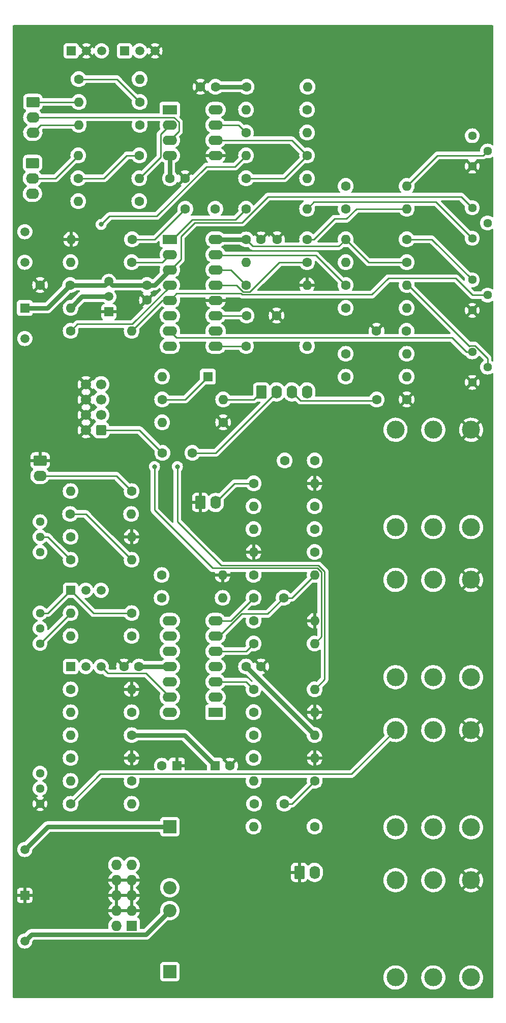
<source format=gbl>
G04 #@! TF.GenerationSoftware,KiCad,Pcbnew,6.0.6-3a73a75311~116~ubuntu20.04.1*
G04 #@! TF.CreationDate,2022-07-02T20:41:12-04:00*
G04 #@! TF.ProjectId,sidekickvco_b1,73696465-6b69-4636-9b76-636f5f62312e,rev?*
G04 #@! TF.SameCoordinates,Original*
G04 #@! TF.FileFunction,Copper,L2,Bot*
G04 #@! TF.FilePolarity,Positive*
%FSLAX46Y46*%
G04 Gerber Fmt 4.6, Leading zero omitted, Abs format (unit mm)*
G04 Created by KiCad (PCBNEW 6.0.6-3a73a75311~116~ubuntu20.04.1) date 2022-07-02 20:41:12*
%MOMM*%
%LPD*%
G01*
G04 APERTURE LIST*
G04 Aperture macros list*
%AMRoundRect*
0 Rectangle with rounded corners*
0 $1 Rounding radius*
0 $2 $3 $4 $5 $6 $7 $8 $9 X,Y pos of 4 corners*
0 Add a 4 corners polygon primitive as box body*
4,1,4,$2,$3,$4,$5,$6,$7,$8,$9,$2,$3,0*
0 Add four circle primitives for the rounded corners*
1,1,$1+$1,$2,$3*
1,1,$1+$1,$4,$5*
1,1,$1+$1,$6,$7*
1,1,$1+$1,$8,$9*
0 Add four rect primitives between the rounded corners*
20,1,$1+$1,$2,$3,$4,$5,0*
20,1,$1+$1,$4,$5,$6,$7,0*
20,1,$1+$1,$6,$7,$8,$9,0*
20,1,$1+$1,$8,$9,$2,$3,0*%
G04 Aperture macros list end*
G04 #@! TA.AperFunction,ComponentPad*
%ADD10C,1.600000*%
G04 #@! TD*
G04 #@! TA.AperFunction,ComponentPad*
%ADD11R,2.400000X1.600000*%
G04 #@! TD*
G04 #@! TA.AperFunction,ComponentPad*
%ADD12O,2.400000X1.600000*%
G04 #@! TD*
G04 #@! TA.AperFunction,ComponentPad*
%ADD13R,1.600000X1.600000*%
G04 #@! TD*
G04 #@! TA.AperFunction,ComponentPad*
%ADD14O,1.600000X1.600000*%
G04 #@! TD*
G04 #@! TA.AperFunction,ComponentPad*
%ADD15R,2.200000X2.200000*%
G04 #@! TD*
G04 #@! TA.AperFunction,ComponentPad*
%ADD16O,2.200000X2.200000*%
G04 #@! TD*
G04 #@! TA.AperFunction,ComponentPad*
%ADD17C,1.440000*%
G04 #@! TD*
G04 #@! TA.AperFunction,ComponentPad*
%ADD18RoundRect,0.250000X-0.850000X0.620000X-0.850000X-0.620000X0.850000X-0.620000X0.850000X0.620000X0*%
G04 #@! TD*
G04 #@! TA.AperFunction,ComponentPad*
%ADD19O,2.200000X1.740000*%
G04 #@! TD*
G04 #@! TA.AperFunction,ComponentPad*
%ADD20R,1.500000X1.500000*%
G04 #@! TD*
G04 #@! TA.AperFunction,ComponentPad*
%ADD21C,1.500000*%
G04 #@! TD*
G04 #@! TA.AperFunction,ComponentPad*
%ADD22C,3.000000*%
G04 #@! TD*
G04 #@! TA.AperFunction,ComponentPad*
%ADD23RoundRect,0.250000X-0.620000X-0.850000X0.620000X-0.850000X0.620000X0.850000X-0.620000X0.850000X0*%
G04 #@! TD*
G04 #@! TA.AperFunction,ComponentPad*
%ADD24O,1.740000X2.200000*%
G04 #@! TD*
G04 #@! TA.AperFunction,ComponentPad*
%ADD25RoundRect,0.250000X0.600000X0.600000X-0.600000X0.600000X-0.600000X-0.600000X0.600000X-0.600000X0*%
G04 #@! TD*
G04 #@! TA.AperFunction,ComponentPad*
%ADD26C,1.700000*%
G04 #@! TD*
G04 #@! TA.AperFunction,ComponentPad*
%ADD27R,1.727200X1.727200*%
G04 #@! TD*
G04 #@! TA.AperFunction,ComponentPad*
%ADD28O,1.727200X1.727200*%
G04 #@! TD*
G04 #@! TA.AperFunction,ComponentPad*
%ADD29RoundRect,0.250000X-0.620000X-0.845000X0.620000X-0.845000X0.620000X0.845000X-0.620000X0.845000X0*%
G04 #@! TD*
G04 #@! TA.AperFunction,ComponentPad*
%ADD30O,1.740000X2.190000*%
G04 #@! TD*
G04 #@! TA.AperFunction,ViaPad*
%ADD31C,0.800000*%
G04 #@! TD*
G04 #@! TA.AperFunction,Conductor*
%ADD32C,0.750000*%
G04 #@! TD*
G04 #@! TA.AperFunction,Conductor*
%ADD33C,0.250000*%
G04 #@! TD*
G04 APERTURE END LIST*
D10*
G04 #@! TO.P,C3,1*
G04 #@! TO.N,Board_0-GND*
X134480000Y-47020000D03*
G04 #@! TO.P,C3,2*
G04 #@! TO.N,Board_0--12V*
X131980000Y-47020000D03*
G04 #@! TD*
D11*
G04 #@! TO.P,U1,1*
G04 #@! TO.N,Board_0-Net-(R8-Pad2)*
X131940000Y-35600000D03*
D12*
G04 #@! TO.P,U1,2,-*
X131940000Y-38140000D03*
G04 #@! TO.P,U1,3,+*
G04 #@! TO.N,Board_0-/Main PCB/OCTAVE*
X131940000Y-40680000D03*
G04 #@! TO.P,U1,4,V-*
G04 #@! TO.N,Board_0--12V*
X131940000Y-43220000D03*
G04 #@! TO.P,U1,5,+*
G04 #@! TO.N,Board_0-GND*
X139560000Y-43220000D03*
G04 #@! TO.P,U1,6,-*
G04 #@! TO.N,Board_0-Net-(R25-Pad1)*
X139560000Y-40680000D03*
G04 #@! TO.P,U1,7*
G04 #@! TO.N,Board_0-Net-(R27-Pad1)*
X139560000Y-38140000D03*
G04 #@! TO.P,U1,8,V+*
G04 #@! TO.N,Board_0-+12V*
X139560000Y-35600000D03*
G04 #@! TD*
D13*
G04 #@! TO.P,C13,1*
G04 #@! TO.N,Board_0-+12V*
X139480000Y-144820000D03*
D10*
G04 #@! TO.P,C13,2*
G04 #@! TO.N,Board_0-GND*
X141980000Y-144820000D03*
G04 #@! TD*
G04 #@! TO.P,R19,1*
G04 #@! TO.N,Board_0-CV_NODE*
X161230000Y-48290000D03*
D14*
G04 #@! TO.P,R19,2*
G04 #@! TO.N,Board_0-/Main PCB/CENTER_FREQ*
X171390000Y-48290000D03*
G04 #@! TD*
D10*
G04 #@! TO.P,C6,1*
G04 #@! TO.N,Board_0-+12V*
X144640000Y-57190000D03*
G04 #@! TO.P,C6,2*
G04 #@! TO.N,Board_0-GND*
X147140000Y-57190000D03*
G04 #@! TD*
G04 #@! TO.P,R35,1*
G04 #@! TO.N,Board_0-Net-(Q1-Pad2)*
X115430000Y-132120000D03*
D14*
G04 #@! TO.P,R35,2*
G04 #@! TO.N,Board_0-GND*
X125590000Y-132120000D03*
G04 #@! TD*
D10*
G04 #@! TO.P,R56,1*
G04 #@! TO.N,Board_0-Net-(C18-Pad1)*
X145900000Y-113060000D03*
D14*
G04 #@! TO.P,R56,2*
G04 #@! TO.N,Board_0-Net-(C18-Pad2)*
X156060000Y-113060000D03*
G04 #@! TD*
D15*
G04 #@! TO.P,D3,1,K*
G04 #@! TO.N,Board_0-+12V*
X131940000Y-154980000D03*
D16*
G04 #@! TO.P,D3,2,A*
G04 #@! TO.N,Board_0-/Jacks\u002C power\u002C etc/+12V_IN*
X131940000Y-165140000D03*
G04 #@! TD*
D10*
G04 #@! TO.P,R26,1*
G04 #@! TO.N,Board_0-Net-(R25-Pad1)*
X144640000Y-47020000D03*
D14*
G04 #@! TO.P,R26,2*
G04 #@! TO.N,Board_0-PWMIN*
X154800000Y-47020000D03*
G04 #@! TD*
D17*
G04 #@! TO.P,RV4,1,1*
G04 #@! TO.N,Board_0-GND*
X182300000Y-69000000D03*
G04 #@! TO.P,RV4,2,2*
G04 #@! TO.N,Board_0-PWM_IN*
X184840000Y-66460000D03*
G04 #@! TO.P,RV4,3,3*
G04 #@! TO.N,Board_0-Net-(R28-Pad1)*
X182300000Y-63920000D03*
G04 #@! TD*
D10*
G04 #@! TO.P,R51,1*
G04 #@! TO.N,Board_0-Net-(R48-Pad1)*
X130590000Y-113070000D03*
D14*
G04 #@! TO.P,R51,2*
G04 #@! TO.N,Board_0-GND*
X140750000Y-113070000D03*
G04 #@! TD*
D10*
G04 #@! TO.P,R5,1*
G04 #@! TO.N,Board_0-Net-(R5-Pad1)*
X125590000Y-60990000D03*
D14*
G04 #@! TO.P,R5,2*
G04 #@! TO.N,Board_0--5V*
X115430000Y-60990000D03*
G04 #@! TD*
D10*
G04 #@! TO.P,C1,1*
G04 #@! TO.N,Board_0--5V*
X128130000Y-64800000D03*
G04 #@! TO.P,C1,2*
G04 #@! TO.N,Board_0-GND*
X128130000Y-67300000D03*
G04 #@! TD*
D18*
G04 #@! TO.P,J2,1,Pin_1*
G04 #@! TO.N,Board_0--5V_REF*
X109080000Y-44480000D03*
D19*
G04 #@! TO.P,J2,2,Pin_2*
G04 #@! TO.N,Board_0-/Main PCB/FINE_TUNE*
X109080000Y-47020000D03*
G04 #@! TO.P,J2,3,Pin_3*
G04 #@! TO.N,Board_0-+5V_REF*
X109080000Y-49560000D03*
G04 #@! TD*
D10*
G04 #@! TO.P,C7,1*
G04 #@! TO.N,Board_0-/Main PCB/SYNCA*
X135710000Y-92740000D03*
G04 #@! TO.P,C7,2*
G04 #@! TO.N,Board_0-/Main PCB/LINK_IN_SYNC*
X130710000Y-92740000D03*
G04 #@! TD*
D13*
G04 #@! TO.P,C14,1*
G04 #@! TO.N,Board_0-GND*
X133130000Y-144820000D03*
D10*
G04 #@! TO.P,C14,2*
G04 #@! TO.N,Board_0--12V*
X130630000Y-144820000D03*
G04 #@! TD*
G04 #@! TO.P,R37,1*
G04 #@! TO.N,Board_0-Net-(Q2-Pad1)*
X125590000Y-119420000D03*
D14*
G04 #@! TO.P,R37,2*
G04 #@! TO.N,Board_0-Net-(Q1-Pad1)*
X115430000Y-119420000D03*
G04 #@! TD*
D10*
G04 #@! TO.P,R21,1*
G04 #@! TO.N,Board_0-SOFT_SYNC*
X144640000Y-74960000D03*
D14*
G04 #@! TO.P,R21,2*
G04 #@! TO.N,Board_0-/Main PCB/SOFT_SYNCA*
X154800000Y-74960000D03*
G04 #@! TD*
D10*
G04 #@! TO.P,R38,1*
G04 #@! TO.N,Board_0-+12V*
X125590000Y-139740000D03*
D14*
G04 #@! TO.P,R38,2*
G04 #@! TO.N,Board_0-Net-(Q2-Pad3)*
X115430000Y-139740000D03*
G04 #@! TD*
D10*
G04 #@! TO.P,R25,1*
G04 #@! TO.N,Board_0-Net-(R25-Pad1)*
X154800000Y-43210000D03*
D14*
G04 #@! TO.P,R25,2*
G04 #@! TO.N,Board_0-/Main PCB/LINK_IN_PW*
X144640000Y-43210000D03*
G04 #@! TD*
D10*
G04 #@! TO.P,R29,1*
G04 #@! TO.N,Board_0-Net-(R28-Pad1)*
X154800000Y-35590000D03*
D14*
G04 #@! TO.P,R29,2*
G04 #@! TO.N,Board_0-Net-(R27-Pad1)*
X144640000Y-35590000D03*
G04 #@! TD*
D10*
G04 #@! TO.P,R16,1*
G04 #@! TO.N,Board_0-+12V*
X171390000Y-60990000D03*
D14*
G04 #@! TO.P,R16,2*
G04 #@! TO.N,Board_0-LIN_FM*
X161230000Y-60990000D03*
G04 #@! TD*
D10*
G04 #@! TO.P,C8,1*
G04 #@! TO.N,Board_0-Net-(C8-Pad1)*
X154800000Y-57180000D03*
G04 #@! TO.P,C8,2*
G04 #@! TO.N,Board_0-GND*
X149800000Y-57180000D03*
G04 #@! TD*
G04 #@! TO.P,R34,1*
G04 #@! TO.N,Board_0-Net-(R34-Pad1)*
X115430000Y-110530000D03*
D14*
G04 #@! TO.P,R34,2*
G04 #@! TO.N,Board_0-TRI_RAW*
X125590000Y-110530000D03*
G04 #@! TD*
D20*
G04 #@! TO.P,U5,1,GND*
G04 #@! TO.N,Board_0-GND*
X121780000Y-69245000D03*
D21*
G04 #@! TO.P,U5,2,VI*
G04 #@! TO.N,Board_0--12V*
X121780000Y-66705000D03*
G04 #@! TO.P,U5,3,VO*
G04 #@! TO.N,Board_0--5V*
X121780000Y-64165000D03*
G04 #@! TD*
D22*
G04 #@! TO.P,J22,R*
G04 #@! TO.N,N/C*
X175815000Y-163885000D03*
G04 #@! TO.P,J22,RN*
X175815000Y-180085000D03*
G04 #@! TO.P,J22,S*
G04 #@! TO.N,Board_0-GND*
X182115000Y-163885000D03*
G04 #@! TO.P,J22,SN*
G04 #@! TO.N,N/C*
X182115000Y-180085000D03*
G04 #@! TO.P,J22,T*
G04 #@! TO.N,Board_0-PULSE*
X169515000Y-163885000D03*
G04 #@! TO.P,J22,TN*
G04 #@! TO.N,N/C*
X169515000Y-180085000D03*
G04 #@! TD*
D10*
G04 #@! TO.P,C5,1*
G04 #@! TO.N,Board_0-Net-(C5-Pad1)*
X139520000Y-52100000D03*
G04 #@! TO.P,C5,2*
G04 #@! TO.N,Board_0-/Main PCB/LINK_IN_FM*
X134520000Y-52100000D03*
G04 #@! TD*
G04 #@! TO.P,R24,1*
G04 #@! TO.N,Board_0--5V_REF*
X116780000Y-30510000D03*
D14*
G04 #@! TO.P,R24,2*
G04 #@! TO.N,Board_0--12V*
X126940000Y-30510000D03*
G04 #@! TD*
D10*
G04 #@! TO.P,R46,1*
G04 #@! TO.N,Board_0-Net-(R44-Pad1)*
X145900000Y-135920000D03*
D14*
G04 #@! TO.P,R46,2*
G04 #@! TO.N,Board_0-GND*
X156060000Y-135920000D03*
G04 #@! TD*
D10*
G04 #@! TO.P,R17,1*
G04 #@! TO.N,Board_0-LIN_FM*
X161230000Y-76240000D03*
D14*
G04 #@! TO.P,R17,2*
G04 #@! TO.N,Board_0-Net-(C10-Pad1)*
X171390000Y-76240000D03*
G04 #@! TD*
D10*
G04 #@! TO.P,R3,1*
G04 #@! TO.N,Board_0-PULSE_OUT*
X115430000Y-72420000D03*
D14*
G04 #@! TO.P,R3,2*
G04 #@! TO.N,Board_0-PWM_IN*
X125590000Y-72420000D03*
G04 #@! TD*
D10*
G04 #@! TO.P,R36,1*
G04 #@! TO.N,Board_0-+12V*
X125590000Y-135930000D03*
D14*
G04 #@! TO.P,R36,2*
G04 #@! TO.N,Board_0-Net-(Q1-Pad3)*
X115430000Y-135930000D03*
G04 #@! TD*
D10*
G04 #@! TO.P,C16,1*
G04 #@! TO.N,Board_0-GND*
X124320000Y-128310000D03*
G04 #@! TO.P,C16,2*
G04 #@! TO.N,Board_0--12V*
X126820000Y-128310000D03*
G04 #@! TD*
G04 #@! TO.P,R9,1*
G04 #@! TO.N,Board_0-CV_NODE*
X161230000Y-68610000D03*
D14*
G04 #@! TO.P,R9,2*
G04 #@! TO.N,Board_0-V_OCT*
X171390000Y-68610000D03*
G04 #@! TD*
D10*
G04 #@! TO.P,R54,1*
G04 #@! TO.N,Board_0-TRI_RAW*
X115350000Y-102910000D03*
D14*
G04 #@! TO.P,R54,2*
G04 #@! TO.N,Board_0-Net-(R48-Pad1)*
X125510000Y-102910000D03*
G04 #@! TD*
D10*
G04 #@! TO.P,R12,1*
G04 #@! TO.N,Board_0-LIN_FM*
X161230000Y-80050000D03*
D14*
G04 #@! TO.P,R12,2*
G04 #@! TO.N,Board_0-Net-(C4-Pad1)*
X171390000Y-80050000D03*
G04 #@! TD*
D10*
G04 #@! TO.P,R18,1*
G04 #@! TO.N,Board_0-CV_NODE*
X161230000Y-64800000D03*
D14*
G04 #@! TO.P,R18,2*
G04 #@! TO.N,Board_0-/Main PCB/HI_FREQ_TRACK*
X171390000Y-64800000D03*
G04 #@! TD*
D10*
G04 #@! TO.P,R41,1*
G04 #@! TO.N,Board_0-Net-(Q2-Pad3)*
X115430000Y-143550000D03*
D14*
G04 #@! TO.P,R41,2*
G04 #@! TO.N,Board_0-GND*
X125590000Y-143550000D03*
G04 #@! TD*
D10*
G04 #@! TO.P,R42,1*
G04 #@! TO.N,Board_0-Net-(R42-Pad1)*
X125590000Y-147360000D03*
D14*
G04 #@! TO.P,R42,2*
G04 #@! TO.N,Board_0-Net-(Q1-Pad3)*
X115430000Y-147360000D03*
G04 #@! TD*
D10*
G04 #@! TO.P,R45,1*
G04 #@! TO.N,Board_0-Net-(R45-Pad1)*
X145900000Y-124490000D03*
D14*
G04 #@! TO.P,R45,2*
G04 #@! TO.N,Board_0-PULSE_OUT*
X156060000Y-124490000D03*
G04 #@! TD*
D10*
G04 #@! TO.P,R50,1*
G04 #@! TO.N,Board_0-Net-(C18-Pad2)*
X156060000Y-101630000D03*
D14*
G04 #@! TO.P,R50,2*
G04 #@! TO.N,Board_0-+12V*
X145900000Y-101630000D03*
G04 #@! TD*
D20*
G04 #@! TO.P,Q1,1,E*
G04 #@! TO.N,Board_0-Net-(Q1-Pad1)*
X115430000Y-128310000D03*
D21*
G04 #@! TO.P,Q1,2,B*
G04 #@! TO.N,Board_0-Net-(Q1-Pad2)*
X117970000Y-128310000D03*
G04 #@! TO.P,Q1,3,C*
G04 #@! TO.N,Board_0-Net-(Q1-Pad3)*
X120510000Y-128310000D03*
G04 #@! TD*
D17*
G04 #@! TO.P,RV3,1,1*
G04 #@! TO.N,Board_0-GND*
X182300000Y-45000000D03*
G04 #@! TO.P,RV3,2,2*
G04 #@! TO.N,Board_0-/Main PCB/CENTER_FREQ*
X184840000Y-42460000D03*
G04 #@! TO.P,RV3,3,3*
G04 #@! TO.N,Board_0-+5V_REF*
X182300000Y-39920000D03*
G04 #@! TD*
D10*
G04 #@! TO.P,C10,1*
G04 #@! TO.N,Board_0-Net-(C10-Pad1)*
X171360000Y-72420000D03*
G04 #@! TO.P,C10,2*
G04 #@! TO.N,Board_0-GND*
X166360000Y-72420000D03*
G04 #@! TD*
G04 #@! TO.P,R20,1*
G04 #@! TO.N,Board_0-Net-(D1-Pad1)*
X130670000Y-83850000D03*
D14*
G04 #@! TO.P,R20,2*
G04 #@! TO.N,Board_0-/Main PCB/HARD_SYNCA*
X140830000Y-83850000D03*
G04 #@! TD*
D23*
G04 #@! TO.P,J5,1,Pin_1*
G04 #@! TO.N,Board_0-GND*
X137020000Y-100995000D03*
D24*
G04 #@! TO.P,J5,2,Pin_2*
G04 #@! TO.N,Board_0-/Main PCB/LIN_FM_IN*
X139560000Y-100995000D03*
G04 #@! TD*
D10*
G04 #@! TO.P,C11,1*
G04 #@! TO.N,Board_0-GND*
X171390000Y-83850000D03*
G04 #@! TO.P,C11,2*
G04 #@! TO.N,Board_0-/Main PCB/SOFT_SYNC_OFF*
X166390000Y-83850000D03*
G04 #@! TD*
G04 #@! TO.P,R47,1*
G04 #@! TO.N,Board_0-Net-(R45-Pad1)*
X145900000Y-120680000D03*
D14*
G04 #@! TO.P,R47,2*
G04 #@! TO.N,Board_0-GND*
X156060000Y-120680000D03*
G04 #@! TD*
D10*
G04 #@! TO.P,R6,1*
G04 #@! TO.N,Board_0-/Main PCB/LIN_FM_IN*
X145910000Y-97820000D03*
D14*
G04 #@! TO.P,R6,2*
G04 #@! TO.N,Board_0-GND*
X156070000Y-97820000D03*
G04 #@! TD*
D10*
G04 #@! TO.P,R39,1*
G04 #@! TO.N,Board_0--12V*
X125590000Y-123230000D03*
D14*
G04 #@! TO.P,R39,2*
G04 #@! TO.N,Board_0-Net-(R39-Pad2)*
X115430000Y-123230000D03*
G04 #@! TD*
D10*
G04 #@! TO.P,C15,1*
G04 #@! TO.N,Board_0-+12V*
X144640000Y-128310000D03*
G04 #@! TO.P,C15,2*
G04 #@! TO.N,Board_0-GND*
X147140000Y-128310000D03*
G04 #@! TD*
G04 #@! TO.P,C2,1*
G04 #@! TO.N,Board_0-+12V*
X139550000Y-31780000D03*
G04 #@! TO.P,C2,2*
G04 #@! TO.N,Board_0-GND*
X137050000Y-31780000D03*
G04 #@! TD*
G04 #@! TO.P,R8,1*
G04 #@! TO.N,Board_0-CV_NODE*
X116700000Y-47020000D03*
D14*
G04 #@! TO.P,R8,2*
G04 #@! TO.N,Board_0-Net-(R8-Pad2)*
X126860000Y-47020000D03*
G04 #@! TD*
D10*
G04 #@! TO.P,R49,1*
G04 #@! TO.N,Board_0-Net-(C17-Pad2)*
X145900000Y-139730000D03*
D14*
G04 #@! TO.P,R49,2*
G04 #@! TO.N,Board_0-+12V*
X156060000Y-139730000D03*
G04 #@! TD*
D10*
G04 #@! TO.P,R1,1*
G04 #@! TO.N,Board_0-+5V_REF*
X126940000Y-38130000D03*
D14*
G04 #@! TO.P,R1,2*
G04 #@! TO.N,Board_0-/Main PCB/+2V_REF*
X116780000Y-38130000D03*
G04 #@! TD*
D10*
G04 #@! TO.P,R53,1*
G04 #@! TO.N,Board_0-Net-(C18-Pad2)*
X156060000Y-109250000D03*
D14*
G04 #@! TO.P,R53,2*
G04 #@! TO.N,Board_0-GND*
X145900000Y-109250000D03*
G04 #@! TD*
D22*
G04 #@! TO.P,J19,R*
G04 #@! TO.N,N/C*
X175815000Y-88885000D03*
G04 #@! TO.P,J19,RN*
X175815000Y-105085000D03*
G04 #@! TO.P,J19,S*
G04 #@! TO.N,Board_0-GND*
X182115000Y-88885000D03*
G04 #@! TO.P,J19,SN*
G04 #@! TO.N,N/C*
X182115000Y-105085000D03*
G04 #@! TO.P,J19,T*
G04 #@! TO.N,Board_0-V_OCT*
X169515000Y-88885000D03*
G04 #@! TO.P,J19,TN*
G04 #@! TO.N,N/C*
X169515000Y-105085000D03*
G04 #@! TD*
D10*
G04 #@! TO.P,R58,1*
G04 #@! TO.N,Board_0-/Outputs and sin/SAW*
X156060000Y-154970000D03*
D14*
G04 #@! TO.P,R58,2*
G04 #@! TO.N,Board_0-Net-(C17-Pad1)*
X145900000Y-154970000D03*
G04 #@! TD*
D10*
G04 #@! TO.P,C18,1*
G04 #@! TO.N,Board_0-Net-(C18-Pad1)*
X145900000Y-116870000D03*
G04 #@! TO.P,C18,2*
G04 #@! TO.N,Board_0-Net-(C18-Pad2)*
X150900000Y-116870000D03*
G04 #@! TD*
D17*
G04 #@! TO.P,RV2,1,1*
G04 #@! TO.N,Board_0-GND*
X182300000Y-81000000D03*
G04 #@! TO.P,RV2,2,2*
G04 #@! TO.N,Board_0-/Main PCB/HI_FREQ_TRACK*
X184840000Y-78460000D03*
G04 #@! TO.P,RV2,3,3*
G04 #@! TO.N,Board_0-HFT*
X182300000Y-75920000D03*
G04 #@! TD*
D10*
G04 #@! TO.P,R10,1*
G04 #@! TO.N,Board_0-CV_NODE*
X126860000Y-50830000D03*
D14*
G04 #@! TO.P,R10,2*
G04 #@! TO.N,Board_0-/Main PCB/LINK_IN_CV*
X116700000Y-50830000D03*
G04 #@! TD*
D15*
G04 #@! TO.P,D4,1,K*
G04 #@! TO.N,Board_0-/Jacks\u002C power\u002C etc/-12V_IN*
X131940000Y-179110000D03*
D16*
G04 #@! TO.P,D4,2,A*
G04 #@! TO.N,Board_0--12V*
X131940000Y-168950000D03*
G04 #@! TD*
D25*
G04 #@! TO.P,J1,1,Pin_1*
G04 #@! TO.N,Board_0-/Main PCB/LINK_IN_SYNC*
X120510000Y-88930000D03*
D26*
G04 #@! TO.P,J1,2,Pin_2*
G04 #@! TO.N,Board_0-GND*
X117970000Y-88930000D03*
G04 #@! TO.P,J1,3,Pin_3*
G04 #@! TO.N,Board_0-/Main PCB/LINK_IN_FM*
X120510000Y-86390000D03*
G04 #@! TO.P,J1,4,Pin_4*
G04 #@! TO.N,Board_0-GND*
X117970000Y-86390000D03*
G04 #@! TO.P,J1,5,Pin_5*
G04 #@! TO.N,Board_0-/Main PCB/LINK_IN_PW*
X120510000Y-83850000D03*
G04 #@! TO.P,J1,6,Pin_6*
G04 #@! TO.N,Board_0-GND*
X117970000Y-83850000D03*
G04 #@! TO.P,J1,7,Pin_7*
G04 #@! TO.N,Board_0-/Main PCB/LINK_IN_CV*
X120510000Y-81310000D03*
G04 #@! TO.P,J1,8,Pin_8*
G04 #@! TO.N,Board_0-GND*
X117970000Y-81310000D03*
G04 #@! TD*
D10*
G04 #@! TO.P,R11,1*
G04 #@! TO.N,Board_0-CV_NODE*
X126860000Y-43210000D03*
D14*
G04 #@! TO.P,R11,2*
G04 #@! TO.N,Board_0-/Main PCB/FINE_TUNE*
X116700000Y-43210000D03*
G04 #@! TD*
D11*
G04 #@! TO.P,U6,1*
G04 #@! TO.N,Board_0-Net-(C17-Pad1)*
X139560000Y-135930000D03*
D12*
G04 #@! TO.P,U6,2,-*
G04 #@! TO.N,Board_0-Net-(C17-Pad2)*
X139560000Y-133390000D03*
G04 #@! TO.P,U6,3,+*
G04 #@! TO.N,Board_0-Net-(R44-Pad1)*
X139560000Y-130850000D03*
G04 #@! TO.P,U6,4,V+*
G04 #@! TO.N,Board_0-+12V*
X139560000Y-128310000D03*
G04 #@! TO.P,U6,5,+*
G04 #@! TO.N,Board_0-Net-(R45-Pad1)*
X139560000Y-125770000D03*
G04 #@! TO.P,U6,6,-*
G04 #@! TO.N,Board_0-Net-(C18-Pad2)*
X139560000Y-123230000D03*
G04 #@! TO.P,U6,7*
G04 #@! TO.N,Board_0-Net-(C18-Pad1)*
X139560000Y-120690000D03*
G04 #@! TO.P,U6,8*
G04 #@! TO.N,Board_0-TRI_RAW*
X131940000Y-120690000D03*
G04 #@! TO.P,U6,9,-*
G04 #@! TO.N,Board_0-Net-(R48-Pad1)*
X131940000Y-123230000D03*
G04 #@! TO.P,U6,10,+*
G04 #@! TO.N,Board_0-TRIANGLE_OUT*
X131940000Y-125770000D03*
G04 #@! TO.P,U6,11,V-*
G04 #@! TO.N,Board_0--12V*
X131940000Y-128310000D03*
G04 #@! TO.P,U6,12,+*
G04 #@! TO.N,Board_0-Net-(Q2-Pad3)*
X131940000Y-130850000D03*
G04 #@! TO.P,U6,13,-*
G04 #@! TO.N,Board_0-Net-(Q1-Pad3)*
X131940000Y-133390000D03*
G04 #@! TO.P,U6,14*
G04 #@! TO.N,Board_0-Net-(R42-Pad1)*
X131940000Y-135930000D03*
G04 #@! TD*
D10*
G04 #@! TO.P,R57,1*
G04 #@! TO.N,Board_0-/Outputs and sin/TRI*
X125590000Y-99100000D03*
D14*
G04 #@! TO.P,R57,2*
G04 #@! TO.N,Board_0-TRI_RAW*
X115430000Y-99100000D03*
G04 #@! TD*
D10*
G04 #@! TO.P,R15,1*
G04 #@! TO.N,Board_0-Net-(R15-Pad1)*
X144640000Y-64800000D03*
D14*
G04 #@! TO.P,R15,2*
G04 #@! TO.N,Board_0-GND*
X154800000Y-64800000D03*
G04 #@! TD*
D10*
G04 #@! TO.P,C9,1*
G04 #@! TO.N,Board_0-GND*
X149720000Y-69880000D03*
G04 #@! TO.P,C9,2*
G04 #@! TO.N,Board_0-Net-(C9-Pad2)*
X144720000Y-69880000D03*
G04 #@! TD*
D20*
G04 #@! TO.P,Q2,1,E*
G04 #@! TO.N,Board_0-Net-(Q2-Pad1)*
X115430000Y-115610000D03*
D21*
G04 #@! TO.P,Q2,2,B*
G04 #@! TO.N,Board_0-Net-(Q2-Pad2)*
X117970000Y-115610000D03*
G04 #@! TO.P,Q2,3,C*
G04 #@! TO.N,Board_0-Net-(Q2-Pad3)*
X120510000Y-115610000D03*
G04 #@! TD*
D10*
G04 #@! TO.P,C4,1*
G04 #@! TO.N,Board_0-Net-(C4-Pad1)*
X156070000Y-94010000D03*
G04 #@! TO.P,C4,2*
G04 #@! TO.N,Board_0-/Main PCB/LIN_FM_IN*
X151070000Y-94010000D03*
G04 #@! TD*
G04 #@! TO.P,R2,1*
G04 #@! TO.N,Board_0--5V_REF*
X126940000Y-34320000D03*
D14*
G04 #@! TO.P,R2,2*
G04 #@! TO.N,Board_0-/Main PCB/-2V_REF*
X116780000Y-34320000D03*
G04 #@! TD*
D13*
G04 #@! TO.P,D2,1,K*
G04 #@! TO.N,Board_0--5V*
X107810000Y-68610000D03*
D14*
G04 #@! TO.P,D2,2,A*
G04 #@! TO.N,Board_0--12V*
X115430000Y-68610000D03*
G04 #@! TD*
D20*
G04 #@! TO.P,U4,1*
G04 #@! TO.N,N/C*
X115510000Y-25790000D03*
D21*
G04 #@! TO.P,U4,2,K*
G04 #@! TO.N,Board_0-GND*
X118050000Y-25790000D03*
G04 #@! TO.P,U4,3,A*
G04 #@! TO.N,Board_0--5V_REF*
X120590000Y-25790000D03*
G04 #@! TD*
D17*
G04 #@! TO.P,RV1,1,1*
G04 #@! TO.N,Board_0-Net-(R4-Pad2)*
X182300000Y-57000000D03*
G04 #@! TO.P,RV1,2,2*
G04 #@! TO.N,Board_0--5V*
X184840000Y-54460000D03*
G04 #@! TO.P,RV1,3,3*
X182300000Y-51920000D03*
G04 #@! TD*
G04 #@! TO.P,RV8,1,1*
G04 #@! TO.N,Board_0-GND*
X110340000Y-151160000D03*
G04 #@! TO.P,RV8,2,2*
G04 #@! TO.N,Board_0-SIN*
X110340000Y-148620000D03*
G04 #@! TO.P,RV8,3,3*
X110340000Y-146080000D03*
G04 #@! TD*
D10*
G04 #@! TO.P,R28,1*
G04 #@! TO.N,Board_0-Net-(R28-Pad1)*
X171390000Y-57180000D03*
D14*
G04 #@! TO.P,R28,2*
G04 #@! TO.N,Board_0-+12V*
X161230000Y-57180000D03*
G04 #@! TD*
D10*
G04 #@! TO.P,C17,1*
G04 #@! TO.N,Board_0-Net-(C17-Pad1)*
X150990000Y-151160000D03*
G04 #@! TO.P,C17,2*
G04 #@! TO.N,Board_0-Net-(C17-Pad2)*
X145990000Y-151160000D03*
G04 #@! TD*
G04 #@! TO.P,R59,1*
G04 #@! TO.N,Board_0-PULSE*
X156060000Y-105440000D03*
D14*
G04 #@! TO.P,R59,2*
G04 #@! TO.N,Board_0-Net-(C18-Pad1)*
X145900000Y-105440000D03*
G04 #@! TD*
D10*
G04 #@! TO.P,R43,1*
G04 #@! TO.N,Board_0-SIN*
X115430000Y-151170000D03*
D14*
G04 #@! TO.P,R43,2*
G04 #@! TO.N,Board_0-Net-(R42-Pad1)*
X125590000Y-151170000D03*
G04 #@! TD*
D10*
G04 #@! TO.P,R14,1*
G04 #@! TO.N,Board_0-CV_NODE*
X161230000Y-52100000D03*
D14*
G04 #@! TO.P,R14,2*
G04 #@! TO.N,Board_0-Net-(C8-Pad1)*
X171390000Y-52100000D03*
G04 #@! TD*
D18*
G04 #@! TO.P,J3,1,Pin_1*
G04 #@! TO.N,Board_0-/Main PCB/-2V_REF*
X109140000Y-34320000D03*
D19*
G04 #@! TO.P,J3,2,Pin_2*
G04 #@! TO.N,Board_0-/Main PCB/OCTAVE*
X109140000Y-36860000D03*
G04 #@! TO.P,J3,3,Pin_3*
G04 #@! TO.N,Board_0-/Main PCB/+2V_REF*
X109140000Y-39400000D03*
G04 #@! TD*
D10*
G04 #@! TO.P,R40,1*
G04 #@! TO.N,Board_0-Net-(Q2-Pad2)*
X115430000Y-106720000D03*
D14*
G04 #@! TO.P,R40,2*
G04 #@! TO.N,Board_0-GND*
X125590000Y-106720000D03*
G04 #@! TD*
D11*
G04 #@! TO.P,U2,1,Scale1*
G04 #@! TO.N,Board_0-Net-(R4-Pad1)*
X131950000Y-57180000D03*
D12*
G04 #@! TO.P,U2,2,Scale2*
G04 #@! TO.N,Board_0-Net-(R5-Pad1)*
X131950000Y-59720000D03*
G04 #@! TO.P,U2,3,VEE*
G04 #@! TO.N,Board_0--5V*
X131950000Y-62260000D03*
G04 #@! TO.P,U2,4,Pulse_Output*
G04 #@! TO.N,Board_0-PULSE_OUT*
X131950000Y-64800000D03*
G04 #@! TO.P,U2,5,PWM_Input*
G04 #@! TO.N,Board_0-PWM_IN*
X131950000Y-67340000D03*
G04 #@! TO.P,U2,6,Hard_Sync*
G04 #@! TO.N,Board_0-HARD_SYNC*
X131950000Y-69880000D03*
G04 #@! TO.P,U2,7,HFT*
G04 #@! TO.N,Board_0-HFT*
X131950000Y-72420000D03*
G04 #@! TO.P,U2,8,Saw_Output*
G04 #@! TO.N,Board_0-SAW_OUT*
X131950000Y-74960000D03*
G04 #@! TO.P,U2,9,Soft_Sync*
G04 #@! TO.N,Board_0-SOFT_SYNC*
X139570000Y-74960000D03*
G04 #@! TO.P,U2,10,Triangle_Output*
G04 #@! TO.N,Board_0-TRIANGLE_OUT*
X139570000Y-72420000D03*
G04 #@! TO.P,U2,11,Cap*
G04 #@! TO.N,Board_0-Net-(C9-Pad2)*
X139570000Y-69880000D03*
G04 #@! TO.P,U2,12,GND*
G04 #@! TO.N,Board_0-GND*
X139570000Y-67340000D03*
G04 #@! TO.P,U2,13,Linear_FM*
G04 #@! TO.N,Board_0-LIN_FM*
X139570000Y-64800000D03*
G04 #@! TO.P,U2,14,Scale*
G04 #@! TO.N,Board_0-Net-(R15-Pad1)*
X139570000Y-62260000D03*
G04 #@! TO.P,U2,15,Freq_CV*
G04 #@! TO.N,Board_0-CV_NODE*
X139570000Y-59720000D03*
G04 #@! TO.P,U2,16,VCC*
G04 #@! TO.N,Board_0-+12V*
X139570000Y-57180000D03*
G04 #@! TD*
D22*
G04 #@! TO.P,J18,R*
G04 #@! TO.N,N/C*
X175815000Y-113885000D03*
G04 #@! TO.P,J18,RN*
X175815000Y-130085000D03*
G04 #@! TO.P,J18,S*
G04 #@! TO.N,Board_0-GND*
X182115000Y-113885000D03*
G04 #@! TO.P,J18,SN*
G04 #@! TO.N,N/C*
X182115000Y-130085000D03*
G04 #@! TO.P,J18,T*
G04 #@! TO.N,Board_0-PWMIN*
X169515000Y-113885000D03*
G04 #@! TO.P,J18,TN*
G04 #@! TO.N,N/C*
X169515000Y-130085000D03*
G04 #@! TD*
D27*
G04 #@! TO.P,J20,1,-12V*
G04 #@! TO.N,Board_0-/Jacks\u002C power\u002C etc/-12V_IN*
X125590000Y-171490000D03*
D28*
G04 #@! TO.P,J20,2,-12V*
X123050000Y-171490000D03*
G04 #@! TO.P,J20,3,GND*
G04 #@! TO.N,Board_0-GND*
X125590000Y-168950000D03*
G04 #@! TO.P,J20,4,GND*
X123050000Y-168950000D03*
G04 #@! TO.P,J20,5,GND*
X125590000Y-166410000D03*
G04 #@! TO.P,J20,6,GND*
X123050000Y-166410000D03*
G04 #@! TO.P,J20,7,GND*
X125590000Y-163870000D03*
G04 #@! TO.P,J20,8,GND*
X123050000Y-163870000D03*
G04 #@! TO.P,J20,9,+12V*
G04 #@! TO.N,Board_0-/Jacks\u002C power\u002C etc/+12V_IN*
X125590000Y-161330000D03*
G04 #@! TO.P,J20,10,+12V*
X123050000Y-161330000D03*
G04 #@! TD*
D13*
G04 #@! TO.P,D1,1,K*
G04 #@! TO.N,Board_0-Net-(D1-Pad1)*
X138290000Y-80040000D03*
D14*
G04 #@! TO.P,D1,2,A*
G04 #@! TO.N,Board_0-HARD_SYNC*
X130670000Y-80040000D03*
G04 #@! TD*
D29*
G04 #@! TO.P,J4,1,Pin_1*
G04 #@! TO.N,Board_0-/Main PCB/HARD_SYNCA*
X147180000Y-82580000D03*
D30*
G04 #@! TO.P,J4,2,Pin_2*
G04 #@! TO.N,Board_0-/Main PCB/SYNCA*
X149720000Y-82580000D03*
G04 #@! TO.P,J4,3,Pin_3*
G04 #@! TO.N,Board_0-/Main PCB/SOFT_SYNC_OFF*
X152260000Y-82580000D03*
G04 #@! TO.P,J4,4,Pin_4*
G04 #@! TO.N,Board_0-/Main PCB/SOFT_SYNCA*
X154800000Y-82580000D03*
G04 #@! TD*
D18*
G04 #@! TO.P,J6,1,Pin_1*
G04 #@! TO.N,Board_0-GND*
X110340000Y-94010000D03*
D19*
G04 #@! TO.P,J6,2,Pin_2*
G04 #@! TO.N,Board_0-/Outputs and sin/TRI*
X110340000Y-96550000D03*
G04 #@! TD*
D10*
G04 #@! TO.P,R22,1*
G04 #@! TO.N,Board_0-GND*
X140830000Y-87660000D03*
D14*
G04 #@! TO.P,R22,2*
G04 #@! TO.N,Board_0-Net-(D1-Pad1)*
X130670000Y-87660000D03*
G04 #@! TD*
D17*
G04 #@! TO.P,RV7,1,1*
G04 #@! TO.N,Board_0-Net-(Q1-Pad1)*
X110340000Y-124490000D03*
G04 #@! TO.P,RV7,2,2*
G04 #@! TO.N,Board_0-Net-(R39-Pad2)*
X110340000Y-121950000D03*
G04 #@! TO.P,RV7,3,3*
G04 #@! TO.N,Board_0-Net-(Q2-Pad1)*
X110340000Y-119410000D03*
G04 #@! TD*
D10*
G04 #@! TO.P,R13,1*
G04 #@! TO.N,Board_0-LIN_FM*
X154800000Y-60990000D03*
D14*
G04 #@! TO.P,R13,2*
G04 #@! TO.N,Board_0-Net-(C5-Pad1)*
X144640000Y-60990000D03*
G04 #@! TD*
D10*
G04 #@! TO.P,R23,1*
G04 #@! TO.N,Board_0-+12V*
X144720000Y-31780000D03*
D14*
G04 #@! TO.P,R23,2*
G04 #@! TO.N,Board_0-+5V_REF*
X154880000Y-31780000D03*
G04 #@! TD*
D10*
G04 #@! TO.P,R44,1*
G04 #@! TO.N,Board_0-Net-(R44-Pad1)*
X145900000Y-132110000D03*
D14*
G04 #@! TO.P,R44,2*
G04 #@! TO.N,Board_0-SAW_OUT*
X156060000Y-132110000D03*
G04 #@! TD*
D17*
G04 #@! TO.P,RV6,1,1*
G04 #@! TO.N,Board_0-Net-(Q1-Pad2)*
X110340000Y-109260000D03*
G04 #@! TO.P,RV6,2,2*
G04 #@! TO.N,Board_0-Net-(R34-Pad1)*
X110340000Y-106720000D03*
G04 #@! TO.P,RV6,3,3*
X110340000Y-104180000D03*
G04 #@! TD*
D10*
G04 #@! TO.P,R4,1*
G04 #@! TO.N,Board_0-Net-(R4-Pad1)*
X144640000Y-52100000D03*
D14*
G04 #@! TO.P,R4,2*
G04 #@! TO.N,Board_0-Net-(R4-Pad2)*
X154800000Y-52100000D03*
G04 #@! TD*
D10*
G04 #@! TO.P,C12,1*
G04 #@! TO.N,Board_0-GND*
X110350000Y-64800000D03*
G04 #@! TO.P,C12,2*
G04 #@! TO.N,Board_0--5V*
X115350000Y-64800000D03*
G04 #@! TD*
D23*
G04 #@! TO.P,J7,1,Pin_1*
G04 #@! TO.N,Board_0-GND*
X153510000Y-162580000D03*
D24*
G04 #@! TO.P,J7,2,Pin_2*
G04 #@! TO.N,Board_0-/Outputs and sin/SAW*
X156050000Y-162580000D03*
G04 #@! TD*
D10*
G04 #@! TO.P,R7,1*
G04 #@! TO.N,Board_0-/Main PCB/LINK_IN_FM*
X125670000Y-57180000D03*
D14*
G04 #@! TO.P,R7,2*
G04 #@! TO.N,Board_0-GND*
X115510000Y-57180000D03*
G04 #@! TD*
D20*
G04 #@! TO.P,U3,1*
G04 #@! TO.N,N/C*
X124400000Y-25790000D03*
D21*
G04 #@! TO.P,U3,2,K*
G04 #@! TO.N,Board_0-+5V_REF*
X126940000Y-25790000D03*
G04 #@! TO.P,U3,3,A*
G04 #@! TO.N,Board_0-GND*
X129480000Y-25790000D03*
G04 #@! TD*
D10*
G04 #@! TO.P,R48,1*
G04 #@! TO.N,Board_0-Net-(R48-Pad1)*
X130590000Y-116880000D03*
D14*
G04 #@! TO.P,R48,2*
G04 #@! TO.N,Board_0-+12V*
X140750000Y-116880000D03*
G04 #@! TD*
D10*
G04 #@! TO.P,R52,1*
G04 #@! TO.N,Board_0-Net-(C17-Pad2)*
X145900000Y-143540000D03*
D14*
G04 #@! TO.P,R52,2*
G04 #@! TO.N,Board_0-GND*
X156060000Y-143540000D03*
G04 #@! TD*
D10*
G04 #@! TO.P,R55,1*
G04 #@! TO.N,Board_0-Net-(C17-Pad1)*
X156060000Y-147350000D03*
D14*
G04 #@! TO.P,R55,2*
G04 #@! TO.N,Board_0-Net-(C17-Pad2)*
X145900000Y-147350000D03*
G04 #@! TD*
D22*
G04 #@! TO.P,J21,R*
G04 #@! TO.N,N/C*
X175815000Y-138885000D03*
G04 #@! TO.P,J21,RN*
X175815000Y-155085000D03*
G04 #@! TO.P,J21,S*
G04 #@! TO.N,Board_0-GND*
X182115000Y-138885000D03*
G04 #@! TO.P,J21,SN*
G04 #@! TO.N,N/C*
X182115000Y-155085000D03*
G04 #@! TO.P,J21,T*
G04 #@! TO.N,Board_0-SIN*
X169515000Y-138885000D03*
G04 #@! TO.P,J21,TN*
G04 #@! TO.N,N/C*
X169515000Y-155085000D03*
G04 #@! TD*
D10*
G04 #@! TO.P,R27,1*
G04 #@! TO.N,Board_0-Net-(R27-Pad1)*
X144640000Y-39400000D03*
D14*
G04 #@! TO.P,R27,2*
G04 #@! TO.N,Board_0-Net-(R25-Pad1)*
X154800000Y-39400000D03*
G04 #@! TD*
D21*
G04 #@! TO.P,TP4,1,1*
G04 #@! TO.N,Board_0-+12V*
X107800000Y-158780000D03*
G04 #@! TD*
G04 #@! TO.P,TP1,1,1*
G04 #@! TO.N,Board_0-+5V_REF*
X107810000Y-60990000D03*
G04 #@! TD*
G04 #@! TO.P,TP2,1,1*
G04 #@! TO.N,Board_0--5V_REF*
X107810000Y-55910000D03*
G04 #@! TD*
G04 #@! TO.P,TP5,1,1*
G04 #@! TO.N,Board_0--12V*
X107800000Y-174020000D03*
G04 #@! TD*
D20*
G04 #@! TO.P,TP6,1,1*
G04 #@! TO.N,Board_0-GND*
X107800000Y-166400000D03*
G04 #@! TD*
D21*
G04 #@! TO.P,TP3,1,1*
G04 #@! TO.N,Board_0--5V*
X107810000Y-73690000D03*
G04 #@! TD*
D31*
G04 #@! TO.N,Board_0-/Main PCB/LINK_IN_PW*
X120509500Y-54691843D03*
G04 #@! TO.N,Board_0-PULSE_OUT*
X129400000Y-95026000D03*
G04 #@! TO.N,Board_0-SAW_OUT*
X133210000Y-95026000D03*
G04 #@! TD*
D32*
G04 #@! TO.N,Board_0-+12V*
X144640000Y-128310000D02*
X156060000Y-139730000D01*
X134400000Y-139740000D02*
X139480000Y-144820000D01*
D33*
X161230000Y-57180000D02*
X160095489Y-58314511D01*
D32*
X125590000Y-139740000D02*
X134400000Y-139740000D01*
X139550000Y-31780000D02*
X144720000Y-31780000D01*
X131940000Y-154980000D02*
X111600000Y-154980000D01*
D33*
X171390000Y-60990000D02*
X165040000Y-60990000D01*
D32*
X144630000Y-57180000D02*
X144640000Y-57190000D01*
D33*
X160095489Y-58314511D02*
X145764511Y-58314511D01*
D32*
X111600000Y-154980000D02*
X107800000Y-158780000D01*
X139570000Y-57180000D02*
X144630000Y-57180000D01*
D33*
X145764511Y-58314511D02*
X144640000Y-57190000D01*
X165040000Y-60990000D02*
X161230000Y-57180000D01*
D32*
G04 #@! TO.N,Board_0--12V*
X108891889Y-172928111D02*
X107800000Y-174020000D01*
X131940000Y-43220000D02*
X131940000Y-46980000D01*
X131940000Y-128310000D02*
X126820000Y-128310000D01*
X117335000Y-66705000D02*
X121780000Y-66705000D01*
X131940000Y-168950000D02*
X127961889Y-172928111D01*
X127961889Y-172928111D02*
X108891889Y-172928111D01*
X115430000Y-68610000D02*
X117335000Y-66705000D01*
D33*
G04 #@! TO.N,Board_0--5V*
X136084000Y-54386000D02*
X133798000Y-56672000D01*
X148262300Y-50068000D02*
X143944300Y-54386000D01*
D32*
X111540000Y-68610000D02*
X107810000Y-68610000D01*
X115350000Y-64800000D02*
X111540000Y-68610000D01*
D33*
X132020000Y-62260000D02*
X131950000Y-62260000D01*
D32*
X121780000Y-64165000D02*
X122415000Y-64800000D01*
D33*
X143944300Y-54386000D02*
X136084000Y-54386000D01*
X133798000Y-56672000D02*
X133798000Y-60482000D01*
D32*
X129410000Y-64800000D02*
X131950000Y-62260000D01*
D33*
X182300000Y-51920000D02*
X180448000Y-50068000D01*
D32*
X122415000Y-64800000D02*
X128130000Y-64800000D01*
X121145000Y-64800000D02*
X121780000Y-64165000D01*
X115350000Y-64800000D02*
X121145000Y-64800000D01*
X128130000Y-64800000D02*
X129410000Y-64800000D01*
D33*
X133798000Y-60482000D02*
X132020000Y-62260000D01*
X180448000Y-50068000D02*
X148262300Y-50068000D01*
G04 #@! TO.N,Board_0--5V_REF*
X126940000Y-34320000D02*
X123130000Y-30510000D01*
X123130000Y-30510000D02*
X116780000Y-30510000D01*
G04 #@! TO.N,Board_0-/Main PCB/+2V_REF*
X110410000Y-38130000D02*
X116780000Y-38130000D01*
X109140000Y-39400000D02*
X110410000Y-38130000D01*
G04 #@! TO.N,Board_0-/Main PCB/-2V_REF*
X109140000Y-34320000D02*
X116780000Y-34320000D01*
G04 #@! TO.N,Board_0-/Main PCB/CENTER_FREQ*
X176470000Y-43210000D02*
X184090000Y-43210000D01*
X184090000Y-43210000D02*
X184840000Y-42460000D01*
X171390000Y-48290000D02*
X176470000Y-43210000D01*
G04 #@! TO.N,Board_0-/Main PCB/FINE_TUNE*
X112890000Y-47020000D02*
X116700000Y-43210000D01*
X109080000Y-47020000D02*
X112890000Y-47020000D01*
G04 #@! TO.N,Board_0-/Main PCB/HARD_SYNCA*
X140830000Y-83850000D02*
X145910000Y-83850000D01*
X145910000Y-83850000D02*
X147180000Y-82580000D01*
G04 #@! TO.N,Board_0-/Main PCB/HI_FREQ_TRACK*
X171657163Y-64800000D02*
X181800000Y-74942837D01*
X171390000Y-64800000D02*
X171657163Y-64800000D01*
X181867348Y-74875489D02*
X182732652Y-74875489D01*
X181800000Y-74942837D02*
X181867348Y-74875489D01*
X182732652Y-74875489D02*
X184840000Y-76982837D01*
X184840000Y-76982837D02*
X184840000Y-78460000D01*
G04 #@! TO.N,Board_0-/Main PCB/LINK_IN_FM*
X129440000Y-57180000D02*
X134520000Y-52100000D01*
X125590000Y-57180000D02*
X129440000Y-57180000D01*
G04 #@! TO.N,Board_0-/Main PCB/LINK_IN_PW*
X144640000Y-43210000D02*
X142795180Y-45054820D01*
X129795780Y-53294520D02*
X121906823Y-53294520D01*
X121906823Y-53294520D02*
X120509500Y-54691843D01*
X142795180Y-45054820D02*
X138035480Y-45054820D01*
X138035480Y-45054820D02*
X129795780Y-53294520D01*
G04 #@! TO.N,Board_0-/Main PCB/LINK_IN_SYNC*
X120510000Y-88930000D02*
X126900000Y-88930000D01*
X126900000Y-88930000D02*
X130710000Y-92740000D01*
G04 #@! TO.N,Board_0-/Main PCB/LIN_FM_IN*
X142735000Y-97820000D02*
X145910000Y-97820000D01*
X139560000Y-100995000D02*
X142735000Y-97820000D01*
G04 #@! TO.N,Board_0-/Main PCB/OCTAVE*
X132650311Y-36860000D02*
X133464520Y-37674209D01*
X133464520Y-37674209D02*
X133464520Y-39155480D01*
X109140000Y-36860000D02*
X132650311Y-36860000D01*
X133464520Y-39155480D02*
X131940000Y-40680000D01*
G04 #@! TO.N,Board_0-/Main PCB/SOFT_SYNC_OFF*
X153679520Y-83999520D02*
X166240480Y-83999520D01*
X152260000Y-82580000D02*
X153679520Y-83999520D01*
X166240480Y-83999520D02*
X166390000Y-83850000D01*
G04 #@! TO.N,Board_0-/Main PCB/SYNCA*
X135710000Y-92740000D02*
X139560000Y-92740000D01*
X139560000Y-92740000D02*
X149720000Y-82580000D01*
G04 #@! TO.N,Board_0-/Outputs and sin/TRI*
X123040000Y-96550000D02*
X125590000Y-99100000D01*
X110340000Y-96550000D02*
X123040000Y-96550000D01*
G04 #@! TO.N,Board_0-CV_NODE*
X116700000Y-47020000D02*
X120971000Y-47020000D01*
X139697000Y-59847000D02*
X156277000Y-59847000D01*
X120971000Y-47020000D02*
X124781000Y-43210000D01*
X124781000Y-43210000D02*
X126860000Y-43210000D01*
X156277000Y-59847000D02*
X161230000Y-64800000D01*
X139570000Y-59720000D02*
X139697000Y-59847000D01*
G04 #@! TO.N,Board_0-HFT*
X178924520Y-73544520D02*
X181300000Y-75920000D01*
X181300000Y-75920000D02*
X182300000Y-75920000D01*
X131950000Y-72420000D02*
X133074520Y-73544520D01*
X133074520Y-73544520D02*
X178924520Y-73544520D01*
G04 #@! TO.N,Board_0-LIN_FM*
X150181000Y-60990000D02*
X154800000Y-60990000D01*
X145246489Y-65924511D02*
X150181000Y-60990000D01*
X144174211Y-65924511D02*
X145246489Y-65924511D01*
X139570000Y-64800000D02*
X143049700Y-64800000D01*
X143049700Y-64800000D02*
X144174211Y-65924511D01*
G04 #@! TO.N,Board_0-Net-(C17-Pad1)*
X152250000Y-151160000D02*
X156060000Y-147350000D01*
X150990000Y-151160000D02*
X152250000Y-151160000D01*
G04 #@! TO.N,Board_0-Net-(C18-Pad1)*
X139560000Y-120690000D02*
X142080000Y-120690000D01*
X142080000Y-120690000D02*
X145900000Y-116870000D01*
G04 #@! TO.N,Board_0-Net-(C18-Pad2)*
X140210000Y-123230000D02*
X143884511Y-119555489D01*
X150900000Y-116870000D02*
X152250000Y-116870000D01*
X143884511Y-119555489D02*
X148214511Y-119555489D01*
X148214511Y-119555489D02*
X150900000Y-116870000D01*
X152250000Y-116870000D02*
X156060000Y-113060000D01*
G04 #@! TO.N,Board_0-Net-(C8-Pad1)*
X154800000Y-57180000D02*
X155931370Y-57180000D01*
X163008000Y-52100000D02*
X171390000Y-52100000D01*
X159360370Y-53751000D02*
X161357000Y-53751000D01*
X155931370Y-57180000D02*
X159360370Y-53751000D01*
X161357000Y-53751000D02*
X163008000Y-52100000D01*
G04 #@! TO.N,Board_0-Net-(C9-Pad2)*
X139570000Y-69880000D02*
X144720000Y-69880000D01*
G04 #@! TO.N,Board_0-Net-(D1-Pad1)*
X134480000Y-83850000D02*
X138290000Y-80040000D01*
X130670000Y-83850000D02*
X134480000Y-83850000D01*
G04 #@! TO.N,Board_0-Net-(Q1-Pad1)*
X110360000Y-124490000D02*
X115430000Y-119420000D01*
G04 #@! TO.N,Board_0-Net-(Q1-Pad3)*
X131940000Y-133390000D02*
X127984511Y-129434511D01*
X127984511Y-129434511D02*
X121634511Y-129434511D01*
X121634511Y-129434511D02*
X120510000Y-128310000D01*
G04 #@! TO.N,Board_0-Net-(Q2-Pad1)*
X115430000Y-115610000D02*
X119240000Y-119420000D01*
X111630000Y-119410000D02*
X115430000Y-115610000D01*
X119240000Y-119420000D02*
X125590000Y-119420000D01*
X110340000Y-119410000D02*
X111630000Y-119410000D01*
G04 #@! TO.N,Board_0-Net-(R15-Pad1)*
X139570000Y-62260000D02*
X142100000Y-62260000D01*
X142100000Y-62260000D02*
X144640000Y-64800000D01*
G04 #@! TO.N,Board_0-Net-(R25-Pad1)*
X152270000Y-40680000D02*
X154800000Y-43210000D01*
X150990000Y-47020000D02*
X154800000Y-43210000D01*
X144640000Y-47020000D02*
X150990000Y-47020000D01*
X139560000Y-40680000D02*
X152270000Y-40680000D01*
G04 #@! TO.N,Board_0-Net-(R27-Pad1)*
X143380000Y-38140000D02*
X144640000Y-39400000D01*
X139560000Y-38140000D02*
X143380000Y-38140000D01*
G04 #@! TO.N,Board_0-Net-(R28-Pad1)*
X171390000Y-57180000D02*
X175560000Y-57180000D01*
X175560000Y-57180000D02*
X182300000Y-63920000D01*
G04 #@! TO.N,Board_0-Net-(R34-Pad1)*
X111620000Y-106720000D02*
X115430000Y-110530000D01*
X110340000Y-106720000D02*
X111620000Y-106720000D01*
G04 #@! TO.N,Board_0-Net-(R4-Pad1)*
X131950000Y-57180000D02*
X132350000Y-57180000D01*
X135652000Y-53878000D02*
X142862000Y-53878000D01*
X132350000Y-57180000D02*
X135652000Y-53878000D01*
X142862000Y-53878000D02*
X144640000Y-52100000D01*
G04 #@! TO.N,Board_0-Net-(R4-Pad2)*
X155924511Y-50975489D02*
X176275489Y-50975489D01*
X154800000Y-52100000D02*
X155924511Y-50975489D01*
X176275489Y-50975489D02*
X182300000Y-57000000D01*
G04 #@! TO.N,Board_0-Net-(R44-Pad1)*
X144640000Y-130850000D02*
X145900000Y-132110000D01*
X139560000Y-130850000D02*
X144640000Y-130850000D01*
G04 #@! TO.N,Board_0-Net-(R45-Pad1)*
X144620000Y-125770000D02*
X145900000Y-124490000D01*
X139560000Y-125770000D02*
X144620000Y-125770000D01*
G04 #@! TO.N,Board_0-Net-(R5-Pad1)*
X130680000Y-60990000D02*
X131950000Y-59720000D01*
X125590000Y-60990000D02*
X130680000Y-60990000D01*
G04 #@! TO.N,Board_0-Net-(R8-Pad2)*
X126860000Y-47020000D02*
X130415480Y-43464520D01*
X130415480Y-43464520D02*
X130415480Y-39664520D01*
X130415480Y-39664520D02*
X131940000Y-38140000D01*
G04 #@! TO.N,Board_0-PULSE_OUT*
X125724811Y-71295489D02*
X131950000Y-65070300D01*
X129400000Y-102265704D02*
X129400000Y-95026000D01*
X157184511Y-112594211D02*
X156525790Y-111935490D01*
X115430000Y-72420000D02*
X116554511Y-71295489D01*
X116554511Y-71295489D02*
X125724811Y-71295489D01*
X157184511Y-123365489D02*
X157184511Y-112594211D01*
X156525790Y-111935490D02*
X139069786Y-111935490D01*
X139069786Y-111935490D02*
X129400000Y-102265704D01*
X131950000Y-65070300D02*
X131950000Y-64800000D01*
X156060000Y-124490000D02*
X157184511Y-123365489D01*
G04 #@! TO.N,Board_0-PWM_IN*
X130670000Y-67340000D02*
X125590000Y-72420000D01*
X133074520Y-66215480D02*
X143829476Y-66215480D01*
X179559837Y-63657000D02*
X182362837Y-66460000D01*
X168322700Y-63657000D02*
X179559837Y-63657000D01*
X131950000Y-67340000D02*
X133074520Y-66215480D01*
X182362837Y-66460000D02*
X184840000Y-66460000D01*
X143829476Y-66215480D02*
X143988018Y-66374022D01*
X131950000Y-67340000D02*
X130670000Y-67340000D01*
X165605678Y-66374022D02*
X168322700Y-63657000D01*
X143988018Y-66374022D02*
X165605678Y-66374022D01*
G04 #@! TO.N,Board_0-SAW_OUT*
X133210000Y-104170000D02*
X133210000Y-95026000D01*
X157721000Y-112494996D02*
X156711983Y-111485979D01*
X157721000Y-130449000D02*
X157721000Y-112494996D01*
X156060000Y-132110000D02*
X157721000Y-130449000D01*
X156711983Y-111485979D02*
X140525979Y-111485979D01*
X140525979Y-111485979D02*
X133210000Y-104170000D01*
G04 #@! TO.N,Board_0-SIN*
X115430000Y-151170000D02*
X120374511Y-146225489D01*
X162174511Y-146225489D02*
X169515000Y-138885000D01*
X120374511Y-146225489D02*
X162174511Y-146225489D01*
G04 #@! TO.N,Board_0-SOFT_SYNC*
X139570000Y-74960000D02*
X144640000Y-74960000D01*
G04 #@! TO.N,Board_0-TRI_RAW*
X117970000Y-102910000D02*
X125590000Y-110530000D01*
X115350000Y-102910000D02*
X117970000Y-102910000D01*
G04 #@! TD*
G04 #@! TA.AperFunction,Conductor*
G04 #@! TO.N,Board_0-GND*
G36*
X185733621Y-21528502D02*
G01*
X185780114Y-21582158D01*
X185791500Y-21634500D01*
X185791500Y-41384482D01*
X185771498Y-41452603D01*
X185717842Y-41499096D01*
X185647568Y-41509200D01*
X185593230Y-41487695D01*
X185543113Y-41452603D01*
X185456597Y-41392024D01*
X185451619Y-41389703D01*
X185451616Y-41389701D01*
X185266759Y-41303501D01*
X185266758Y-41303500D01*
X185261777Y-41301178D01*
X185256469Y-41299756D01*
X185256467Y-41299755D01*
X185059457Y-41246966D01*
X185059455Y-41246966D01*
X185054142Y-41245542D01*
X184840000Y-41226807D01*
X184625858Y-41245542D01*
X184620545Y-41246966D01*
X184620543Y-41246966D01*
X184423533Y-41299755D01*
X184423531Y-41299756D01*
X184418223Y-41301178D01*
X184413243Y-41303500D01*
X184413241Y-41303501D01*
X184228385Y-41389701D01*
X184228382Y-41389703D01*
X184223404Y-41392024D01*
X184047319Y-41515319D01*
X183895319Y-41667319D01*
X183772024Y-41843404D01*
X183769703Y-41848382D01*
X183769701Y-41848385D01*
X183704364Y-41988500D01*
X183681178Y-42038223D01*
X183679756Y-42043531D01*
X183679755Y-42043533D01*
X183637657Y-42200643D01*
X183625542Y-42245858D01*
X183606807Y-42460000D01*
X183604554Y-42459803D01*
X183587284Y-42518621D01*
X183533628Y-42565114D01*
X183481286Y-42576500D01*
X176548767Y-42576500D01*
X176537584Y-42575973D01*
X176530091Y-42574298D01*
X176522165Y-42574547D01*
X176522164Y-42574547D01*
X176462001Y-42576438D01*
X176458043Y-42576500D01*
X176430144Y-42576500D01*
X176426154Y-42577004D01*
X176414320Y-42577936D01*
X176370111Y-42579326D01*
X176362497Y-42581538D01*
X176362492Y-42581539D01*
X176350659Y-42584977D01*
X176331296Y-42588988D01*
X176311203Y-42591526D01*
X176303836Y-42594443D01*
X176303831Y-42594444D01*
X176270092Y-42607802D01*
X176258865Y-42611646D01*
X176216407Y-42623982D01*
X176209581Y-42628019D01*
X176198972Y-42634293D01*
X176181224Y-42642988D01*
X176162383Y-42650448D01*
X176155968Y-42655109D01*
X176155966Y-42655110D01*
X176126613Y-42676436D01*
X176116693Y-42682952D01*
X176085465Y-42701420D01*
X176085462Y-42701422D01*
X176078638Y-42705458D01*
X176064317Y-42719779D01*
X176049284Y-42732619D01*
X176032893Y-42744528D01*
X176006802Y-42776067D01*
X176004702Y-42778605D01*
X175996712Y-42787384D01*
X171803248Y-46980848D01*
X171740936Y-47014874D01*
X171681541Y-47013459D01*
X171623409Y-46997882D01*
X171623398Y-46997880D01*
X171618087Y-46996457D01*
X171390000Y-46976502D01*
X171161913Y-46996457D01*
X171156600Y-46997881D01*
X171156598Y-46997881D01*
X170946067Y-47054293D01*
X170946065Y-47054294D01*
X170940757Y-47055716D01*
X170935776Y-47058039D01*
X170935775Y-47058039D01*
X170738238Y-47150151D01*
X170738233Y-47150154D01*
X170733251Y-47152477D01*
X170628389Y-47225902D01*
X170550211Y-47280643D01*
X170550208Y-47280645D01*
X170545700Y-47283802D01*
X170383802Y-47445700D01*
X170380645Y-47450208D01*
X170380643Y-47450211D01*
X170360229Y-47479366D01*
X170252477Y-47633251D01*
X170250154Y-47638233D01*
X170250151Y-47638238D01*
X170205941Y-47733048D01*
X170155716Y-47840757D01*
X170154294Y-47846065D01*
X170154293Y-47846067D01*
X170110958Y-48007796D01*
X170096457Y-48061913D01*
X170076502Y-48290000D01*
X170096457Y-48518087D01*
X170097881Y-48523400D01*
X170097881Y-48523402D01*
X170130002Y-48643276D01*
X170155716Y-48739243D01*
X170158039Y-48744224D01*
X170158039Y-48744225D01*
X170250151Y-48941762D01*
X170250154Y-48941767D01*
X170252477Y-48946749D01*
X170383802Y-49134300D01*
X170468907Y-49219405D01*
X170502933Y-49281717D01*
X170497868Y-49352532D01*
X170455321Y-49409368D01*
X170388801Y-49434179D01*
X170379812Y-49434500D01*
X162240188Y-49434500D01*
X162172067Y-49414498D01*
X162125574Y-49360842D01*
X162115470Y-49290568D01*
X162144964Y-49225988D01*
X162151093Y-49219405D01*
X162236198Y-49134300D01*
X162367523Y-48946749D01*
X162369846Y-48941767D01*
X162369849Y-48941762D01*
X162461961Y-48744225D01*
X162461961Y-48744224D01*
X162464284Y-48739243D01*
X162489999Y-48643276D01*
X162522119Y-48523402D01*
X162522119Y-48523400D01*
X162523543Y-48518087D01*
X162543498Y-48290000D01*
X162523543Y-48061913D01*
X162509042Y-48007796D01*
X162465707Y-47846067D01*
X162465706Y-47846065D01*
X162464284Y-47840757D01*
X162414059Y-47733048D01*
X162369849Y-47638238D01*
X162369846Y-47638233D01*
X162367523Y-47633251D01*
X162259771Y-47479366D01*
X162239357Y-47450211D01*
X162239355Y-47450208D01*
X162236198Y-47445700D01*
X162074300Y-47283802D01*
X162069792Y-47280645D01*
X162069789Y-47280643D01*
X161991611Y-47225902D01*
X161886749Y-47152477D01*
X161881767Y-47150154D01*
X161881762Y-47150151D01*
X161684225Y-47058039D01*
X161684224Y-47058039D01*
X161679243Y-47055716D01*
X161673935Y-47054294D01*
X161673933Y-47054293D01*
X161463402Y-46997881D01*
X161463400Y-46997881D01*
X161458087Y-46996457D01*
X161230000Y-46976502D01*
X161001913Y-46996457D01*
X160996600Y-46997881D01*
X160996598Y-46997881D01*
X160786067Y-47054293D01*
X160786065Y-47054294D01*
X160780757Y-47055716D01*
X160775776Y-47058039D01*
X160775775Y-47058039D01*
X160578238Y-47150151D01*
X160578233Y-47150154D01*
X160573251Y-47152477D01*
X160468389Y-47225902D01*
X160390211Y-47280643D01*
X160390208Y-47280645D01*
X160385700Y-47283802D01*
X160223802Y-47445700D01*
X160220645Y-47450208D01*
X160220643Y-47450211D01*
X160200229Y-47479366D01*
X160092477Y-47633251D01*
X160090154Y-47638233D01*
X160090151Y-47638238D01*
X160045941Y-47733048D01*
X159995716Y-47840757D01*
X159994294Y-47846065D01*
X159994293Y-47846067D01*
X159950958Y-48007796D01*
X159936457Y-48061913D01*
X159916502Y-48290000D01*
X159936457Y-48518087D01*
X159937881Y-48523400D01*
X159937881Y-48523402D01*
X159970002Y-48643276D01*
X159995716Y-48739243D01*
X159998039Y-48744224D01*
X159998039Y-48744225D01*
X160090151Y-48941762D01*
X160090154Y-48941767D01*
X160092477Y-48946749D01*
X160223802Y-49134300D01*
X160308907Y-49219405D01*
X160342933Y-49281717D01*
X160337868Y-49352532D01*
X160295321Y-49409368D01*
X160228801Y-49434179D01*
X160219812Y-49434500D01*
X148341067Y-49434500D01*
X148329884Y-49433973D01*
X148322391Y-49432298D01*
X148314465Y-49432547D01*
X148314464Y-49432547D01*
X148254314Y-49434438D01*
X148250355Y-49434500D01*
X148222444Y-49434500D01*
X148218510Y-49434997D01*
X148218509Y-49434997D01*
X148218444Y-49435005D01*
X148206607Y-49435938D01*
X148174790Y-49436938D01*
X148170329Y-49437078D01*
X148162410Y-49437327D01*
X148144754Y-49442456D01*
X148142958Y-49442978D01*
X148123606Y-49446986D01*
X148116535Y-49447880D01*
X148103503Y-49449526D01*
X148096134Y-49452443D01*
X148096132Y-49452444D01*
X148062397Y-49465800D01*
X148051169Y-49469645D01*
X148008707Y-49481982D01*
X148001885Y-49486016D01*
X148001879Y-49486019D01*
X147991268Y-49492294D01*
X147973518Y-49500990D01*
X147962056Y-49505528D01*
X147962051Y-49505531D01*
X147954683Y-49508448D01*
X147937270Y-49521099D01*
X147918925Y-49534427D01*
X147909007Y-49540943D01*
X147897763Y-49547593D01*
X147870937Y-49563458D01*
X147856613Y-49577782D01*
X147841581Y-49590621D01*
X147825193Y-49602528D01*
X147806461Y-49625171D01*
X147797012Y-49636593D01*
X147789022Y-49645373D01*
X145971474Y-51462921D01*
X145909162Y-51496947D01*
X145838347Y-51491882D01*
X145781511Y-51449335D01*
X145777584Y-51443382D01*
X145777523Y-51443251D01*
X145679601Y-51303404D01*
X145649357Y-51260211D01*
X145649355Y-51260208D01*
X145646198Y-51255700D01*
X145484300Y-51093802D01*
X145479792Y-51090645D01*
X145479789Y-51090643D01*
X145401611Y-51035902D01*
X145296749Y-50962477D01*
X145291767Y-50960154D01*
X145291762Y-50960151D01*
X145094225Y-50868039D01*
X145094224Y-50868039D01*
X145089243Y-50865716D01*
X145083935Y-50864294D01*
X145083933Y-50864293D01*
X144873402Y-50807881D01*
X144873400Y-50807881D01*
X144868087Y-50806457D01*
X144640000Y-50786502D01*
X144411913Y-50806457D01*
X144406600Y-50807881D01*
X144406598Y-50807881D01*
X144196067Y-50864293D01*
X144196065Y-50864294D01*
X144190757Y-50865716D01*
X144185776Y-50868039D01*
X144185775Y-50868039D01*
X143988238Y-50960151D01*
X143988233Y-50960154D01*
X143983251Y-50962477D01*
X143878389Y-51035902D01*
X143800211Y-51090643D01*
X143800208Y-51090645D01*
X143795700Y-51093802D01*
X143633802Y-51255700D01*
X143630645Y-51260208D01*
X143630643Y-51260211D01*
X143600399Y-51303404D01*
X143502477Y-51443251D01*
X143500154Y-51448233D01*
X143500151Y-51448238D01*
X143413351Y-51634383D01*
X143405716Y-51650757D01*
X143404294Y-51656065D01*
X143404293Y-51656067D01*
X143357071Y-51832301D01*
X143346457Y-51871913D01*
X143326502Y-52100000D01*
X143346457Y-52328087D01*
X143347879Y-52333392D01*
X143347881Y-52333406D01*
X143363459Y-52391539D01*
X143361771Y-52462516D01*
X143330848Y-52513248D01*
X142636499Y-53207596D01*
X142574187Y-53241621D01*
X142547404Y-53244500D01*
X140530188Y-53244500D01*
X140462067Y-53224498D01*
X140415574Y-53170842D01*
X140405470Y-53100568D01*
X140434964Y-53035988D01*
X140441093Y-53029405D01*
X140526198Y-52944300D01*
X140657523Y-52756749D01*
X140659846Y-52751767D01*
X140659849Y-52751762D01*
X140751961Y-52554225D01*
X140751961Y-52554224D01*
X140754284Y-52549243D01*
X140759008Y-52531615D01*
X140812119Y-52333402D01*
X140812119Y-52333400D01*
X140813543Y-52328087D01*
X140833498Y-52100000D01*
X140813543Y-51871913D01*
X140802929Y-51832301D01*
X140755707Y-51656067D01*
X140755706Y-51656065D01*
X140754284Y-51650757D01*
X140746649Y-51634383D01*
X140659849Y-51448238D01*
X140659846Y-51448233D01*
X140657523Y-51443251D01*
X140559601Y-51303404D01*
X140529357Y-51260211D01*
X140529355Y-51260208D01*
X140526198Y-51255700D01*
X140364300Y-51093802D01*
X140359792Y-51090645D01*
X140359789Y-51090643D01*
X140281611Y-51035902D01*
X140176749Y-50962477D01*
X140171767Y-50960154D01*
X140171762Y-50960151D01*
X139974225Y-50868039D01*
X139974224Y-50868039D01*
X139969243Y-50865716D01*
X139963935Y-50864294D01*
X139963933Y-50864293D01*
X139753402Y-50807881D01*
X139753400Y-50807881D01*
X139748087Y-50806457D01*
X139520000Y-50786502D01*
X139291913Y-50806457D01*
X139286600Y-50807881D01*
X139286598Y-50807881D01*
X139076067Y-50864293D01*
X139076065Y-50864294D01*
X139070757Y-50865716D01*
X139065776Y-50868039D01*
X139065775Y-50868039D01*
X138868238Y-50960151D01*
X138868233Y-50960154D01*
X138863251Y-50962477D01*
X138758389Y-51035902D01*
X138680211Y-51090643D01*
X138680208Y-51090645D01*
X138675700Y-51093802D01*
X138513802Y-51255700D01*
X138510645Y-51260208D01*
X138510643Y-51260211D01*
X138480399Y-51303404D01*
X138382477Y-51443251D01*
X138380154Y-51448233D01*
X138380151Y-51448238D01*
X138293351Y-51634383D01*
X138285716Y-51650757D01*
X138284294Y-51656065D01*
X138284293Y-51656067D01*
X138237071Y-51832301D01*
X138226457Y-51871913D01*
X138206502Y-52100000D01*
X138226457Y-52328087D01*
X138227881Y-52333400D01*
X138227881Y-52333402D01*
X138280993Y-52531615D01*
X138285716Y-52549243D01*
X138288039Y-52554224D01*
X138288039Y-52554225D01*
X138380151Y-52751762D01*
X138380154Y-52751767D01*
X138382477Y-52756749D01*
X138513802Y-52944300D01*
X138598907Y-53029405D01*
X138632933Y-53091717D01*
X138627868Y-53162532D01*
X138585321Y-53219368D01*
X138518801Y-53244179D01*
X138509812Y-53244500D01*
X135730767Y-53244500D01*
X135719584Y-53243973D01*
X135712091Y-53242298D01*
X135704165Y-53242547D01*
X135704164Y-53242547D01*
X135644014Y-53244438D01*
X135640055Y-53244500D01*
X135612144Y-53244500D01*
X135608210Y-53244997D01*
X135608209Y-53244997D01*
X135608144Y-53245005D01*
X135596307Y-53245938D01*
X135552110Y-53247327D01*
X135544496Y-53249539D01*
X135543088Y-53249762D01*
X135472677Y-53240665D01*
X135418362Y-53194944D01*
X135397387Y-53127117D01*
X135416412Y-53058717D01*
X135434279Y-53036219D01*
X135526198Y-52944300D01*
X135657523Y-52756749D01*
X135659846Y-52751767D01*
X135659849Y-52751762D01*
X135751961Y-52554225D01*
X135751961Y-52554224D01*
X135754284Y-52549243D01*
X135759008Y-52531615D01*
X135812119Y-52333402D01*
X135812119Y-52333400D01*
X135813543Y-52328087D01*
X135833498Y-52100000D01*
X135813543Y-51871913D01*
X135802929Y-51832301D01*
X135755707Y-51656067D01*
X135755706Y-51656065D01*
X135754284Y-51650757D01*
X135746649Y-51634383D01*
X135659849Y-51448238D01*
X135659846Y-51448233D01*
X135657523Y-51443251D01*
X135559601Y-51303404D01*
X135529357Y-51260211D01*
X135529355Y-51260208D01*
X135526198Y-51255700D01*
X135364300Y-51093802D01*
X135359792Y-51090645D01*
X135359789Y-51090643D01*
X135281611Y-51035902D01*
X135176749Y-50962477D01*
X135171767Y-50960154D01*
X135171762Y-50960151D01*
X134974225Y-50868039D01*
X134974224Y-50868039D01*
X134969243Y-50865716D01*
X134963935Y-50864294D01*
X134963933Y-50864293D01*
X134753402Y-50807881D01*
X134753400Y-50807881D01*
X134748087Y-50806457D01*
X134520000Y-50786502D01*
X134291913Y-50806457D01*
X134286600Y-50807881D01*
X134286598Y-50807881D01*
X134076067Y-50864293D01*
X134076065Y-50864294D01*
X134070757Y-50865716D01*
X134065776Y-50868039D01*
X134065775Y-50868039D01*
X133868238Y-50960151D01*
X133868233Y-50960154D01*
X133863251Y-50962477D01*
X133758389Y-51035902D01*
X133680211Y-51090643D01*
X133680208Y-51090645D01*
X133675700Y-51093802D01*
X133513802Y-51255700D01*
X133510645Y-51260208D01*
X133510643Y-51260211D01*
X133480399Y-51303404D01*
X133382477Y-51443251D01*
X133380154Y-51448233D01*
X133380151Y-51448238D01*
X133293351Y-51634383D01*
X133285716Y-51650757D01*
X133284294Y-51656065D01*
X133284293Y-51656067D01*
X133237071Y-51832301D01*
X133226457Y-51871913D01*
X133206502Y-52100000D01*
X133226457Y-52328087D01*
X133227880Y-52333398D01*
X133227882Y-52333409D01*
X133243459Y-52391541D01*
X133241770Y-52462517D01*
X133210848Y-52513248D01*
X131083470Y-54640625D01*
X129214500Y-56509595D01*
X129152188Y-56543621D01*
X129125405Y-56546500D01*
X126889394Y-56546500D01*
X126821273Y-56526498D01*
X126786181Y-56492771D01*
X126679357Y-56340211D01*
X126679355Y-56340208D01*
X126676198Y-56335700D01*
X126514300Y-56173802D01*
X126509792Y-56170645D01*
X126509789Y-56170643D01*
X126383920Y-56082509D01*
X126326749Y-56042477D01*
X126321767Y-56040154D01*
X126321762Y-56040151D01*
X126124225Y-55948039D01*
X126124224Y-55948039D01*
X126119243Y-55945716D01*
X126113935Y-55944294D01*
X126113933Y-55944293D01*
X125903402Y-55887881D01*
X125903400Y-55887881D01*
X125898087Y-55886457D01*
X125670000Y-55866502D01*
X125441913Y-55886457D01*
X125436600Y-55887881D01*
X125436598Y-55887881D01*
X125226067Y-55944293D01*
X125226065Y-55944294D01*
X125220757Y-55945716D01*
X125215776Y-55948039D01*
X125215775Y-55948039D01*
X125018238Y-56040151D01*
X125018233Y-56040154D01*
X125013251Y-56042477D01*
X124956080Y-56082509D01*
X124830211Y-56170643D01*
X124830208Y-56170645D01*
X124825700Y-56173802D01*
X124663802Y-56335700D01*
X124660645Y-56340208D01*
X124660643Y-56340211D01*
X124630399Y-56383404D01*
X124532477Y-56523251D01*
X124530154Y-56528233D01*
X124530151Y-56528238D01*
X124449409Y-56701392D01*
X124435716Y-56730757D01*
X124434294Y-56736065D01*
X124434293Y-56736067D01*
X124377881Y-56946598D01*
X124376457Y-56951913D01*
X124356502Y-57180000D01*
X124376457Y-57408087D01*
X124377881Y-57413400D01*
X124377881Y-57413402D01*
X124430993Y-57611615D01*
X124435716Y-57629243D01*
X124438039Y-57634224D01*
X124438039Y-57634225D01*
X124530151Y-57831762D01*
X124530154Y-57831767D01*
X124532477Y-57836749D01*
X124663802Y-58024300D01*
X124825700Y-58186198D01*
X124830208Y-58189355D01*
X124830211Y-58189357D01*
X124892816Y-58233193D01*
X125013251Y-58317523D01*
X125018233Y-58319846D01*
X125018238Y-58319849D01*
X125214765Y-58411490D01*
X125220757Y-58414284D01*
X125226065Y-58415706D01*
X125226067Y-58415707D01*
X125436598Y-58472119D01*
X125436600Y-58472119D01*
X125441913Y-58473543D01*
X125670000Y-58493498D01*
X125898087Y-58473543D01*
X125903400Y-58472119D01*
X125903402Y-58472119D01*
X126113933Y-58415707D01*
X126113935Y-58415706D01*
X126119243Y-58414284D01*
X126125235Y-58411490D01*
X126321762Y-58319849D01*
X126321767Y-58319846D01*
X126326749Y-58317523D01*
X126447184Y-58233193D01*
X126509789Y-58189357D01*
X126509792Y-58189355D01*
X126514300Y-58186198D01*
X126676198Y-58024300D01*
X126731948Y-57944681D01*
X126786181Y-57867229D01*
X126841638Y-57822901D01*
X126889394Y-57813500D01*
X129361233Y-57813500D01*
X129372416Y-57814027D01*
X129379909Y-57815702D01*
X129387835Y-57815453D01*
X129387836Y-57815453D01*
X129447986Y-57813562D01*
X129451945Y-57813500D01*
X129479856Y-57813500D01*
X129483791Y-57813003D01*
X129483856Y-57812995D01*
X129495693Y-57812062D01*
X129527951Y-57811048D01*
X129531970Y-57810922D01*
X129539889Y-57810673D01*
X129559343Y-57805021D01*
X129578700Y-57801013D01*
X129590930Y-57799468D01*
X129590931Y-57799468D01*
X129598797Y-57798474D01*
X129606168Y-57795555D01*
X129606170Y-57795555D01*
X129639912Y-57782196D01*
X129651142Y-57778351D01*
X129685983Y-57768229D01*
X129685984Y-57768229D01*
X129693593Y-57766018D01*
X129700412Y-57761985D01*
X129700417Y-57761983D01*
X129711028Y-57755707D01*
X129728776Y-57747012D01*
X129747617Y-57739552D01*
X129783387Y-57713564D01*
X129793307Y-57707048D01*
X129824535Y-57688580D01*
X129824538Y-57688578D01*
X129831362Y-57684542D01*
X129845683Y-57670221D01*
X129860717Y-57657380D01*
X129870694Y-57650131D01*
X129877107Y-57645472D01*
X129905298Y-57611395D01*
X129913288Y-57602616D01*
X130026405Y-57489499D01*
X130088717Y-57455473D01*
X130159532Y-57460538D01*
X130216368Y-57503085D01*
X130241179Y-57569605D01*
X130241500Y-57578594D01*
X130241500Y-58028134D01*
X130248255Y-58090316D01*
X130299385Y-58226705D01*
X130386739Y-58343261D01*
X130503295Y-58430615D01*
X130639684Y-58481745D01*
X130650474Y-58482917D01*
X130652606Y-58483803D01*
X130655222Y-58484425D01*
X130655121Y-58484848D01*
X130716035Y-58510155D01*
X130756463Y-58568517D01*
X130758922Y-58639471D01*
X130722629Y-58700490D01*
X130713969Y-58707489D01*
X130710207Y-58710646D01*
X130705700Y-58713802D01*
X130543802Y-58875700D01*
X130540645Y-58880208D01*
X130540643Y-58880211D01*
X130489864Y-58952731D01*
X130412477Y-59063251D01*
X130410154Y-59068233D01*
X130410151Y-59068238D01*
X130318039Y-59265775D01*
X130315716Y-59270757D01*
X130314294Y-59276065D01*
X130314293Y-59276067D01*
X130270372Y-59439982D01*
X130256457Y-59491913D01*
X130236502Y-59720000D01*
X130256457Y-59948087D01*
X130257881Y-59953400D01*
X130257881Y-59953402D01*
X130309408Y-60145700D01*
X130315716Y-60169243D01*
X130318039Y-60174225D01*
X130318041Y-60174230D01*
X130319448Y-60177247D01*
X130319669Y-60178704D01*
X130319922Y-60179398D01*
X130319782Y-60179449D01*
X130330111Y-60247438D01*
X130301133Y-60312252D01*
X130241715Y-60351110D01*
X130205255Y-60356500D01*
X126809394Y-60356500D01*
X126741273Y-60336498D01*
X126706181Y-60302771D01*
X126599357Y-60150211D01*
X126599355Y-60150208D01*
X126596198Y-60145700D01*
X126434300Y-59983802D01*
X126429792Y-59980645D01*
X126429789Y-59980643D01*
X126308826Y-59895944D01*
X126246749Y-59852477D01*
X126241767Y-59850154D01*
X126241762Y-59850151D01*
X126044225Y-59758039D01*
X126044224Y-59758039D01*
X126039243Y-59755716D01*
X126033935Y-59754294D01*
X126033933Y-59754293D01*
X125823402Y-59697881D01*
X125823400Y-59697881D01*
X125818087Y-59696457D01*
X125590000Y-59676502D01*
X125361913Y-59696457D01*
X125356600Y-59697881D01*
X125356598Y-59697881D01*
X125146067Y-59754293D01*
X125146065Y-59754294D01*
X125140757Y-59755716D01*
X125135776Y-59758039D01*
X125135775Y-59758039D01*
X124938238Y-59850151D01*
X124938233Y-59850154D01*
X124933251Y-59852477D01*
X124871174Y-59895944D01*
X124750211Y-59980643D01*
X124750208Y-59980645D01*
X124745700Y-59983802D01*
X124583802Y-60145700D01*
X124580645Y-60150208D01*
X124580643Y-60150211D01*
X124558053Y-60182473D01*
X124452477Y-60333251D01*
X124450154Y-60338233D01*
X124450151Y-60338238D01*
X124381502Y-60485458D01*
X124355716Y-60540757D01*
X124354294Y-60546065D01*
X124354293Y-60546067D01*
X124306027Y-60726198D01*
X124296457Y-60761913D01*
X124276502Y-60990000D01*
X124296457Y-61218087D01*
X124297881Y-61223400D01*
X124297881Y-61223402D01*
X124349408Y-61415700D01*
X124355716Y-61439243D01*
X124358039Y-61444224D01*
X124358039Y-61444225D01*
X124450151Y-61641762D01*
X124450154Y-61641767D01*
X124452477Y-61646749D01*
X124505729Y-61722801D01*
X124563941Y-61805935D01*
X124583802Y-61834300D01*
X124745700Y-61996198D01*
X124750208Y-61999355D01*
X124750211Y-61999357D01*
X124796706Y-62031913D01*
X124933251Y-62127523D01*
X124938233Y-62129846D01*
X124938238Y-62129849D01*
X125042664Y-62178543D01*
X125140757Y-62224284D01*
X125146065Y-62225706D01*
X125146067Y-62225707D01*
X125356598Y-62282119D01*
X125356600Y-62282119D01*
X125361913Y-62283543D01*
X125590000Y-62303498D01*
X125818087Y-62283543D01*
X125823400Y-62282119D01*
X125823402Y-62282119D01*
X126033933Y-62225707D01*
X126033935Y-62225706D01*
X126039243Y-62224284D01*
X126137336Y-62178543D01*
X126241762Y-62129849D01*
X126241767Y-62129846D01*
X126246749Y-62127523D01*
X126383294Y-62031913D01*
X126429789Y-61999357D01*
X126429792Y-61999355D01*
X126434300Y-61996198D01*
X126596198Y-61834300D01*
X126615764Y-61806357D01*
X126706181Y-61677229D01*
X126761638Y-61632901D01*
X126809394Y-61623500D01*
X130205255Y-61623500D01*
X130273376Y-61643502D01*
X130319869Y-61697158D01*
X130329973Y-61767432D01*
X130319448Y-61802753D01*
X130315716Y-61810757D01*
X130314294Y-61816065D01*
X130314293Y-61816067D01*
X130276329Y-61957749D01*
X130256457Y-62031913D01*
X130236502Y-62260000D01*
X130256457Y-62488087D01*
X130257881Y-62493400D01*
X130257881Y-62493402D01*
X130283275Y-62588173D01*
X130281585Y-62659149D01*
X130250663Y-62709879D01*
X129159615Y-63800927D01*
X129097303Y-63834953D01*
X129026488Y-63829888D01*
X128981425Y-63800927D01*
X128974300Y-63793802D01*
X128969792Y-63790645D01*
X128969789Y-63790643D01*
X128858886Y-63712988D01*
X128786749Y-63662477D01*
X128781767Y-63660154D01*
X128781762Y-63660151D01*
X128584225Y-63568039D01*
X128584224Y-63568039D01*
X128579243Y-63565716D01*
X128573935Y-63564294D01*
X128573933Y-63564293D01*
X128363402Y-63507881D01*
X128363400Y-63507881D01*
X128358087Y-63506457D01*
X128130000Y-63486502D01*
X127901913Y-63506457D01*
X127896600Y-63507881D01*
X127896598Y-63507881D01*
X127686067Y-63564293D01*
X127686065Y-63564294D01*
X127680757Y-63565716D01*
X127675776Y-63568039D01*
X127675775Y-63568039D01*
X127478238Y-63660151D01*
X127478233Y-63660154D01*
X127473251Y-63662477D01*
X127401114Y-63712988D01*
X127290211Y-63790643D01*
X127290208Y-63790645D01*
X127285700Y-63793802D01*
X127199907Y-63879595D01*
X127137595Y-63913621D01*
X127110812Y-63916500D01*
X123112992Y-63916500D01*
X123044871Y-63896498D01*
X122998378Y-63842842D01*
X122991289Y-63823122D01*
X122967120Y-63732924D01*
X122933388Y-63660586D01*
X122876382Y-63538334D01*
X122876379Y-63538329D01*
X122874056Y-63533347D01*
X122867133Y-63523460D01*
X122750908Y-63357473D01*
X122750906Y-63357470D01*
X122747749Y-63352962D01*
X122592038Y-63197251D01*
X122577213Y-63186870D01*
X122486603Y-63123424D01*
X122411654Y-63070944D01*
X122212076Y-62977880D01*
X121999371Y-62920885D01*
X121780000Y-62901693D01*
X121560629Y-62920885D01*
X121347924Y-62977880D01*
X121260213Y-63018780D01*
X121153334Y-63068618D01*
X121153329Y-63068621D01*
X121148347Y-63070944D01*
X121143840Y-63074100D01*
X121143838Y-63074101D01*
X120972473Y-63194092D01*
X120972470Y-63194094D01*
X120967962Y-63197251D01*
X120812251Y-63352962D01*
X120809094Y-63357470D01*
X120809092Y-63357473D01*
X120692867Y-63523460D01*
X120685944Y-63533347D01*
X120683621Y-63538329D01*
X120683618Y-63538334D01*
X120626612Y-63660586D01*
X120592880Y-63732924D01*
X120568713Y-63823114D01*
X120531763Y-63883734D01*
X120467902Y-63914755D01*
X120447008Y-63916500D01*
X116369188Y-63916500D01*
X116301067Y-63896498D01*
X116280093Y-63879595D01*
X116194300Y-63793802D01*
X116189792Y-63790645D01*
X116189789Y-63790643D01*
X116078886Y-63712988D01*
X116006749Y-63662477D01*
X116001767Y-63660154D01*
X116001762Y-63660151D01*
X115804225Y-63568039D01*
X115804224Y-63568039D01*
X115799243Y-63565716D01*
X115793935Y-63564294D01*
X115793933Y-63564293D01*
X115583402Y-63507881D01*
X115583400Y-63507881D01*
X115578087Y-63506457D01*
X115350000Y-63486502D01*
X115121913Y-63506457D01*
X115116600Y-63507881D01*
X115116598Y-63507881D01*
X114906067Y-63564293D01*
X114906065Y-63564294D01*
X114900757Y-63565716D01*
X114895776Y-63568039D01*
X114895775Y-63568039D01*
X114698238Y-63660151D01*
X114698233Y-63660154D01*
X114693251Y-63662477D01*
X114621114Y-63712988D01*
X114510211Y-63790643D01*
X114510208Y-63790645D01*
X114505700Y-63793802D01*
X114343802Y-63955700D01*
X114212477Y-64143251D01*
X114210154Y-64148233D01*
X114210151Y-64148238D01*
X114134487Y-64310502D01*
X114115716Y-64350757D01*
X114114294Y-64356065D01*
X114114293Y-64356067D01*
X114066756Y-64533478D01*
X114056457Y-64571913D01*
X114036502Y-64800000D01*
X114036981Y-64805475D01*
X114036981Y-64810981D01*
X114034432Y-64810981D01*
X114022463Y-64870117D01*
X114000107Y-64900436D01*
X111210947Y-67689595D01*
X111148635Y-67723621D01*
X111121852Y-67726500D01*
X109209126Y-67726500D01*
X109141005Y-67706498D01*
X109094512Y-67652842D01*
X109091144Y-67644730D01*
X109063767Y-67571703D01*
X109060615Y-67563295D01*
X108973261Y-67446739D01*
X108856705Y-67359385D01*
X108720316Y-67308255D01*
X108658134Y-67301500D01*
X106961866Y-67301500D01*
X106899684Y-67308255D01*
X106763295Y-67359385D01*
X106646739Y-67446739D01*
X106559385Y-67563295D01*
X106508255Y-67699684D01*
X106501500Y-67761866D01*
X106501500Y-69458134D01*
X106508255Y-69520316D01*
X106559385Y-69656705D01*
X106646739Y-69773261D01*
X106763295Y-69860615D01*
X106899684Y-69911745D01*
X106961866Y-69918500D01*
X108658134Y-69918500D01*
X108720316Y-69911745D01*
X108856705Y-69860615D01*
X108973261Y-69773261D01*
X109060615Y-69656705D01*
X109065326Y-69644139D01*
X109091144Y-69575270D01*
X109133786Y-69518506D01*
X109200348Y-69493806D01*
X109209126Y-69493500D01*
X111460543Y-69493500D01*
X111480255Y-69495051D01*
X111493507Y-69497150D01*
X111500094Y-69496805D01*
X111500098Y-69496805D01*
X111559850Y-69493673D01*
X111566445Y-69493500D01*
X111586306Y-69493500D01*
X111606069Y-69491423D01*
X111612628Y-69490907D01*
X111628427Y-69490079D01*
X111672377Y-69487776D01*
X111672381Y-69487775D01*
X111678971Y-69487430D01*
X111691929Y-69483958D01*
X111711372Y-69480355D01*
X111711795Y-69480311D01*
X111724702Y-69478954D01*
X111787894Y-69458422D01*
X111794196Y-69456556D01*
X111851985Y-69441071D01*
X111858363Y-69439362D01*
X111864242Y-69436366D01*
X111864251Y-69436363D01*
X111870317Y-69433272D01*
X111888579Y-69425708D01*
X111895043Y-69423608D01*
X111895051Y-69423605D01*
X111901331Y-69421564D01*
X111907050Y-69418262D01*
X111907055Y-69418260D01*
X111958867Y-69388346D01*
X111964637Y-69385213D01*
X112023839Y-69355047D01*
X112034259Y-69346609D01*
X112050552Y-69335411D01*
X112050903Y-69335209D01*
X112062169Y-69328704D01*
X112067075Y-69324287D01*
X112067080Y-69324283D01*
X112111538Y-69284253D01*
X112116554Y-69279969D01*
X112129409Y-69269559D01*
X112129412Y-69269556D01*
X112131986Y-69267472D01*
X112146031Y-69253427D01*
X112150816Y-69248886D01*
X112195274Y-69208856D01*
X112195275Y-69208855D01*
X112200185Y-69204434D01*
X112208075Y-69193574D01*
X112220912Y-69178546D01*
X113730606Y-67668852D01*
X115249564Y-66149893D01*
X115311876Y-66115867D01*
X115339019Y-66114124D01*
X115339019Y-66113019D01*
X115344525Y-66113019D01*
X115350000Y-66113498D01*
X115578087Y-66093543D01*
X115583400Y-66092119D01*
X115583402Y-66092119D01*
X115793933Y-66035707D01*
X115793935Y-66035706D01*
X115799243Y-66034284D01*
X115848741Y-66011203D01*
X116001762Y-65939849D01*
X116001767Y-65939846D01*
X116006749Y-65937523D01*
X116165306Y-65826500D01*
X116189789Y-65809357D01*
X116189792Y-65809355D01*
X116194300Y-65806198D01*
X116280093Y-65720405D01*
X116342405Y-65686379D01*
X116369188Y-65683500D01*
X116867049Y-65683500D01*
X116935170Y-65703502D01*
X116981663Y-65757158D01*
X116991767Y-65827432D01*
X116962273Y-65892012D01*
X116930052Y-65918617D01*
X116916136Y-65926652D01*
X116910363Y-65929787D01*
X116851161Y-65959953D01*
X116841309Y-65967931D01*
X116840742Y-65968390D01*
X116824446Y-65979590D01*
X116818546Y-65982996D01*
X116818543Y-65982998D01*
X116812831Y-65986296D01*
X116807926Y-65990712D01*
X116807921Y-65990716D01*
X116763453Y-66030754D01*
X116758443Y-66035034D01*
X116743015Y-66047528D01*
X116728979Y-66061564D01*
X116724194Y-66066105D01*
X116674815Y-66110566D01*
X116670935Y-66115906D01*
X116670928Y-66115914D01*
X116666927Y-66121422D01*
X116654086Y-66136457D01*
X115530435Y-67260107D01*
X115468123Y-67294133D01*
X115440982Y-67295869D01*
X115440982Y-67296981D01*
X115435475Y-67296981D01*
X115430000Y-67296502D01*
X115201913Y-67316457D01*
X115196600Y-67317881D01*
X115196598Y-67317881D01*
X114986067Y-67374293D01*
X114986065Y-67374294D01*
X114980757Y-67375716D01*
X114975776Y-67378039D01*
X114975775Y-67378039D01*
X114778238Y-67470151D01*
X114778233Y-67470154D01*
X114773251Y-67472477D01*
X114690673Y-67530299D01*
X114590211Y-67600643D01*
X114590208Y-67600645D01*
X114585700Y-67603802D01*
X114423802Y-67765700D01*
X114420645Y-67770208D01*
X114420643Y-67770211D01*
X114371618Y-67840226D01*
X114292477Y-67953251D01*
X114290154Y-67958233D01*
X114290151Y-67958238D01*
X114211590Y-68126715D01*
X114195716Y-68160757D01*
X114194294Y-68166065D01*
X114194293Y-68166067D01*
X114145180Y-68349357D01*
X114136457Y-68381913D01*
X114116502Y-68610000D01*
X114136457Y-68838087D01*
X114137881Y-68843400D01*
X114137881Y-68843402D01*
X114189408Y-69035700D01*
X114195716Y-69059243D01*
X114198039Y-69064224D01*
X114198039Y-69064225D01*
X114290151Y-69261762D01*
X114290154Y-69261767D01*
X114292477Y-69266749D01*
X114363927Y-69368790D01*
X114411156Y-69436239D01*
X114423802Y-69454300D01*
X114585700Y-69616198D01*
X114590208Y-69619355D01*
X114590211Y-69619357D01*
X114644532Y-69657393D01*
X114773251Y-69747523D01*
X114778233Y-69749846D01*
X114778238Y-69749849D01*
X114975775Y-69841961D01*
X114980757Y-69844284D01*
X114986065Y-69845706D01*
X114986067Y-69845707D01*
X115196598Y-69902119D01*
X115196600Y-69902119D01*
X115201913Y-69903543D01*
X115430000Y-69923498D01*
X115658087Y-69903543D01*
X115663400Y-69902119D01*
X115663402Y-69902119D01*
X115873933Y-69845707D01*
X115873935Y-69845706D01*
X115879243Y-69844284D01*
X115884225Y-69841961D01*
X116081762Y-69749849D01*
X116081767Y-69749846D01*
X116086749Y-69747523D01*
X116215468Y-69657393D01*
X116269789Y-69619357D01*
X116269792Y-69619355D01*
X116274300Y-69616198D01*
X116436198Y-69454300D01*
X116448845Y-69436239D01*
X116496073Y-69368790D01*
X116567523Y-69266749D01*
X116569846Y-69261767D01*
X116569849Y-69261762D01*
X116661961Y-69064225D01*
X116661961Y-69064224D01*
X116664284Y-69059243D01*
X116670593Y-69035700D01*
X116722119Y-68843402D01*
X116722119Y-68843400D01*
X116723543Y-68838087D01*
X116743498Y-68610000D01*
X116743019Y-68604525D01*
X116743019Y-68599018D01*
X116745586Y-68599018D01*
X116757494Y-68539965D01*
X116779892Y-68509566D01*
X117664052Y-67625405D01*
X117726365Y-67591380D01*
X117753148Y-67588500D01*
X120831523Y-67588500D01*
X120899644Y-67608502D01*
X120920618Y-67625405D01*
X120967962Y-67672749D01*
X121089409Y-67757787D01*
X121089410Y-67757788D01*
X121133738Y-67813245D01*
X121141047Y-67883865D01*
X121109016Y-67947225D01*
X121047815Y-67983210D01*
X121017139Y-67987001D01*
X120985331Y-67987001D01*
X120978510Y-67987371D01*
X120927648Y-67992895D01*
X120912396Y-67996521D01*
X120791946Y-68041676D01*
X120776351Y-68050214D01*
X120674276Y-68126715D01*
X120661715Y-68139276D01*
X120585214Y-68241351D01*
X120576676Y-68256946D01*
X120531522Y-68377394D01*
X120527895Y-68392649D01*
X120522369Y-68443514D01*
X120522000Y-68450328D01*
X120522000Y-68972885D01*
X120526475Y-68988124D01*
X120527865Y-68989329D01*
X120535548Y-68991000D01*
X123019884Y-68991000D01*
X123035123Y-68986525D01*
X123036328Y-68985135D01*
X123037999Y-68977452D01*
X123037999Y-68450331D01*
X123037629Y-68443510D01*
X123032105Y-68392648D01*
X123028479Y-68377396D01*
X122983324Y-68256946D01*
X122974786Y-68241351D01*
X122898285Y-68139276D01*
X122885724Y-68126715D01*
X122783649Y-68050214D01*
X122768054Y-68041676D01*
X122647606Y-67996522D01*
X122632351Y-67992895D01*
X122581486Y-67987369D01*
X122574672Y-67987000D01*
X122542863Y-67987000D01*
X122474742Y-67966998D01*
X122428249Y-67913342D01*
X122418145Y-67843068D01*
X122447639Y-67778488D01*
X122470592Y-67757787D01*
X122587527Y-67675908D01*
X122587529Y-67675906D01*
X122592038Y-67672749D01*
X122747749Y-67517038D01*
X122774614Y-67478672D01*
X122870899Y-67341162D01*
X122870900Y-67341160D01*
X122874056Y-67336653D01*
X122876379Y-67331671D01*
X122876382Y-67331666D01*
X122888595Y-67305475D01*
X126817483Y-67305475D01*
X126836472Y-67522519D01*
X126838375Y-67533312D01*
X126894764Y-67743761D01*
X126898510Y-67754053D01*
X126990586Y-67951511D01*
X126996069Y-67961006D01*
X127032509Y-68013048D01*
X127042988Y-68021424D01*
X127056434Y-68014356D01*
X127757978Y-67312812D01*
X127765592Y-67298868D01*
X127765461Y-67297035D01*
X127761210Y-67290420D01*
X127055713Y-66584923D01*
X127043938Y-66578493D01*
X127031923Y-66587789D01*
X126996069Y-66638994D01*
X126990586Y-66648489D01*
X126898510Y-66845947D01*
X126894764Y-66856239D01*
X126838375Y-67066688D01*
X126836472Y-67077481D01*
X126817483Y-67294525D01*
X126817483Y-67305475D01*
X122888595Y-67305475D01*
X122964795Y-67142061D01*
X122967120Y-67137076D01*
X123024115Y-66924371D01*
X123043307Y-66705000D01*
X123024115Y-66485629D01*
X122967120Y-66272924D01*
X122923585Y-66179562D01*
X122876382Y-66078334D01*
X122876379Y-66078329D01*
X122874056Y-66073347D01*
X122867441Y-66063899D01*
X122811899Y-65984578D01*
X122747749Y-65892962D01*
X122744874Y-65890087D01*
X122716585Y-65825455D01*
X122727800Y-65755350D01*
X122775137Y-65702437D01*
X122841571Y-65683500D01*
X127110812Y-65683500D01*
X127178933Y-65703502D01*
X127199907Y-65720405D01*
X127285700Y-65806198D01*
X127290208Y-65809355D01*
X127290211Y-65809357D01*
X127381911Y-65873566D01*
X127473251Y-65937523D01*
X127478235Y-65939847D01*
X127480528Y-65941171D01*
X127529521Y-65992553D01*
X127542957Y-66062267D01*
X127516571Y-66128178D01*
X127480528Y-66159409D01*
X127468998Y-66166066D01*
X127416952Y-66202509D01*
X127408576Y-66212988D01*
X127415644Y-66226434D01*
X128117188Y-66927978D01*
X128131132Y-66935592D01*
X128132965Y-66935461D01*
X128139580Y-66931210D01*
X128845077Y-66225713D01*
X128851507Y-66213938D01*
X128842211Y-66201923D01*
X128791002Y-66166066D01*
X128779472Y-66159409D01*
X128730479Y-66108027D01*
X128717042Y-66038313D01*
X128743429Y-65972402D01*
X128779472Y-65941171D01*
X128781765Y-65939847D01*
X128786749Y-65937523D01*
X128878089Y-65873566D01*
X128969789Y-65809357D01*
X128969792Y-65809355D01*
X128974300Y-65806198D01*
X129060093Y-65720405D01*
X129122405Y-65686379D01*
X129149188Y-65683500D01*
X129330543Y-65683500D01*
X129350255Y-65685051D01*
X129363507Y-65687150D01*
X129370094Y-65686805D01*
X129370098Y-65686805D01*
X129429850Y-65683673D01*
X129436445Y-65683500D01*
X129456306Y-65683500D01*
X129476069Y-65681423D01*
X129482628Y-65680907D01*
X129498427Y-65680079D01*
X129542377Y-65677776D01*
X129542381Y-65677775D01*
X129548971Y-65677430D01*
X129561929Y-65673958D01*
X129581372Y-65670355D01*
X129581795Y-65670311D01*
X129594702Y-65668954D01*
X129657894Y-65648422D01*
X129664196Y-65646556D01*
X129721985Y-65631071D01*
X129728363Y-65629362D01*
X129734242Y-65626366D01*
X129734251Y-65626363D01*
X129740317Y-65623272D01*
X129758579Y-65615708D01*
X129765043Y-65613608D01*
X129765051Y-65613605D01*
X129771331Y-65611564D01*
X129777050Y-65608262D01*
X129777055Y-65608260D01*
X129828867Y-65578346D01*
X129834637Y-65575213D01*
X129893839Y-65545047D01*
X129904259Y-65536609D01*
X129920552Y-65525411D01*
X129920903Y-65525209D01*
X129932169Y-65518704D01*
X129937075Y-65514287D01*
X129937080Y-65514283D01*
X129981538Y-65474253D01*
X129986554Y-65469969D01*
X129999409Y-65459559D01*
X129999412Y-65459556D01*
X130001986Y-65457472D01*
X130016031Y-65443427D01*
X130020816Y-65438886D01*
X130065274Y-65398856D01*
X130065275Y-65398855D01*
X130070185Y-65394434D01*
X130078075Y-65383574D01*
X130090912Y-65368546D01*
X130154923Y-65304535D01*
X130217235Y-65270509D01*
X130288050Y-65275574D01*
X130344886Y-65318121D01*
X130358213Y-65340380D01*
X130410151Y-65451762D01*
X130410154Y-65451767D01*
X130412477Y-65456749D01*
X130456216Y-65519214D01*
X130456923Y-65520224D01*
X130479611Y-65587498D01*
X130462326Y-65656358D01*
X130442805Y-65681590D01*
X129461106Y-66663289D01*
X129398794Y-66697315D01*
X129327979Y-66692250D01*
X129271143Y-66649703D01*
X129266496Y-66642656D01*
X129227491Y-66586952D01*
X129217012Y-66578576D01*
X129203566Y-66585644D01*
X127414923Y-68374287D01*
X127408493Y-68386062D01*
X127417789Y-68398077D01*
X127473502Y-68437088D01*
X127472522Y-68438487D01*
X127516177Y-68484255D01*
X127529626Y-68553966D01*
X127503250Y-68619882D01*
X127493289Y-68631106D01*
X125499311Y-70625084D01*
X125436999Y-70659110D01*
X125410216Y-70661989D01*
X122865382Y-70661989D01*
X122797261Y-70641987D01*
X122750768Y-70588331D01*
X122740664Y-70518057D01*
X122770158Y-70453477D01*
X122789817Y-70435163D01*
X122885724Y-70363285D01*
X122898285Y-70350724D01*
X122974786Y-70248649D01*
X122983324Y-70233054D01*
X123028478Y-70112606D01*
X123032105Y-70097351D01*
X123037631Y-70046486D01*
X123038000Y-70039672D01*
X123038000Y-69517115D01*
X123033525Y-69501876D01*
X123032135Y-69500671D01*
X123024452Y-69499000D01*
X120540116Y-69499000D01*
X120524877Y-69503475D01*
X120523672Y-69504865D01*
X120522001Y-69512548D01*
X120522001Y-70039669D01*
X120522371Y-70046490D01*
X120527895Y-70097352D01*
X120531521Y-70112604D01*
X120576676Y-70233054D01*
X120585214Y-70248649D01*
X120661715Y-70350724D01*
X120674276Y-70363285D01*
X120770183Y-70435163D01*
X120812698Y-70492022D01*
X120817724Y-70562840D01*
X120783664Y-70625134D01*
X120721333Y-70659124D01*
X120694618Y-70661989D01*
X116633279Y-70661989D01*
X116622096Y-70661462D01*
X116614603Y-70659787D01*
X116606677Y-70660036D01*
X116606676Y-70660036D01*
X116546513Y-70661927D01*
X116542555Y-70661989D01*
X116514655Y-70661989D01*
X116510665Y-70662493D01*
X116498831Y-70663425D01*
X116454622Y-70664815D01*
X116447008Y-70667027D01*
X116447003Y-70667028D01*
X116435170Y-70670466D01*
X116415807Y-70674477D01*
X116395714Y-70677015D01*
X116388347Y-70679932D01*
X116388342Y-70679933D01*
X116354603Y-70693291D01*
X116343376Y-70697135D01*
X116300918Y-70709471D01*
X116294092Y-70713508D01*
X116283483Y-70719782D01*
X116265735Y-70728477D01*
X116246894Y-70735937D01*
X116240478Y-70740599D01*
X116240477Y-70740599D01*
X116211124Y-70761925D01*
X116201204Y-70768441D01*
X116169976Y-70786909D01*
X116169973Y-70786911D01*
X116163149Y-70790947D01*
X116148828Y-70805268D01*
X116133795Y-70818108D01*
X116117404Y-70830017D01*
X116112353Y-70836123D01*
X116089213Y-70864094D01*
X116081223Y-70872873D01*
X115843248Y-71110848D01*
X115780936Y-71144874D01*
X115721541Y-71143459D01*
X115663409Y-71127882D01*
X115663398Y-71127880D01*
X115658087Y-71126457D01*
X115430000Y-71106502D01*
X115201913Y-71126457D01*
X115196600Y-71127881D01*
X115196598Y-71127881D01*
X114986067Y-71184293D01*
X114986065Y-71184294D01*
X114980757Y-71185716D01*
X114975776Y-71188039D01*
X114975775Y-71188039D01*
X114778238Y-71280151D01*
X114778233Y-71280154D01*
X114773251Y-71282477D01*
X114716080Y-71322509D01*
X114590211Y-71410643D01*
X114590208Y-71410645D01*
X114585700Y-71413802D01*
X114423802Y-71575700D01*
X114292477Y-71763251D01*
X114290154Y-71768233D01*
X114290151Y-71768238D01*
X114198039Y-71965775D01*
X114195716Y-71970757D01*
X114194294Y-71976065D01*
X114194293Y-71976067D01*
X114137883Y-72186591D01*
X114136457Y-72191913D01*
X114116502Y-72420000D01*
X114136457Y-72648087D01*
X114137881Y-72653400D01*
X114137881Y-72653402D01*
X114157374Y-72726148D01*
X114195716Y-72869243D01*
X114198039Y-72874224D01*
X114198039Y-72874225D01*
X114290151Y-73071762D01*
X114290154Y-73071767D01*
X114292477Y-73076749D01*
X114423802Y-73264300D01*
X114585700Y-73426198D01*
X114590208Y-73429355D01*
X114590211Y-73429357D01*
X114641570Y-73465319D01*
X114773251Y-73557523D01*
X114778233Y-73559846D01*
X114778238Y-73559849D01*
X114975775Y-73651961D01*
X114980757Y-73654284D01*
X114986065Y-73655706D01*
X114986067Y-73655707D01*
X115196598Y-73712119D01*
X115196600Y-73712119D01*
X115201913Y-73713543D01*
X115430000Y-73733498D01*
X115658087Y-73713543D01*
X115663400Y-73712119D01*
X115663402Y-73712119D01*
X115873933Y-73655707D01*
X115873935Y-73655706D01*
X115879243Y-73654284D01*
X115884225Y-73651961D01*
X116081762Y-73559849D01*
X116081767Y-73559846D01*
X116086749Y-73557523D01*
X116218430Y-73465319D01*
X116269789Y-73429357D01*
X116269792Y-73429355D01*
X116274300Y-73426198D01*
X116436198Y-73264300D01*
X116567523Y-73076749D01*
X116569846Y-73071767D01*
X116569849Y-73071762D01*
X116661961Y-72874225D01*
X116661961Y-72874224D01*
X116664284Y-72869243D01*
X116702627Y-72726148D01*
X116722119Y-72653402D01*
X116722119Y-72653400D01*
X116723543Y-72648087D01*
X116743498Y-72420000D01*
X116723543Y-72191913D01*
X116722119Y-72186598D01*
X116722118Y-72186591D01*
X116706541Y-72128459D01*
X116708230Y-72057483D01*
X116739152Y-72006752D01*
X116780010Y-71965894D01*
X116842322Y-71931868D01*
X116869105Y-71928989D01*
X124202701Y-71928989D01*
X124270822Y-71948991D01*
X124317315Y-72002647D01*
X124327419Y-72072921D01*
X124324410Y-72087593D01*
X124296457Y-72191913D01*
X124276502Y-72420000D01*
X124296457Y-72648087D01*
X124297881Y-72653400D01*
X124297881Y-72653402D01*
X124317374Y-72726148D01*
X124355716Y-72869243D01*
X124358039Y-72874224D01*
X124358039Y-72874225D01*
X124450151Y-73071762D01*
X124450154Y-73071767D01*
X124452477Y-73076749D01*
X124583802Y-73264300D01*
X124745700Y-73426198D01*
X124750208Y-73429355D01*
X124750211Y-73429357D01*
X124801570Y-73465319D01*
X124933251Y-73557523D01*
X124938233Y-73559846D01*
X124938238Y-73559849D01*
X125135775Y-73651961D01*
X125140757Y-73654284D01*
X125146065Y-73655706D01*
X125146067Y-73655707D01*
X125356598Y-73712119D01*
X125356600Y-73712119D01*
X125361913Y-73713543D01*
X125590000Y-73733498D01*
X125818087Y-73713543D01*
X125823400Y-73712119D01*
X125823402Y-73712119D01*
X126033933Y-73655707D01*
X126033935Y-73655706D01*
X126039243Y-73654284D01*
X126044225Y-73651961D01*
X126241762Y-73559849D01*
X126241767Y-73559846D01*
X126246749Y-73557523D01*
X126378430Y-73465319D01*
X126429789Y-73429357D01*
X126429792Y-73429355D01*
X126434300Y-73426198D01*
X126596198Y-73264300D01*
X126727523Y-73076749D01*
X126729846Y-73071767D01*
X126729849Y-73071762D01*
X126821961Y-72874225D01*
X126821961Y-72874224D01*
X126824284Y-72869243D01*
X126862627Y-72726148D01*
X126882119Y-72653402D01*
X126882119Y-72653400D01*
X126883543Y-72648087D01*
X126903498Y-72420000D01*
X126883543Y-72191913D01*
X126882119Y-72186598D01*
X126882118Y-72186591D01*
X126866541Y-72128459D01*
X126868230Y-72057483D01*
X126899152Y-72006752D01*
X130545072Y-68360832D01*
X130607384Y-68326806D01*
X130678199Y-68331871D01*
X130706434Y-68346712D01*
X130893251Y-68477523D01*
X130898233Y-68479846D01*
X130898238Y-68479849D01*
X130932457Y-68495805D01*
X130985742Y-68542722D01*
X131005203Y-68610999D01*
X130984661Y-68678959D01*
X130932457Y-68724195D01*
X130898238Y-68740151D01*
X130898233Y-68740154D01*
X130893251Y-68742477D01*
X130836080Y-68782509D01*
X130710211Y-68870643D01*
X130710208Y-68870645D01*
X130705700Y-68873802D01*
X130543802Y-69035700D01*
X130540645Y-69040208D01*
X130540643Y-69040211D01*
X130485902Y-69118389D01*
X130412477Y-69223251D01*
X130410154Y-69228233D01*
X130410151Y-69228238D01*
X130318070Y-69425708D01*
X130315716Y-69430757D01*
X130314294Y-69436065D01*
X130314293Y-69436067D01*
X130267322Y-69611364D01*
X130256457Y-69651913D01*
X130236502Y-69880000D01*
X130256457Y-70108087D01*
X130257881Y-70113400D01*
X130257881Y-70113402D01*
X130295025Y-70252022D01*
X130315716Y-70329243D01*
X130318039Y-70334224D01*
X130318039Y-70334225D01*
X130410151Y-70531762D01*
X130410154Y-70531767D01*
X130412477Y-70536749D01*
X130448595Y-70588331D01*
X130533419Y-70709471D01*
X130543802Y-70724300D01*
X130705700Y-70886198D01*
X130710208Y-70889355D01*
X130710211Y-70889357D01*
X130788389Y-70944098D01*
X130893251Y-71017523D01*
X130898233Y-71019846D01*
X130898238Y-71019849D01*
X130932457Y-71035805D01*
X130985742Y-71082722D01*
X131005203Y-71150999D01*
X130984661Y-71218959D01*
X130932457Y-71264195D01*
X130898238Y-71280151D01*
X130898233Y-71280154D01*
X130893251Y-71282477D01*
X130836080Y-71322509D01*
X130710211Y-71410643D01*
X130710208Y-71410645D01*
X130705700Y-71413802D01*
X130543802Y-71575700D01*
X130412477Y-71763251D01*
X130410154Y-71768233D01*
X130410151Y-71768238D01*
X130318039Y-71965775D01*
X130315716Y-71970757D01*
X130314294Y-71976065D01*
X130314293Y-71976067D01*
X130257883Y-72186591D01*
X130256457Y-72191913D01*
X130236502Y-72420000D01*
X130256457Y-72648087D01*
X130257881Y-72653400D01*
X130257881Y-72653402D01*
X130277374Y-72726148D01*
X130315716Y-72869243D01*
X130318039Y-72874224D01*
X130318039Y-72874225D01*
X130410151Y-73071762D01*
X130410154Y-73071767D01*
X130412477Y-73076749D01*
X130543802Y-73264300D01*
X130705700Y-73426198D01*
X130710208Y-73429355D01*
X130710211Y-73429357D01*
X130761570Y-73465319D01*
X130893251Y-73557523D01*
X130898233Y-73559846D01*
X130898238Y-73559849D01*
X130932457Y-73575805D01*
X130985742Y-73622722D01*
X131005203Y-73690999D01*
X130984661Y-73758959D01*
X130932457Y-73804195D01*
X130898238Y-73820151D01*
X130898233Y-73820154D01*
X130893251Y-73822477D01*
X130788389Y-73895902D01*
X130710211Y-73950643D01*
X130710208Y-73950645D01*
X130705700Y-73953802D01*
X130543802Y-74115700D01*
X130540645Y-74120208D01*
X130540643Y-74120211D01*
X130486159Y-74198022D01*
X130412477Y-74303251D01*
X130410154Y-74308233D01*
X130410151Y-74308238D01*
X130337964Y-74463046D01*
X130315716Y-74510757D01*
X130314294Y-74516065D01*
X130314293Y-74516067D01*
X130276329Y-74657749D01*
X130256457Y-74731913D01*
X130236502Y-74960000D01*
X130256457Y-75188087D01*
X130257881Y-75193400D01*
X130257881Y-75193402D01*
X130269751Y-75237699D01*
X130315716Y-75409243D01*
X130318039Y-75414224D01*
X130318039Y-75414225D01*
X130410151Y-75611762D01*
X130410154Y-75611767D01*
X130412477Y-75616749D01*
X130485902Y-75721611D01*
X130530831Y-75785775D01*
X130543802Y-75804300D01*
X130705700Y-75966198D01*
X130710208Y-75969355D01*
X130710211Y-75969357D01*
X130778814Y-76017393D01*
X130893251Y-76097523D01*
X130898233Y-76099846D01*
X130898238Y-76099849D01*
X131095775Y-76191961D01*
X131100757Y-76194284D01*
X131106065Y-76195706D01*
X131106067Y-76195707D01*
X131316598Y-76252119D01*
X131316600Y-76252119D01*
X131321913Y-76253543D01*
X131421480Y-76262254D01*
X131490149Y-76268262D01*
X131490156Y-76268262D01*
X131492873Y-76268500D01*
X132407127Y-76268500D01*
X132409844Y-76268262D01*
X132409851Y-76268262D01*
X132478520Y-76262254D01*
X132578087Y-76253543D01*
X132583400Y-76252119D01*
X132583402Y-76252119D01*
X132793933Y-76195707D01*
X132793935Y-76195706D01*
X132799243Y-76194284D01*
X132804225Y-76191961D01*
X133001762Y-76099849D01*
X133001767Y-76099846D01*
X133006749Y-76097523D01*
X133121186Y-76017393D01*
X133189789Y-75969357D01*
X133189792Y-75969355D01*
X133194300Y-75966198D01*
X133356198Y-75804300D01*
X133369170Y-75785775D01*
X133414098Y-75721611D01*
X133487523Y-75616749D01*
X133489846Y-75611767D01*
X133489849Y-75611762D01*
X133581961Y-75414225D01*
X133581961Y-75414224D01*
X133584284Y-75409243D01*
X133630250Y-75237699D01*
X133642119Y-75193402D01*
X133642119Y-75193400D01*
X133643543Y-75188087D01*
X133663498Y-74960000D01*
X133643543Y-74731913D01*
X133623671Y-74657749D01*
X133585707Y-74516067D01*
X133585706Y-74516065D01*
X133584284Y-74510757D01*
X133512712Y-74357269D01*
X133502051Y-74287078D01*
X133531031Y-74222265D01*
X133590451Y-74183409D01*
X133626907Y-74178020D01*
X137893093Y-74178020D01*
X137961214Y-74198022D01*
X138007707Y-74251678D01*
X138017811Y-74321952D01*
X138007289Y-74357268D01*
X137935716Y-74510757D01*
X137934294Y-74516065D01*
X137934293Y-74516067D01*
X137896329Y-74657749D01*
X137876457Y-74731913D01*
X137856502Y-74960000D01*
X137876457Y-75188087D01*
X137877881Y-75193400D01*
X137877881Y-75193402D01*
X137889751Y-75237699D01*
X137935716Y-75409243D01*
X137938039Y-75414224D01*
X137938039Y-75414225D01*
X138030151Y-75611762D01*
X138030154Y-75611767D01*
X138032477Y-75616749D01*
X138105902Y-75721611D01*
X138150831Y-75785775D01*
X138163802Y-75804300D01*
X138325700Y-75966198D01*
X138330208Y-75969355D01*
X138330211Y-75969357D01*
X138398814Y-76017393D01*
X138513251Y-76097523D01*
X138518233Y-76099846D01*
X138518238Y-76099849D01*
X138715775Y-76191961D01*
X138720757Y-76194284D01*
X138726065Y-76195706D01*
X138726067Y-76195707D01*
X138936598Y-76252119D01*
X138936600Y-76252119D01*
X138941913Y-76253543D01*
X139041480Y-76262254D01*
X139110149Y-76268262D01*
X139110156Y-76268262D01*
X139112873Y-76268500D01*
X140027127Y-76268500D01*
X140029844Y-76268262D01*
X140029851Y-76268262D01*
X140098520Y-76262254D01*
X140198087Y-76253543D01*
X140203400Y-76252119D01*
X140203402Y-76252119D01*
X140413933Y-76195707D01*
X140413935Y-76195706D01*
X140419243Y-76194284D01*
X140424225Y-76191961D01*
X140621762Y-76099849D01*
X140621767Y-76099846D01*
X140626749Y-76097523D01*
X140741186Y-76017393D01*
X140809789Y-75969357D01*
X140809792Y-75969355D01*
X140814300Y-75966198D01*
X140976198Y-75804300D01*
X140985681Y-75790757D01*
X141086181Y-75647229D01*
X141141638Y-75602901D01*
X141189394Y-75593500D01*
X143420606Y-75593500D01*
X143488727Y-75613502D01*
X143523819Y-75647229D01*
X143624319Y-75790757D01*
X143633802Y-75804300D01*
X143795700Y-75966198D01*
X143800208Y-75969355D01*
X143800211Y-75969357D01*
X143868814Y-76017393D01*
X143983251Y-76097523D01*
X143988233Y-76099846D01*
X143988238Y-76099849D01*
X144185775Y-76191961D01*
X144190757Y-76194284D01*
X144196065Y-76195706D01*
X144196067Y-76195707D01*
X144406598Y-76252119D01*
X144406600Y-76252119D01*
X144411913Y-76253543D01*
X144640000Y-76273498D01*
X144868087Y-76253543D01*
X144873400Y-76252119D01*
X144873402Y-76252119D01*
X145083933Y-76195707D01*
X145083935Y-76195706D01*
X145089243Y-76194284D01*
X145094225Y-76191961D01*
X145291762Y-76099849D01*
X145291767Y-76099846D01*
X145296749Y-76097523D01*
X145411186Y-76017393D01*
X145479789Y-75969357D01*
X145479792Y-75969355D01*
X145484300Y-75966198D01*
X145646198Y-75804300D01*
X145659170Y-75785775D01*
X145704098Y-75721611D01*
X145777523Y-75616749D01*
X145779846Y-75611767D01*
X145779849Y-75611762D01*
X145871961Y-75414225D01*
X145871961Y-75414224D01*
X145874284Y-75409243D01*
X145920250Y-75237699D01*
X145932119Y-75193402D01*
X145932119Y-75193400D01*
X145933543Y-75188087D01*
X145953498Y-74960000D01*
X145933543Y-74731913D01*
X145913671Y-74657749D01*
X145875707Y-74516067D01*
X145875706Y-74516065D01*
X145874284Y-74510757D01*
X145802712Y-74357269D01*
X145792051Y-74287078D01*
X145821031Y-74222265D01*
X145880451Y-74183409D01*
X145916907Y-74178020D01*
X153523093Y-74178020D01*
X153591214Y-74198022D01*
X153637707Y-74251678D01*
X153647811Y-74321952D01*
X153637289Y-74357268D01*
X153565716Y-74510757D01*
X153564294Y-74516065D01*
X153564293Y-74516067D01*
X153526329Y-74657749D01*
X153506457Y-74731913D01*
X153486502Y-74960000D01*
X153506457Y-75188087D01*
X153507881Y-75193400D01*
X153507881Y-75193402D01*
X153519751Y-75237699D01*
X153565716Y-75409243D01*
X153568039Y-75414224D01*
X153568039Y-75414225D01*
X153660151Y-75611762D01*
X153660154Y-75611767D01*
X153662477Y-75616749D01*
X153735902Y-75721611D01*
X153780831Y-75785775D01*
X153793802Y-75804300D01*
X153955700Y-75966198D01*
X153960208Y-75969355D01*
X153960211Y-75969357D01*
X154028814Y-76017393D01*
X154143251Y-76097523D01*
X154148233Y-76099846D01*
X154148238Y-76099849D01*
X154345775Y-76191961D01*
X154350757Y-76194284D01*
X154356065Y-76195706D01*
X154356067Y-76195707D01*
X154566598Y-76252119D01*
X154566600Y-76252119D01*
X154571913Y-76253543D01*
X154800000Y-76273498D01*
X155028087Y-76253543D01*
X155033400Y-76252119D01*
X155033402Y-76252119D01*
X155078630Y-76240000D01*
X159916502Y-76240000D01*
X159936457Y-76468087D01*
X159937881Y-76473400D01*
X159937881Y-76473402D01*
X159993934Y-76682591D01*
X159995716Y-76689243D01*
X159998039Y-76694224D01*
X159998039Y-76694225D01*
X160090151Y-76891762D01*
X160090154Y-76891767D01*
X160092477Y-76896749D01*
X160122094Y-76939046D01*
X160218340Y-77076499D01*
X160223802Y-77084300D01*
X160385700Y-77246198D01*
X160390208Y-77249355D01*
X160390211Y-77249357D01*
X160468389Y-77304098D01*
X160573251Y-77377523D01*
X160578233Y-77379846D01*
X160578238Y-77379849D01*
X160775775Y-77471961D01*
X160780757Y-77474284D01*
X160786065Y-77475706D01*
X160786067Y-77475707D01*
X160996598Y-77532119D01*
X160996600Y-77532119D01*
X161001913Y-77533543D01*
X161230000Y-77553498D01*
X161458087Y-77533543D01*
X161463400Y-77532119D01*
X161463402Y-77532119D01*
X161673933Y-77475707D01*
X161673935Y-77475706D01*
X161679243Y-77474284D01*
X161684225Y-77471961D01*
X161881762Y-77379849D01*
X161881767Y-77379846D01*
X161886749Y-77377523D01*
X161991611Y-77304098D01*
X162069789Y-77249357D01*
X162069792Y-77249355D01*
X162074300Y-77246198D01*
X162236198Y-77084300D01*
X162241661Y-77076499D01*
X162337906Y-76939046D01*
X162367523Y-76896749D01*
X162369846Y-76891767D01*
X162369849Y-76891762D01*
X162461961Y-76694225D01*
X162461961Y-76694224D01*
X162464284Y-76689243D01*
X162466067Y-76682591D01*
X162522119Y-76473402D01*
X162522119Y-76473400D01*
X162523543Y-76468087D01*
X162543498Y-76240000D01*
X170076502Y-76240000D01*
X170096457Y-76468087D01*
X170097881Y-76473400D01*
X170097881Y-76473402D01*
X170153934Y-76682591D01*
X170155716Y-76689243D01*
X170158039Y-76694224D01*
X170158039Y-76694225D01*
X170250151Y-76891762D01*
X170250154Y-76891767D01*
X170252477Y-76896749D01*
X170282094Y-76939046D01*
X170378340Y-77076499D01*
X170383802Y-77084300D01*
X170545700Y-77246198D01*
X170550208Y-77249355D01*
X170550211Y-77249357D01*
X170628389Y-77304098D01*
X170733251Y-77377523D01*
X170738233Y-77379846D01*
X170738238Y-77379849D01*
X170935775Y-77471961D01*
X170940757Y-77474284D01*
X170946065Y-77475706D01*
X170946067Y-77475707D01*
X171156598Y-77532119D01*
X171156600Y-77532119D01*
X171161913Y-77533543D01*
X171390000Y-77553498D01*
X171618087Y-77533543D01*
X171623400Y-77532119D01*
X171623402Y-77532119D01*
X171833933Y-77475707D01*
X171833935Y-77475706D01*
X171839243Y-77474284D01*
X171844225Y-77471961D01*
X172041762Y-77379849D01*
X172041767Y-77379846D01*
X172046749Y-77377523D01*
X172151611Y-77304098D01*
X172229789Y-77249357D01*
X172229792Y-77249355D01*
X172234300Y-77246198D01*
X172396198Y-77084300D01*
X172401661Y-77076499D01*
X172497906Y-76939046D01*
X172527523Y-76896749D01*
X172529846Y-76891767D01*
X172529849Y-76891762D01*
X172621961Y-76694225D01*
X172621961Y-76694224D01*
X172624284Y-76689243D01*
X172626067Y-76682591D01*
X172682119Y-76473402D01*
X172682119Y-76473400D01*
X172683543Y-76468087D01*
X172703498Y-76240000D01*
X172683543Y-76011913D01*
X172671294Y-75966198D01*
X172625707Y-75796067D01*
X172625706Y-75796065D01*
X172624284Y-75790757D01*
X172621961Y-75785775D01*
X172529849Y-75588238D01*
X172529846Y-75588233D01*
X172527523Y-75583251D01*
X172454098Y-75478389D01*
X172399357Y-75400211D01*
X172399355Y-75400208D01*
X172396198Y-75395700D01*
X172234300Y-75233802D01*
X172229792Y-75230645D01*
X172229789Y-75230643D01*
X172151611Y-75175902D01*
X172046749Y-75102477D01*
X172041767Y-75100154D01*
X172041762Y-75100151D01*
X171844225Y-75008039D01*
X171844224Y-75008039D01*
X171839243Y-75005716D01*
X171833935Y-75004294D01*
X171833933Y-75004293D01*
X171623402Y-74947881D01*
X171623400Y-74947881D01*
X171618087Y-74946457D01*
X171390000Y-74926502D01*
X171161913Y-74946457D01*
X171156600Y-74947881D01*
X171156598Y-74947881D01*
X170946067Y-75004293D01*
X170946065Y-75004294D01*
X170940757Y-75005716D01*
X170935776Y-75008039D01*
X170935775Y-75008039D01*
X170738238Y-75100151D01*
X170738233Y-75100154D01*
X170733251Y-75102477D01*
X170628389Y-75175902D01*
X170550211Y-75230643D01*
X170550208Y-75230645D01*
X170545700Y-75233802D01*
X170383802Y-75395700D01*
X170380645Y-75400208D01*
X170380643Y-75400211D01*
X170325902Y-75478389D01*
X170252477Y-75583251D01*
X170250154Y-75588233D01*
X170250151Y-75588238D01*
X170158039Y-75785775D01*
X170155716Y-75790757D01*
X170154294Y-75796065D01*
X170154293Y-75796067D01*
X170108706Y-75966198D01*
X170096457Y-76011913D01*
X170076502Y-76240000D01*
X162543498Y-76240000D01*
X162523543Y-76011913D01*
X162511294Y-75966198D01*
X162465707Y-75796067D01*
X162465706Y-75796065D01*
X162464284Y-75790757D01*
X162461961Y-75785775D01*
X162369849Y-75588238D01*
X162369846Y-75588233D01*
X162367523Y-75583251D01*
X162294098Y-75478389D01*
X162239357Y-75400211D01*
X162239355Y-75400208D01*
X162236198Y-75395700D01*
X162074300Y-75233802D01*
X162069792Y-75230645D01*
X162069789Y-75230643D01*
X161991611Y-75175902D01*
X161886749Y-75102477D01*
X161881767Y-75100154D01*
X161881762Y-75100151D01*
X161684225Y-75008039D01*
X161684224Y-75008039D01*
X161679243Y-75005716D01*
X161673935Y-75004294D01*
X161673933Y-75004293D01*
X161463402Y-74947881D01*
X161463400Y-74947881D01*
X161458087Y-74946457D01*
X161230000Y-74926502D01*
X161001913Y-74946457D01*
X160996600Y-74947881D01*
X160996598Y-74947881D01*
X160786067Y-75004293D01*
X160786065Y-75004294D01*
X160780757Y-75005716D01*
X160775776Y-75008039D01*
X160775775Y-75008039D01*
X160578238Y-75100151D01*
X160578233Y-75100154D01*
X160573251Y-75102477D01*
X160468389Y-75175902D01*
X160390211Y-75230643D01*
X160390208Y-75230645D01*
X160385700Y-75233802D01*
X160223802Y-75395700D01*
X160220645Y-75400208D01*
X160220643Y-75400211D01*
X160165902Y-75478389D01*
X160092477Y-75583251D01*
X160090154Y-75588233D01*
X160090151Y-75588238D01*
X159998039Y-75785775D01*
X159995716Y-75790757D01*
X159994294Y-75796065D01*
X159994293Y-75796067D01*
X159948706Y-75966198D01*
X159936457Y-76011913D01*
X159916502Y-76240000D01*
X155078630Y-76240000D01*
X155243933Y-76195707D01*
X155243935Y-76195706D01*
X155249243Y-76194284D01*
X155254225Y-76191961D01*
X155451762Y-76099849D01*
X155451767Y-76099846D01*
X155456749Y-76097523D01*
X155571186Y-76017393D01*
X155639789Y-75969357D01*
X155639792Y-75969355D01*
X155644300Y-75966198D01*
X155806198Y-75804300D01*
X155819170Y-75785775D01*
X155864098Y-75721611D01*
X155937523Y-75616749D01*
X155939846Y-75611767D01*
X155939849Y-75611762D01*
X156031961Y-75414225D01*
X156031961Y-75414224D01*
X156034284Y-75409243D01*
X156080250Y-75237699D01*
X156092119Y-75193402D01*
X156092119Y-75193400D01*
X156093543Y-75188087D01*
X156113498Y-74960000D01*
X156093543Y-74731913D01*
X156073671Y-74657749D01*
X156035707Y-74516067D01*
X156035706Y-74516065D01*
X156034284Y-74510757D01*
X155962712Y-74357269D01*
X155952051Y-74287078D01*
X155981031Y-74222265D01*
X156040451Y-74183409D01*
X156076907Y-74178020D01*
X178609926Y-74178020D01*
X178678047Y-74198022D01*
X178699021Y-74214925D01*
X180796348Y-76312253D01*
X180803888Y-76320539D01*
X180808000Y-76327018D01*
X180813777Y-76332443D01*
X180857651Y-76373643D01*
X180860493Y-76376398D01*
X180880230Y-76396135D01*
X180883427Y-76398615D01*
X180892447Y-76406318D01*
X180924679Y-76436586D01*
X180931625Y-76440405D01*
X180931628Y-76440407D01*
X180942434Y-76446348D01*
X180958953Y-76457199D01*
X180974959Y-76469614D01*
X180982228Y-76472759D01*
X180982232Y-76472762D01*
X181015537Y-76487174D01*
X181026187Y-76492391D01*
X181064940Y-76513695D01*
X181072615Y-76515666D01*
X181072616Y-76515666D01*
X181084562Y-76518733D01*
X181103267Y-76525137D01*
X181121855Y-76533181D01*
X181129678Y-76534420D01*
X181129688Y-76534423D01*
X181165524Y-76540099D01*
X181177142Y-76542505D01*
X181203949Y-76549387D01*
X181264957Y-76585699D01*
X181275821Y-76599146D01*
X181355319Y-76712681D01*
X181507319Y-76864681D01*
X181683403Y-76987976D01*
X181688381Y-76990297D01*
X181688384Y-76990299D01*
X181873241Y-77076499D01*
X181878223Y-77078822D01*
X181883531Y-77080244D01*
X181883533Y-77080245D01*
X182080543Y-77133034D01*
X182080545Y-77133034D01*
X182085858Y-77134458D01*
X182300000Y-77153193D01*
X182514142Y-77134458D01*
X182519455Y-77133034D01*
X182519457Y-77133034D01*
X182716467Y-77080245D01*
X182716469Y-77080244D01*
X182721777Y-77078822D01*
X182726759Y-77076499D01*
X182911616Y-76990299D01*
X182911619Y-76990297D01*
X182916597Y-76987976D01*
X183092681Y-76864681D01*
X183244681Y-76712681D01*
X183335336Y-76583211D01*
X183390792Y-76538882D01*
X183461412Y-76531573D01*
X183527644Y-76566386D01*
X184169595Y-77208337D01*
X184203621Y-77270649D01*
X184206500Y-77297432D01*
X184206500Y-77338269D01*
X184186498Y-77406390D01*
X184152770Y-77441482D01*
X184047319Y-77515319D01*
X183895319Y-77667319D01*
X183772024Y-77843404D01*
X183681178Y-78038223D01*
X183625542Y-78245858D01*
X183606807Y-78460000D01*
X183625542Y-78674142D01*
X183626966Y-78679455D01*
X183626966Y-78679457D01*
X183663096Y-78814293D01*
X183681178Y-78881777D01*
X183683500Y-78886757D01*
X183683501Y-78886759D01*
X183755259Y-79040643D01*
X183772024Y-79076596D01*
X183895319Y-79252681D01*
X184047319Y-79404681D01*
X184223403Y-79527976D01*
X184228381Y-79530297D01*
X184228384Y-79530299D01*
X184413241Y-79616499D01*
X184418223Y-79618822D01*
X184423531Y-79620244D01*
X184423533Y-79620245D01*
X184620543Y-79673034D01*
X184620545Y-79673034D01*
X184625858Y-79674458D01*
X184840000Y-79693193D01*
X185054142Y-79674458D01*
X185059455Y-79673034D01*
X185059457Y-79673034D01*
X185256467Y-79620245D01*
X185256469Y-79620244D01*
X185261777Y-79618822D01*
X185266759Y-79616499D01*
X185451616Y-79530299D01*
X185451619Y-79530297D01*
X185456597Y-79527976D01*
X185593229Y-79432305D01*
X185660504Y-79409617D01*
X185729364Y-79426902D01*
X185777948Y-79478672D01*
X185791500Y-79535518D01*
X185791500Y-183365500D01*
X185771498Y-183433621D01*
X185717842Y-183480114D01*
X185665500Y-183491500D01*
X105934500Y-183491500D01*
X105866379Y-183471498D01*
X105819886Y-183417842D01*
X105808500Y-183365500D01*
X105808500Y-180258134D01*
X130331500Y-180258134D01*
X130338255Y-180320316D01*
X130389385Y-180456705D01*
X130476739Y-180573261D01*
X130593295Y-180660615D01*
X130729684Y-180711745D01*
X130791866Y-180718500D01*
X133088134Y-180718500D01*
X133150316Y-180711745D01*
X133286705Y-180660615D01*
X133403261Y-180573261D01*
X133490615Y-180456705D01*
X133541745Y-180320316D01*
X133548500Y-180258134D01*
X133548500Y-180063918D01*
X167501917Y-180063918D01*
X167517682Y-180337320D01*
X167518507Y-180341525D01*
X167518508Y-180341533D01*
X167529127Y-180395657D01*
X167570405Y-180606053D01*
X167571792Y-180610103D01*
X167571793Y-180610108D01*
X167608778Y-180718131D01*
X167659112Y-180865144D01*
X167782160Y-181109799D01*
X167784586Y-181113328D01*
X167784589Y-181113334D01*
X167934843Y-181331953D01*
X167937274Y-181335490D01*
X168121582Y-181538043D01*
X168331675Y-181713707D01*
X168335316Y-181715991D01*
X168560024Y-181856951D01*
X168560028Y-181856953D01*
X168563664Y-181859234D01*
X168631544Y-181889883D01*
X168809345Y-181970164D01*
X168809349Y-181970166D01*
X168813257Y-181971930D01*
X168817377Y-181973150D01*
X168817376Y-181973150D01*
X169071723Y-182048491D01*
X169071727Y-182048492D01*
X169075836Y-182049709D01*
X169080070Y-182050357D01*
X169080075Y-182050358D01*
X169342298Y-182090483D01*
X169342300Y-182090483D01*
X169346540Y-182091132D01*
X169485912Y-182093322D01*
X169616071Y-182095367D01*
X169616077Y-182095367D01*
X169620362Y-182095434D01*
X169892235Y-182062534D01*
X170157127Y-181993041D01*
X170161087Y-181991401D01*
X170161092Y-181991399D01*
X170283632Y-181940641D01*
X170410136Y-181888241D01*
X170646582Y-181750073D01*
X170862089Y-181581094D01*
X170903809Y-181538043D01*
X171049686Y-181387509D01*
X171052669Y-181384431D01*
X171055202Y-181380983D01*
X171055206Y-181380978D01*
X171212257Y-181167178D01*
X171214795Y-181163723D01*
X171242154Y-181113334D01*
X171343418Y-180926830D01*
X171343419Y-180926828D01*
X171345468Y-180923054D01*
X171393868Y-180794966D01*
X171440751Y-180670895D01*
X171440752Y-180670891D01*
X171442269Y-180666877D01*
X171503407Y-180399933D01*
X171509853Y-180327715D01*
X171527531Y-180129627D01*
X171527531Y-180129625D01*
X171527751Y-180127161D01*
X171528193Y-180085000D01*
X171526756Y-180063918D01*
X173801917Y-180063918D01*
X173817682Y-180337320D01*
X173818507Y-180341525D01*
X173818508Y-180341533D01*
X173829127Y-180395657D01*
X173870405Y-180606053D01*
X173871792Y-180610103D01*
X173871793Y-180610108D01*
X173908778Y-180718131D01*
X173959112Y-180865144D01*
X174082160Y-181109799D01*
X174084586Y-181113328D01*
X174084589Y-181113334D01*
X174234843Y-181331953D01*
X174237274Y-181335490D01*
X174421582Y-181538043D01*
X174631675Y-181713707D01*
X174635316Y-181715991D01*
X174860024Y-181856951D01*
X174860028Y-181856953D01*
X174863664Y-181859234D01*
X174931544Y-181889883D01*
X175109345Y-181970164D01*
X175109349Y-181970166D01*
X175113257Y-181971930D01*
X175117377Y-181973150D01*
X175117376Y-181973150D01*
X175371723Y-182048491D01*
X175371727Y-182048492D01*
X175375836Y-182049709D01*
X175380070Y-182050357D01*
X175380075Y-182050358D01*
X175642298Y-182090483D01*
X175642300Y-182090483D01*
X175646540Y-182091132D01*
X175785912Y-182093322D01*
X175916071Y-182095367D01*
X175916077Y-182095367D01*
X175920362Y-182095434D01*
X176192235Y-182062534D01*
X176457127Y-181993041D01*
X176461087Y-181991401D01*
X176461092Y-181991399D01*
X176583632Y-181940641D01*
X176710136Y-181888241D01*
X176946582Y-181750073D01*
X177162089Y-181581094D01*
X177203809Y-181538043D01*
X177349686Y-181387509D01*
X177352669Y-181384431D01*
X177355202Y-181380983D01*
X177355206Y-181380978D01*
X177512257Y-181167178D01*
X177514795Y-181163723D01*
X177542154Y-181113334D01*
X177643418Y-180926830D01*
X177643419Y-180926828D01*
X177645468Y-180923054D01*
X177693868Y-180794966D01*
X177740751Y-180670895D01*
X177740752Y-180670891D01*
X177742269Y-180666877D01*
X177803407Y-180399933D01*
X177809853Y-180327715D01*
X177827531Y-180129627D01*
X177827531Y-180129625D01*
X177827751Y-180127161D01*
X177828193Y-180085000D01*
X177826756Y-180063918D01*
X180101917Y-180063918D01*
X180117682Y-180337320D01*
X180118507Y-180341525D01*
X180118508Y-180341533D01*
X180129127Y-180395657D01*
X180170405Y-180606053D01*
X180171792Y-180610103D01*
X180171793Y-180610108D01*
X180208778Y-180718131D01*
X180259112Y-180865144D01*
X180382160Y-181109799D01*
X180384586Y-181113328D01*
X180384589Y-181113334D01*
X180534843Y-181331953D01*
X180537274Y-181335490D01*
X180721582Y-181538043D01*
X180931675Y-181713707D01*
X180935316Y-181715991D01*
X181160024Y-181856951D01*
X181160028Y-181856953D01*
X181163664Y-181859234D01*
X181231544Y-181889883D01*
X181409345Y-181970164D01*
X181409349Y-181970166D01*
X181413257Y-181971930D01*
X181417377Y-181973150D01*
X181417376Y-181973150D01*
X181671723Y-182048491D01*
X181671727Y-182048492D01*
X181675836Y-182049709D01*
X181680070Y-182050357D01*
X181680075Y-182050358D01*
X181942298Y-182090483D01*
X181942300Y-182090483D01*
X181946540Y-182091132D01*
X182085912Y-182093322D01*
X182216071Y-182095367D01*
X182216077Y-182095367D01*
X182220362Y-182095434D01*
X182492235Y-182062534D01*
X182757127Y-181993041D01*
X182761087Y-181991401D01*
X182761092Y-181991399D01*
X182883632Y-181940641D01*
X183010136Y-181888241D01*
X183246582Y-181750073D01*
X183462089Y-181581094D01*
X183503809Y-181538043D01*
X183649686Y-181387509D01*
X183652669Y-181384431D01*
X183655202Y-181380983D01*
X183655206Y-181380978D01*
X183812257Y-181167178D01*
X183814795Y-181163723D01*
X183842154Y-181113334D01*
X183943418Y-180926830D01*
X183943419Y-180926828D01*
X183945468Y-180923054D01*
X183993868Y-180794966D01*
X184040751Y-180670895D01*
X184040752Y-180670891D01*
X184042269Y-180666877D01*
X184103407Y-180399933D01*
X184109853Y-180327715D01*
X184127531Y-180129627D01*
X184127531Y-180129625D01*
X184127751Y-180127161D01*
X184128193Y-180085000D01*
X184109567Y-179811778D01*
X184054032Y-179543612D01*
X183962617Y-179285465D01*
X183837013Y-179042112D01*
X183827040Y-179027921D01*
X183682008Y-178821562D01*
X183679545Y-178818057D01*
X183493125Y-178617445D01*
X183489810Y-178614731D01*
X183489806Y-178614728D01*
X183284523Y-178446706D01*
X183281205Y-178443990D01*
X183047704Y-178300901D01*
X183043768Y-178299173D01*
X182800873Y-178192549D01*
X182800869Y-178192548D01*
X182796945Y-178190825D01*
X182533566Y-178115800D01*
X182529324Y-178115196D01*
X182529318Y-178115195D01*
X182328834Y-178086662D01*
X182262443Y-178077213D01*
X182118589Y-178076460D01*
X181992877Y-178075802D01*
X181992871Y-178075802D01*
X181988591Y-178075780D01*
X181984347Y-178076339D01*
X181984343Y-178076339D01*
X181865302Y-178092011D01*
X181717078Y-178111525D01*
X181712938Y-178112658D01*
X181712936Y-178112658D01*
X181640008Y-178132609D01*
X181452928Y-178183788D01*
X181448980Y-178185472D01*
X181204982Y-178289546D01*
X181204978Y-178289548D01*
X181201030Y-178291232D01*
X181181125Y-178303145D01*
X180969725Y-178429664D01*
X180969721Y-178429667D01*
X180966043Y-178431868D01*
X180752318Y-178603094D01*
X180563808Y-178801742D01*
X180404002Y-179024136D01*
X180275857Y-179266161D01*
X180274385Y-179270184D01*
X180274383Y-179270188D01*
X180267314Y-179289506D01*
X180181743Y-179523337D01*
X180123404Y-179790907D01*
X180101917Y-180063918D01*
X177826756Y-180063918D01*
X177809567Y-179811778D01*
X177754032Y-179543612D01*
X177662617Y-179285465D01*
X177537013Y-179042112D01*
X177527040Y-179027921D01*
X177382008Y-178821562D01*
X177379545Y-178818057D01*
X177193125Y-178617445D01*
X177189810Y-178614731D01*
X177189806Y-178614728D01*
X176984523Y-178446706D01*
X176981205Y-178443990D01*
X176747704Y-178300901D01*
X176743768Y-178299173D01*
X176500873Y-178192549D01*
X176500869Y-178192548D01*
X176496945Y-178190825D01*
X176233566Y-178115800D01*
X176229324Y-178115196D01*
X176229318Y-178115195D01*
X176028834Y-178086662D01*
X175962443Y-178077213D01*
X175818589Y-178076460D01*
X175692877Y-178075802D01*
X175692871Y-178075802D01*
X175688591Y-178075780D01*
X175684347Y-178076339D01*
X175684343Y-178076339D01*
X175565302Y-178092011D01*
X175417078Y-178111525D01*
X175412938Y-178112658D01*
X175412936Y-178112658D01*
X175340008Y-178132609D01*
X175152928Y-178183788D01*
X175148980Y-178185472D01*
X174904982Y-178289546D01*
X174904978Y-178289548D01*
X174901030Y-178291232D01*
X174881125Y-178303145D01*
X174669725Y-178429664D01*
X174669721Y-178429667D01*
X174666043Y-178431868D01*
X174452318Y-178603094D01*
X174263808Y-178801742D01*
X174104002Y-179024136D01*
X173975857Y-179266161D01*
X173974385Y-179270184D01*
X173974383Y-179270188D01*
X173967314Y-179289506D01*
X173881743Y-179523337D01*
X173823404Y-179790907D01*
X173801917Y-180063918D01*
X171526756Y-180063918D01*
X171509567Y-179811778D01*
X171454032Y-179543612D01*
X171362617Y-179285465D01*
X171237013Y-179042112D01*
X171227040Y-179027921D01*
X171082008Y-178821562D01*
X171079545Y-178818057D01*
X170893125Y-178617445D01*
X170889810Y-178614731D01*
X170889806Y-178614728D01*
X170684523Y-178446706D01*
X170681205Y-178443990D01*
X170447704Y-178300901D01*
X170443768Y-178299173D01*
X170200873Y-178192549D01*
X170200869Y-178192548D01*
X170196945Y-178190825D01*
X169933566Y-178115800D01*
X169929324Y-178115196D01*
X169929318Y-178115195D01*
X169728834Y-178086662D01*
X169662443Y-178077213D01*
X169518589Y-178076460D01*
X169392877Y-178075802D01*
X169392871Y-178075802D01*
X169388591Y-178075780D01*
X169384347Y-178076339D01*
X169384343Y-178076339D01*
X169265302Y-178092011D01*
X169117078Y-178111525D01*
X169112938Y-178112658D01*
X169112936Y-178112658D01*
X169040008Y-178132609D01*
X168852928Y-178183788D01*
X168848980Y-178185472D01*
X168604982Y-178289546D01*
X168604978Y-178289548D01*
X168601030Y-178291232D01*
X168581125Y-178303145D01*
X168369725Y-178429664D01*
X168369721Y-178429667D01*
X168366043Y-178431868D01*
X168152318Y-178603094D01*
X167963808Y-178801742D01*
X167804002Y-179024136D01*
X167675857Y-179266161D01*
X167674385Y-179270184D01*
X167674383Y-179270188D01*
X167667314Y-179289506D01*
X167581743Y-179523337D01*
X167523404Y-179790907D01*
X167501917Y-180063918D01*
X133548500Y-180063918D01*
X133548500Y-177961866D01*
X133541745Y-177899684D01*
X133490615Y-177763295D01*
X133403261Y-177646739D01*
X133286705Y-177559385D01*
X133150316Y-177508255D01*
X133088134Y-177501500D01*
X130791866Y-177501500D01*
X130729684Y-177508255D01*
X130593295Y-177559385D01*
X130476739Y-177646739D01*
X130389385Y-177763295D01*
X130338255Y-177899684D01*
X130331500Y-177961866D01*
X130331500Y-180258134D01*
X105808500Y-180258134D01*
X105808500Y-174020000D01*
X106536693Y-174020000D01*
X106555885Y-174239371D01*
X106612880Y-174452076D01*
X106615205Y-174457061D01*
X106703618Y-174646666D01*
X106703621Y-174646671D01*
X106705944Y-174651653D01*
X106832251Y-174832038D01*
X106987962Y-174987749D01*
X107168346Y-175114056D01*
X107367924Y-175207120D01*
X107580629Y-175264115D01*
X107800000Y-175283307D01*
X108019371Y-175264115D01*
X108232076Y-175207120D01*
X108431654Y-175114056D01*
X108612038Y-174987749D01*
X108767749Y-174832038D01*
X108894056Y-174651653D01*
X108896379Y-174646671D01*
X108896382Y-174646666D01*
X108984795Y-174457061D01*
X108987120Y-174452076D01*
X109044115Y-174239371D01*
X109060638Y-174050508D01*
X109086501Y-173984389D01*
X109097064Y-173972394D01*
X109220942Y-173848516D01*
X109283254Y-173814490D01*
X109310037Y-173811611D01*
X127882432Y-173811611D01*
X127902144Y-173813162D01*
X127915396Y-173815261D01*
X127921983Y-173814916D01*
X127921987Y-173814916D01*
X127981739Y-173811784D01*
X127988334Y-173811611D01*
X128008195Y-173811611D01*
X128027958Y-173809534D01*
X128034517Y-173809018D01*
X128050316Y-173808190D01*
X128094266Y-173805887D01*
X128094270Y-173805886D01*
X128100860Y-173805541D01*
X128113818Y-173802069D01*
X128133261Y-173798466D01*
X128133684Y-173798422D01*
X128146591Y-173797065D01*
X128209783Y-173776533D01*
X128216085Y-173774667D01*
X128273874Y-173759182D01*
X128280252Y-173757473D01*
X128286131Y-173754477D01*
X128286140Y-173754474D01*
X128292206Y-173751383D01*
X128310468Y-173743819D01*
X128316932Y-173741719D01*
X128316940Y-173741716D01*
X128323220Y-173739675D01*
X128328939Y-173736373D01*
X128328944Y-173736371D01*
X128380756Y-173706457D01*
X128386526Y-173703324D01*
X128445728Y-173673158D01*
X128456148Y-173664720D01*
X128472441Y-173653522D01*
X128472792Y-173653320D01*
X128484058Y-173646815D01*
X128488964Y-173642398D01*
X128488969Y-173642394D01*
X128533427Y-173602364D01*
X128538443Y-173598080D01*
X128551298Y-173587670D01*
X128551301Y-173587667D01*
X128553875Y-173585583D01*
X128567920Y-173571538D01*
X128572705Y-173566997D01*
X128617163Y-173526967D01*
X128617164Y-173526966D01*
X128622074Y-173522545D01*
X128629964Y-173511685D01*
X128642801Y-173496657D01*
X131563715Y-170575743D01*
X131626027Y-170541717D01*
X131677802Y-170542271D01*
X131677896Y-170541679D01*
X131681909Y-170542315D01*
X131682219Y-170542318D01*
X131687597Y-170543609D01*
X131692526Y-170543997D01*
X131692533Y-170543998D01*
X131935070Y-170563086D01*
X131940000Y-170563474D01*
X132192403Y-170543609D01*
X132197210Y-170542455D01*
X132197216Y-170542454D01*
X132353968Y-170504821D01*
X132438591Y-170484505D01*
X132487689Y-170464168D01*
X132667928Y-170389511D01*
X132667932Y-170389509D01*
X132672502Y-170387616D01*
X132888376Y-170255328D01*
X133080898Y-170090898D01*
X133245328Y-169898376D01*
X133377616Y-169682502D01*
X133474505Y-169448591D01*
X133523193Y-169245791D01*
X133532454Y-169207216D01*
X133532455Y-169207210D01*
X133533609Y-169202403D01*
X133553474Y-168950000D01*
X133533609Y-168697597D01*
X133532412Y-168692609D01*
X133475660Y-168456221D01*
X133474505Y-168451409D01*
X133472611Y-168446836D01*
X133379511Y-168222072D01*
X133379509Y-168222068D01*
X133377616Y-168217498D01*
X133245328Y-168001624D01*
X133080898Y-167809102D01*
X132888376Y-167644672D01*
X132672502Y-167512384D01*
X132667932Y-167510491D01*
X132667928Y-167510489D01*
X132443164Y-167417389D01*
X132443162Y-167417388D01*
X132438591Y-167415495D01*
X132353968Y-167395179D01*
X132197216Y-167357546D01*
X132197210Y-167357545D01*
X132192403Y-167356391D01*
X131940000Y-167336526D01*
X131687597Y-167356391D01*
X131682790Y-167357545D01*
X131682784Y-167357546D01*
X131526032Y-167395179D01*
X131441409Y-167415495D01*
X131436838Y-167417388D01*
X131436836Y-167417389D01*
X131212072Y-167510489D01*
X131212068Y-167510491D01*
X131207498Y-167512384D01*
X130991624Y-167644672D01*
X130799102Y-167809102D01*
X130634672Y-168001624D01*
X130502384Y-168217498D01*
X130500491Y-168222068D01*
X130500489Y-168222072D01*
X130407389Y-168446836D01*
X130405495Y-168451409D01*
X130404340Y-168456221D01*
X130347589Y-168692609D01*
X130346391Y-168697597D01*
X130326526Y-168950000D01*
X130326914Y-168954930D01*
X130346002Y-169197467D01*
X130346003Y-169197474D01*
X130346391Y-169202403D01*
X130347682Y-169207778D01*
X130347682Y-169207780D01*
X130347671Y-169208000D01*
X130348321Y-169212104D01*
X130347459Y-169212241D01*
X130344132Y-169278688D01*
X130314257Y-169326285D01*
X127632836Y-172007706D01*
X127570524Y-172041732D01*
X127543741Y-172044611D01*
X127088100Y-172044611D01*
X127019979Y-172024609D01*
X126973486Y-171970953D01*
X126962100Y-171918611D01*
X126962100Y-170578266D01*
X126955345Y-170516084D01*
X126904215Y-170379695D01*
X126816861Y-170263139D01*
X126700305Y-170175785D01*
X126691896Y-170172633D01*
X126691895Y-170172632D01*
X126595324Y-170136429D01*
X126538559Y-170093788D01*
X126513859Y-170027226D01*
X126529066Y-169957877D01*
X126550613Y-169929196D01*
X126634445Y-169845656D01*
X126641122Y-169837811D01*
X126766702Y-169663047D01*
X126772013Y-169654208D01*
X126867358Y-169461292D01*
X126871156Y-169451699D01*
X126933716Y-169245791D01*
X126935893Y-169235721D01*
X126937705Y-169221960D01*
X126935493Y-169207778D01*
X126922336Y-169204000D01*
X121719283Y-169204000D01*
X121705752Y-169207973D01*
X121704315Y-169217966D01*
X121735542Y-169356528D01*
X121738621Y-169366356D01*
X121819589Y-169565756D01*
X121824232Y-169574947D01*
X121936682Y-169758448D01*
X121942765Y-169766759D01*
X122083665Y-169929417D01*
X122091032Y-169936633D01*
X122256606Y-170074095D01*
X122265057Y-170080013D01*
X122314545Y-170108932D01*
X122363268Y-170160570D01*
X122376339Y-170230353D01*
X122349607Y-170296125D01*
X122318932Y-170323608D01*
X122316335Y-170324960D01*
X122312202Y-170328063D01*
X122312199Y-170328065D01*
X122140040Y-170457325D01*
X122135905Y-170460430D01*
X121980024Y-170623550D01*
X121852878Y-170809940D01*
X121757881Y-171014593D01*
X121697585Y-171232013D01*
X121673609Y-171456362D01*
X121686597Y-171681614D01*
X121687734Y-171686660D01*
X121687735Y-171686666D01*
X121733764Y-171890910D01*
X121729228Y-171961762D01*
X121687106Y-172018913D01*
X121620773Y-172044219D01*
X121610847Y-172044611D01*
X108971339Y-172044611D01*
X108951628Y-172043060D01*
X108944898Y-172041994D01*
X108938382Y-172040962D01*
X108931794Y-172041307D01*
X108931790Y-172041307D01*
X108872051Y-172044438D01*
X108865457Y-172044611D01*
X108845583Y-172044611D01*
X108842310Y-172044955D01*
X108825818Y-172046688D01*
X108819243Y-172047205D01*
X108759513Y-172050335D01*
X108759509Y-172050336D01*
X108752918Y-172050681D01*
X108739960Y-172054153D01*
X108720517Y-172057756D01*
X108707187Y-172059157D01*
X108643995Y-172079689D01*
X108637693Y-172081555D01*
X108584217Y-172095884D01*
X108573526Y-172098749D01*
X108567647Y-172101745D01*
X108567638Y-172101748D01*
X108561572Y-172104839D01*
X108543310Y-172112403D01*
X108536846Y-172114503D01*
X108536838Y-172114506D01*
X108530558Y-172116547D01*
X108524839Y-172119849D01*
X108524834Y-172119851D01*
X108473022Y-172149765D01*
X108467252Y-172152898D01*
X108408050Y-172183064D01*
X108402918Y-172187220D01*
X108397630Y-172191502D01*
X108381337Y-172202700D01*
X108369720Y-172209407D01*
X108364814Y-172213824D01*
X108364809Y-172213828D01*
X108320351Y-172253858D01*
X108315335Y-172258142D01*
X108302480Y-172268552D01*
X108299903Y-172270639D01*
X108285858Y-172284684D01*
X108281073Y-172289225D01*
X108231704Y-172333677D01*
X108223814Y-172344537D01*
X108210977Y-172359565D01*
X107847606Y-172722936D01*
X107785294Y-172756962D01*
X107769491Y-172759362D01*
X107580629Y-172775885D01*
X107367924Y-172832880D01*
X107274562Y-172876415D01*
X107173334Y-172923618D01*
X107173329Y-172923621D01*
X107168347Y-172925944D01*
X107163840Y-172929100D01*
X107163838Y-172929101D01*
X106992473Y-173049092D01*
X106992470Y-173049094D01*
X106987962Y-173052251D01*
X106832251Y-173207962D01*
X106705944Y-173388347D01*
X106703621Y-173393329D01*
X106703618Y-173393334D01*
X106656415Y-173494562D01*
X106612880Y-173587924D01*
X106555885Y-173800629D01*
X106536693Y-174020000D01*
X105808500Y-174020000D01*
X105808500Y-168683239D01*
X121700536Y-168683239D01*
X121702233Y-168692609D01*
X121714610Y-168696000D01*
X122777885Y-168696000D01*
X122793124Y-168691525D01*
X122794329Y-168690135D01*
X122796000Y-168682452D01*
X122796000Y-168677885D01*
X123304000Y-168677885D01*
X123308475Y-168693124D01*
X123309865Y-168694329D01*
X123317548Y-168696000D01*
X125317885Y-168696000D01*
X125333124Y-168691525D01*
X125334329Y-168690135D01*
X125336000Y-168682452D01*
X125336000Y-168677885D01*
X125844000Y-168677885D01*
X125848475Y-168693124D01*
X125849865Y-168694329D01*
X125857548Y-168696000D01*
X126922367Y-168696000D01*
X126935898Y-168692027D01*
X126937203Y-168682947D01*
X126894133Y-168511477D01*
X126890813Y-168501726D01*
X126804999Y-168304365D01*
X126800133Y-168295290D01*
X126683239Y-168114601D01*
X126676947Y-168106430D01*
X126532113Y-167947260D01*
X126524580Y-167940234D01*
X126355691Y-167806855D01*
X126347108Y-167801153D01*
X126327599Y-167790383D01*
X126277628Y-167739950D01*
X126262856Y-167670507D01*
X126287972Y-167604102D01*
X126315323Y-167577496D01*
X126474133Y-167464217D01*
X126482003Y-167457567D01*
X126634445Y-167305656D01*
X126641122Y-167297811D01*
X126766702Y-167123047D01*
X126772013Y-167114208D01*
X126867358Y-166921292D01*
X126871156Y-166911699D01*
X126933716Y-166705791D01*
X126935893Y-166695721D01*
X126937705Y-166681960D01*
X126935493Y-166667778D01*
X126922336Y-166664000D01*
X125862115Y-166664000D01*
X125846876Y-166668475D01*
X125845671Y-166669865D01*
X125844000Y-166677548D01*
X125844000Y-168677885D01*
X125336000Y-168677885D01*
X125336000Y-166682115D01*
X125331525Y-166666876D01*
X125330135Y-166665671D01*
X125322452Y-166664000D01*
X123322115Y-166664000D01*
X123306876Y-166668475D01*
X123305671Y-166669865D01*
X123304000Y-166677548D01*
X123304000Y-168677885D01*
X122796000Y-168677885D01*
X122796000Y-166682115D01*
X122791525Y-166666876D01*
X122790135Y-166665671D01*
X122782452Y-166664000D01*
X121719283Y-166664000D01*
X121705752Y-166667973D01*
X121704315Y-166677966D01*
X121735542Y-166816528D01*
X121738621Y-166826356D01*
X121819589Y-167025756D01*
X121824232Y-167034947D01*
X121936682Y-167218448D01*
X121942765Y-167226759D01*
X122083665Y-167389417D01*
X122091032Y-167396633D01*
X122256606Y-167534095D01*
X122265053Y-167540010D01*
X122315031Y-167569215D01*
X122363755Y-167620854D01*
X122376826Y-167690636D01*
X122350095Y-167756408D01*
X122318605Y-167784622D01*
X122312469Y-167788486D01*
X122140373Y-167917700D01*
X122132666Y-167924543D01*
X121983984Y-168080129D01*
X121977498Y-168088139D01*
X121856232Y-168265908D01*
X121851134Y-168274882D01*
X121760530Y-168470071D01*
X121756967Y-168479758D01*
X121700536Y-168683239D01*
X105808500Y-168683239D01*
X105808500Y-167194669D01*
X106542001Y-167194669D01*
X106542371Y-167201490D01*
X106547895Y-167252352D01*
X106551521Y-167267604D01*
X106596676Y-167388054D01*
X106605214Y-167403649D01*
X106681715Y-167505724D01*
X106694276Y-167518285D01*
X106796351Y-167594786D01*
X106811946Y-167603324D01*
X106932394Y-167648478D01*
X106947649Y-167652105D01*
X106998514Y-167657631D01*
X107005328Y-167658000D01*
X107527885Y-167658000D01*
X107543124Y-167653525D01*
X107544329Y-167652135D01*
X107546000Y-167644452D01*
X107546000Y-167639884D01*
X108054000Y-167639884D01*
X108058475Y-167655123D01*
X108059865Y-167656328D01*
X108067548Y-167657999D01*
X108594669Y-167657999D01*
X108601490Y-167657629D01*
X108652352Y-167652105D01*
X108667604Y-167648479D01*
X108788054Y-167603324D01*
X108803649Y-167594786D01*
X108905724Y-167518285D01*
X108918285Y-167505724D01*
X108994786Y-167403649D01*
X109003324Y-167388054D01*
X109048478Y-167267606D01*
X109052105Y-167252351D01*
X109057631Y-167201486D01*
X109058000Y-167194672D01*
X109058000Y-166672115D01*
X109053525Y-166656876D01*
X109052135Y-166655671D01*
X109044452Y-166654000D01*
X108072115Y-166654000D01*
X108056876Y-166658475D01*
X108055671Y-166659865D01*
X108054000Y-166667548D01*
X108054000Y-167639884D01*
X107546000Y-167639884D01*
X107546000Y-166672115D01*
X107541525Y-166656876D01*
X107540135Y-166655671D01*
X107532452Y-166654000D01*
X106560116Y-166654000D01*
X106544877Y-166658475D01*
X106543672Y-166659865D01*
X106542001Y-166667548D01*
X106542001Y-167194669D01*
X105808500Y-167194669D01*
X105808500Y-166127885D01*
X106542000Y-166127885D01*
X106546475Y-166143124D01*
X106547865Y-166144329D01*
X106555548Y-166146000D01*
X107527885Y-166146000D01*
X107543124Y-166141525D01*
X107544329Y-166140135D01*
X107546000Y-166132452D01*
X107546000Y-166127885D01*
X108054000Y-166127885D01*
X108058475Y-166143124D01*
X108059865Y-166144329D01*
X108067548Y-166146000D01*
X109039884Y-166146000D01*
X109049286Y-166143239D01*
X121700536Y-166143239D01*
X121702233Y-166152609D01*
X121714610Y-166156000D01*
X122777885Y-166156000D01*
X122793124Y-166151525D01*
X122794329Y-166150135D01*
X122796000Y-166142452D01*
X122796000Y-166137885D01*
X123304000Y-166137885D01*
X123308475Y-166153124D01*
X123309865Y-166154329D01*
X123317548Y-166156000D01*
X125317885Y-166156000D01*
X125333124Y-166151525D01*
X125334329Y-166150135D01*
X125336000Y-166142452D01*
X125336000Y-166137885D01*
X125844000Y-166137885D01*
X125848475Y-166153124D01*
X125849865Y-166154329D01*
X125857548Y-166156000D01*
X126922367Y-166156000D01*
X126935898Y-166152027D01*
X126937203Y-166142947D01*
X126894133Y-165971477D01*
X126890813Y-165961726D01*
X126804999Y-165764365D01*
X126800133Y-165755290D01*
X126683239Y-165574601D01*
X126676947Y-165566430D01*
X126532113Y-165407260D01*
X126524580Y-165400234D01*
X126355691Y-165266855D01*
X126347108Y-165261153D01*
X126327599Y-165250383D01*
X126277628Y-165199950D01*
X126264875Y-165140000D01*
X130326526Y-165140000D01*
X130346391Y-165392403D01*
X130347545Y-165397210D01*
X130347546Y-165397216D01*
X130380000Y-165532394D01*
X130405495Y-165638591D01*
X130407388Y-165643162D01*
X130407389Y-165643164D01*
X130498469Y-165863050D01*
X130502384Y-165872502D01*
X130634672Y-166088376D01*
X130799102Y-166280898D01*
X130991624Y-166445328D01*
X131207498Y-166577616D01*
X131212068Y-166579509D01*
X131212072Y-166579511D01*
X131425639Y-166667973D01*
X131441409Y-166674505D01*
X131526032Y-166694821D01*
X131682784Y-166732454D01*
X131682790Y-166732455D01*
X131687597Y-166733609D01*
X131940000Y-166753474D01*
X132192403Y-166733609D01*
X132197210Y-166732455D01*
X132197216Y-166732454D01*
X132353968Y-166694821D01*
X132438591Y-166674505D01*
X132454361Y-166667973D01*
X132667928Y-166579511D01*
X132667932Y-166579509D01*
X132672502Y-166577616D01*
X132888376Y-166445328D01*
X133080898Y-166280898D01*
X133245328Y-166088376D01*
X133377616Y-165872502D01*
X133381532Y-165863050D01*
X133472611Y-165643164D01*
X133472612Y-165643162D01*
X133474505Y-165638591D01*
X133500000Y-165532394D01*
X133532454Y-165397216D01*
X133532455Y-165397210D01*
X133533609Y-165392403D01*
X133553474Y-165140000D01*
X133533609Y-164887597D01*
X133526176Y-164856633D01*
X133475660Y-164646221D01*
X133474505Y-164641409D01*
X133472611Y-164636836D01*
X133379511Y-164412072D01*
X133379509Y-164412068D01*
X133377616Y-164407498D01*
X133245328Y-164191624D01*
X133080898Y-163999102D01*
X132888376Y-163834672D01*
X132672502Y-163702384D01*
X132667932Y-163700491D01*
X132667928Y-163700489D01*
X132443164Y-163607389D01*
X132443162Y-163607388D01*
X132438591Y-163605495D01*
X132353968Y-163585179D01*
X132197216Y-163547546D01*
X132197210Y-163547545D01*
X132192403Y-163546391D01*
X131940000Y-163526526D01*
X131687597Y-163546391D01*
X131682790Y-163547545D01*
X131682784Y-163547546D01*
X131526032Y-163585179D01*
X131441409Y-163605495D01*
X131436838Y-163607388D01*
X131436836Y-163607389D01*
X131212072Y-163700489D01*
X131212068Y-163700491D01*
X131207498Y-163702384D01*
X130991624Y-163834672D01*
X130799102Y-163999102D01*
X130634672Y-164191624D01*
X130502384Y-164407498D01*
X130500491Y-164412068D01*
X130500489Y-164412072D01*
X130407389Y-164636836D01*
X130405495Y-164641409D01*
X130404340Y-164646221D01*
X130353825Y-164856633D01*
X130346391Y-164887597D01*
X130326526Y-165140000D01*
X126264875Y-165140000D01*
X126262856Y-165130507D01*
X126287972Y-165064102D01*
X126315323Y-165037496D01*
X126474133Y-164924217D01*
X126482003Y-164917567D01*
X126634445Y-164765656D01*
X126641122Y-164757811D01*
X126766702Y-164583047D01*
X126772013Y-164574208D01*
X126867358Y-164381292D01*
X126871156Y-164371699D01*
X126933716Y-164165791D01*
X126935893Y-164155721D01*
X126937705Y-164141960D01*
X126935493Y-164127778D01*
X126922336Y-164124000D01*
X125862115Y-164124000D01*
X125846876Y-164128475D01*
X125845671Y-164129865D01*
X125844000Y-164137548D01*
X125844000Y-166137885D01*
X125336000Y-166137885D01*
X125336000Y-164142115D01*
X125331525Y-164126876D01*
X125330135Y-164125671D01*
X125322452Y-164124000D01*
X123322115Y-164124000D01*
X123306876Y-164128475D01*
X123305671Y-164129865D01*
X123304000Y-164137548D01*
X123304000Y-166137885D01*
X122796000Y-166137885D01*
X122796000Y-164142115D01*
X122791525Y-164126876D01*
X122790135Y-164125671D01*
X122782452Y-164124000D01*
X121719283Y-164124000D01*
X121705752Y-164127973D01*
X121704315Y-164137966D01*
X121735542Y-164276528D01*
X121738621Y-164286356D01*
X121819589Y-164485756D01*
X121824232Y-164494947D01*
X121936682Y-164678448D01*
X121942765Y-164686759D01*
X122083665Y-164849417D01*
X122091032Y-164856633D01*
X122256606Y-164994095D01*
X122265053Y-165000010D01*
X122315031Y-165029215D01*
X122363755Y-165080854D01*
X122376826Y-165150636D01*
X122350095Y-165216408D01*
X122318605Y-165244622D01*
X122312469Y-165248486D01*
X122140373Y-165377700D01*
X122132666Y-165384543D01*
X121983984Y-165540129D01*
X121977498Y-165548139D01*
X121856232Y-165725908D01*
X121851134Y-165734882D01*
X121760530Y-165930071D01*
X121756967Y-165939758D01*
X121700536Y-166143239D01*
X109049286Y-166143239D01*
X109055123Y-166141525D01*
X109056328Y-166140135D01*
X109057999Y-166132452D01*
X109057999Y-165605331D01*
X109057629Y-165598510D01*
X109052105Y-165547648D01*
X109048479Y-165532396D01*
X109003324Y-165411946D01*
X108994786Y-165396351D01*
X108918285Y-165294276D01*
X108905724Y-165281715D01*
X108803649Y-165205214D01*
X108788054Y-165196676D01*
X108667606Y-165151522D01*
X108652351Y-165147895D01*
X108601486Y-165142369D01*
X108594672Y-165142000D01*
X108072115Y-165142000D01*
X108056876Y-165146475D01*
X108055671Y-165147865D01*
X108054000Y-165155548D01*
X108054000Y-166127885D01*
X107546000Y-166127885D01*
X107546000Y-165160116D01*
X107541525Y-165144877D01*
X107540135Y-165143672D01*
X107532452Y-165142001D01*
X107005331Y-165142001D01*
X106998510Y-165142371D01*
X106947648Y-165147895D01*
X106932396Y-165151521D01*
X106811946Y-165196676D01*
X106796351Y-165205214D01*
X106694276Y-165281715D01*
X106681715Y-165294276D01*
X106605214Y-165396351D01*
X106596676Y-165411946D01*
X106551522Y-165532394D01*
X106547895Y-165547649D01*
X106542369Y-165598514D01*
X106542000Y-165605328D01*
X106542000Y-166127885D01*
X105808500Y-166127885D01*
X105808500Y-161296362D01*
X121673609Y-161296362D01*
X121673906Y-161301514D01*
X121673906Y-161301518D01*
X121681221Y-161428383D01*
X121686597Y-161521614D01*
X121687734Y-161526660D01*
X121687735Y-161526666D01*
X121708984Y-161620952D01*
X121736200Y-161741720D01*
X121738142Y-161746502D01*
X121738143Y-161746506D01*
X121807364Y-161916977D01*
X121821086Y-161950769D01*
X121844879Y-161989596D01*
X121922890Y-162116898D01*
X121938975Y-162143147D01*
X122086702Y-162313687D01*
X122260299Y-162457810D01*
X122264751Y-162460412D01*
X122264756Y-162460415D01*
X122314555Y-162489515D01*
X122363278Y-162541154D01*
X122376349Y-162610937D01*
X122349617Y-162676709D01*
X122318131Y-162704920D01*
X122312471Y-162708485D01*
X122140373Y-162837700D01*
X122132666Y-162844543D01*
X121983984Y-163000129D01*
X121977498Y-163008139D01*
X121856232Y-163185908D01*
X121851134Y-163194882D01*
X121760530Y-163390071D01*
X121756967Y-163399758D01*
X121700536Y-163603239D01*
X121702233Y-163612609D01*
X121714610Y-163616000D01*
X126922367Y-163616000D01*
X126935898Y-163612027D01*
X126937203Y-163602947D01*
X126905591Y-163477095D01*
X152132001Y-163477095D01*
X152132338Y-163483614D01*
X152142257Y-163579206D01*
X152145149Y-163592600D01*
X152196588Y-163746784D01*
X152202761Y-163759962D01*
X152288063Y-163897807D01*
X152297099Y-163909208D01*
X152411829Y-164023739D01*
X152423240Y-164032751D01*
X152561243Y-164117816D01*
X152574424Y-164123963D01*
X152728710Y-164175138D01*
X152742086Y-164178005D01*
X152836438Y-164187672D01*
X152842854Y-164188000D01*
X153237885Y-164188000D01*
X153253124Y-164183525D01*
X153254329Y-164182135D01*
X153256000Y-164174452D01*
X153256000Y-164169884D01*
X153764000Y-164169884D01*
X153768475Y-164185123D01*
X153769865Y-164186328D01*
X153777548Y-164187999D01*
X154177095Y-164187999D01*
X154183614Y-164187662D01*
X154279206Y-164177743D01*
X154292600Y-164174851D01*
X154446784Y-164123412D01*
X154459962Y-164117239D01*
X154597807Y-164031937D01*
X154609208Y-164022901D01*
X154723739Y-163908171D01*
X154732751Y-163896760D01*
X154821658Y-163752525D01*
X154823755Y-163753817D01*
X154862956Y-163709308D01*
X154931236Y-163689856D01*
X154999193Y-163710407D01*
X155021386Y-163728878D01*
X155133276Y-163846168D01*
X155137554Y-163849351D01*
X155188808Y-163887485D01*
X155320965Y-163985813D01*
X155325716Y-163988229D01*
X155325720Y-163988231D01*
X155440197Y-164046434D01*
X155529500Y-164091838D01*
X155752917Y-164161210D01*
X155758204Y-164161911D01*
X155758205Y-164161911D01*
X155979545Y-164191248D01*
X155979549Y-164191248D01*
X155984829Y-164191948D01*
X155990158Y-164191748D01*
X155990160Y-164191748D01*
X156101716Y-164187560D01*
X156218604Y-164183172D01*
X156330813Y-164159628D01*
X156442332Y-164136229D01*
X156442335Y-164136228D01*
X156447559Y-164135132D01*
X156665146Y-164049203D01*
X156774860Y-163982627D01*
X156860583Y-163930609D01*
X156860586Y-163930607D01*
X156865144Y-163927841D01*
X156938809Y-163863918D01*
X167501917Y-163863918D01*
X167517682Y-164137320D01*
X167518507Y-164141525D01*
X167518508Y-164141533D01*
X167548917Y-164296526D01*
X167570405Y-164406053D01*
X167571792Y-164410103D01*
X167571793Y-164410108D01*
X167652633Y-164646221D01*
X167659112Y-164665144D01*
X167661039Y-164668975D01*
X167770994Y-164887597D01*
X167782160Y-164909799D01*
X167784586Y-164913328D01*
X167784589Y-164913334D01*
X167913741Y-165101250D01*
X167937274Y-165135490D01*
X167940161Y-165138663D01*
X167940162Y-165138664D01*
X167948534Y-165147865D01*
X168121582Y-165338043D01*
X168124877Y-165340798D01*
X168124878Y-165340799D01*
X168226628Y-165425875D01*
X168331675Y-165513707D01*
X168335316Y-165515991D01*
X168560024Y-165656951D01*
X168560028Y-165656953D01*
X168563664Y-165659234D01*
X168631544Y-165689883D01*
X168809345Y-165770164D01*
X168809349Y-165770166D01*
X168813257Y-165771930D01*
X168817377Y-165773150D01*
X168817376Y-165773150D01*
X169071723Y-165848491D01*
X169071727Y-165848492D01*
X169075836Y-165849709D01*
X169080070Y-165850357D01*
X169080075Y-165850358D01*
X169342298Y-165890483D01*
X169342300Y-165890483D01*
X169346540Y-165891132D01*
X169485912Y-165893322D01*
X169616071Y-165895367D01*
X169616077Y-165895367D01*
X169620362Y-165895434D01*
X169892235Y-165862534D01*
X170157127Y-165793041D01*
X170161087Y-165791401D01*
X170161092Y-165791399D01*
X170319200Y-165725908D01*
X170410136Y-165688241D01*
X170552019Y-165605331D01*
X170642879Y-165552237D01*
X170642880Y-165552236D01*
X170646582Y-165550073D01*
X170862089Y-165381094D01*
X170903809Y-165338043D01*
X171049686Y-165187509D01*
X171052669Y-165184431D01*
X171055202Y-165180983D01*
X171055206Y-165180978D01*
X171212257Y-164967178D01*
X171214795Y-164963723D01*
X171216841Y-164959955D01*
X171343418Y-164726830D01*
X171343419Y-164726828D01*
X171345468Y-164723054D01*
X171442269Y-164466877D01*
X171503407Y-164199933D01*
X171504138Y-164191748D01*
X171527531Y-163929627D01*
X171527532Y-163929616D01*
X171527751Y-163927161D01*
X171528193Y-163885000D01*
X171526756Y-163863918D01*
X173801917Y-163863918D01*
X173817682Y-164137320D01*
X173818507Y-164141525D01*
X173818508Y-164141533D01*
X173848917Y-164296526D01*
X173870405Y-164406053D01*
X173871792Y-164410103D01*
X173871793Y-164410108D01*
X173952633Y-164646221D01*
X173959112Y-164665144D01*
X173961039Y-164668975D01*
X174070994Y-164887597D01*
X174082160Y-164909799D01*
X174084586Y-164913328D01*
X174084589Y-164913334D01*
X174213741Y-165101250D01*
X174237274Y-165135490D01*
X174240161Y-165138663D01*
X174240162Y-165138664D01*
X174248534Y-165147865D01*
X174421582Y-165338043D01*
X174424877Y-165340798D01*
X174424878Y-165340799D01*
X174526628Y-165425875D01*
X174631675Y-165513707D01*
X174635316Y-165515991D01*
X174860024Y-165656951D01*
X174860028Y-165656953D01*
X174863664Y-165659234D01*
X174931544Y-165689883D01*
X175109345Y-165770164D01*
X175109349Y-165770166D01*
X175113257Y-165771930D01*
X175117377Y-165773150D01*
X175117376Y-165773150D01*
X175371723Y-165848491D01*
X175371727Y-165848492D01*
X175375836Y-165849709D01*
X175380070Y-165850357D01*
X175380075Y-165850358D01*
X175642298Y-165890483D01*
X175642300Y-165890483D01*
X175646540Y-165891132D01*
X175785912Y-165893322D01*
X175916071Y-165895367D01*
X175916077Y-165895367D01*
X175920362Y-165895434D01*
X176192235Y-165862534D01*
X176457127Y-165793041D01*
X176461087Y-165791401D01*
X176461092Y-165791399D01*
X176619200Y-165725908D01*
X176710136Y-165688241D01*
X176852019Y-165605331D01*
X176942879Y-165552237D01*
X176942880Y-165552236D01*
X176946582Y-165550073D01*
X177042767Y-165474654D01*
X180890618Y-165474654D01*
X180897673Y-165484627D01*
X180928679Y-165510551D01*
X180935598Y-165515579D01*
X181160272Y-165656515D01*
X181167807Y-165660556D01*
X181409520Y-165769694D01*
X181417551Y-165772680D01*
X181671832Y-165848002D01*
X181680184Y-165849869D01*
X181942340Y-165889984D01*
X181950874Y-165890700D01*
X182216045Y-165894867D01*
X182224596Y-165894418D01*
X182487883Y-165862557D01*
X182496284Y-165860955D01*
X182752824Y-165793653D01*
X182760926Y-165790926D01*
X183005949Y-165689434D01*
X183013617Y-165685628D01*
X183242598Y-165551822D01*
X183249679Y-165547009D01*
X183329655Y-165484301D01*
X183338125Y-165472442D01*
X183331608Y-165460818D01*
X182127812Y-164257022D01*
X182113868Y-164249408D01*
X182112035Y-164249539D01*
X182105420Y-164253790D01*
X180897910Y-165461300D01*
X180890618Y-165474654D01*
X177042767Y-165474654D01*
X177162089Y-165381094D01*
X177203809Y-165338043D01*
X177349686Y-165187509D01*
X177352669Y-165184431D01*
X177355202Y-165180983D01*
X177355206Y-165180978D01*
X177512257Y-164967178D01*
X177514795Y-164963723D01*
X177516841Y-164959955D01*
X177643418Y-164726830D01*
X177643419Y-164726828D01*
X177645468Y-164723054D01*
X177742269Y-164466877D01*
X177803407Y-164199933D01*
X177804138Y-164191748D01*
X177827531Y-163929627D01*
X177827532Y-163929616D01*
X177827751Y-163927161D01*
X177828193Y-163885000D01*
X177827048Y-163868204D01*
X180102665Y-163868204D01*
X180117932Y-164132969D01*
X180119005Y-164141470D01*
X180170065Y-164401722D01*
X180172276Y-164409974D01*
X180258184Y-164660894D01*
X180261499Y-164668779D01*
X180380664Y-164905713D01*
X180385020Y-164913079D01*
X180514347Y-165101250D01*
X180524601Y-165109594D01*
X180538342Y-165102448D01*
X181742978Y-163897812D01*
X181749356Y-163886132D01*
X182479408Y-163886132D01*
X182479539Y-163887965D01*
X182483790Y-163894580D01*
X183690730Y-165101520D01*
X183702939Y-165108187D01*
X183714439Y-165099497D01*
X183811831Y-164966913D01*
X183816418Y-164959685D01*
X183942962Y-164726621D01*
X183946530Y-164718827D01*
X184040271Y-164470750D01*
X184042748Y-164462544D01*
X184101954Y-164204038D01*
X184103294Y-164195577D01*
X184127031Y-163929616D01*
X184127277Y-163924677D01*
X184127666Y-163887485D01*
X184127523Y-163882519D01*
X184109362Y-163616123D01*
X184108201Y-163607649D01*
X184054419Y-163347944D01*
X184052120Y-163339709D01*
X183963588Y-163089705D01*
X183960191Y-163081854D01*
X183838550Y-162846178D01*
X183834122Y-162838866D01*
X183715031Y-162669417D01*
X183704509Y-162661037D01*
X183691121Y-162668089D01*
X182487022Y-163872188D01*
X182479408Y-163886132D01*
X181749356Y-163886132D01*
X181750592Y-163883868D01*
X181750461Y-163882035D01*
X181746210Y-163875420D01*
X180538814Y-162668024D01*
X180526804Y-162661466D01*
X180515064Y-162670434D01*
X180406935Y-162820911D01*
X180402418Y-162828196D01*
X180278325Y-163062567D01*
X180274839Y-163070395D01*
X180183700Y-163319446D01*
X180181311Y-163327670D01*
X180124812Y-163586795D01*
X180123563Y-163595250D01*
X180102754Y-163859653D01*
X180102665Y-163868204D01*
X177827048Y-163868204D01*
X177814890Y-163689856D01*
X177809859Y-163616055D01*
X177809858Y-163616049D01*
X177809567Y-163611778D01*
X177805806Y-163593614D01*
X177754901Y-163347809D01*
X177754032Y-163343612D01*
X177662617Y-163085465D01*
X177549993Y-162867260D01*
X177538978Y-162845919D01*
X177538978Y-162845918D01*
X177537013Y-162842112D01*
X177533913Y-162837700D01*
X177452000Y-162721150D01*
X177379545Y-162618057D01*
X177233055Y-162460415D01*
X177196046Y-162420588D01*
X177196043Y-162420585D01*
X177193125Y-162417445D01*
X177189810Y-162414731D01*
X177189806Y-162414728D01*
X177046581Y-162297500D01*
X180891584Y-162297500D01*
X180897980Y-162308770D01*
X182102188Y-163512978D01*
X182116132Y-163520592D01*
X182117965Y-163520461D01*
X182124580Y-163516210D01*
X183331604Y-162309186D01*
X183338795Y-162296017D01*
X183331473Y-162285780D01*
X183284233Y-162247115D01*
X183277261Y-162242160D01*
X183051122Y-162103582D01*
X183043552Y-162099624D01*
X182800704Y-161993022D01*
X182792644Y-161990120D01*
X182537592Y-161917467D01*
X182529214Y-161915685D01*
X182266656Y-161878318D01*
X182258111Y-161877691D01*
X181992908Y-161876302D01*
X181984374Y-161876839D01*
X181721433Y-161911456D01*
X181713035Y-161913149D01*
X181457238Y-161983127D01*
X181449143Y-161985946D01*
X181205199Y-162089997D01*
X181197577Y-162093881D01*
X180970013Y-162230075D01*
X180962981Y-162234962D01*
X180900053Y-162285377D01*
X180891584Y-162297500D01*
X177046581Y-162297500D01*
X176984523Y-162246706D01*
X176981205Y-162243990D01*
X176773809Y-162116898D01*
X176751366Y-162103145D01*
X176751365Y-162103145D01*
X176747704Y-162100901D01*
X176743768Y-162099173D01*
X176500873Y-161992549D01*
X176500869Y-161992548D01*
X176496945Y-161990825D01*
X176233566Y-161915800D01*
X176229324Y-161915196D01*
X176229318Y-161915195D01*
X176021309Y-161885591D01*
X175962443Y-161877213D01*
X175818589Y-161876460D01*
X175692877Y-161875802D01*
X175692871Y-161875802D01*
X175688591Y-161875780D01*
X175684347Y-161876339D01*
X175684343Y-161876339D01*
X175614068Y-161885591D01*
X175417078Y-161911525D01*
X175412938Y-161912658D01*
X175412936Y-161912658D01*
X175340008Y-161932609D01*
X175152928Y-161983788D01*
X175148980Y-161985472D01*
X174904982Y-162089546D01*
X174904978Y-162089548D01*
X174901030Y-162091232D01*
X174821636Y-162138748D01*
X174669725Y-162229664D01*
X174669721Y-162229667D01*
X174666043Y-162231868D01*
X174452318Y-162403094D01*
X174263808Y-162601742D01*
X174104002Y-162824136D01*
X173975857Y-163066161D01*
X173974385Y-163070184D01*
X173974383Y-163070188D01*
X173967314Y-163089506D01*
X173881743Y-163323337D01*
X173823404Y-163590907D01*
X173823068Y-163595177D01*
X173803618Y-163842311D01*
X173801917Y-163863918D01*
X171526756Y-163863918D01*
X171514890Y-163689856D01*
X171509859Y-163616055D01*
X171509858Y-163616049D01*
X171509567Y-163611778D01*
X171505806Y-163593614D01*
X171454901Y-163347809D01*
X171454032Y-163343612D01*
X171362617Y-163085465D01*
X171249993Y-162867260D01*
X171238978Y-162845919D01*
X171238978Y-162845918D01*
X171237013Y-162842112D01*
X171233913Y-162837700D01*
X171152000Y-162721150D01*
X171079545Y-162618057D01*
X170933055Y-162460415D01*
X170896046Y-162420588D01*
X170896043Y-162420585D01*
X170893125Y-162417445D01*
X170889810Y-162414731D01*
X170889806Y-162414728D01*
X170684523Y-162246706D01*
X170681205Y-162243990D01*
X170473809Y-162116898D01*
X170451366Y-162103145D01*
X170451365Y-162103145D01*
X170447704Y-162100901D01*
X170443768Y-162099173D01*
X170200873Y-161992549D01*
X170200869Y-161992548D01*
X170196945Y-161990825D01*
X169933566Y-161915800D01*
X169929324Y-161915196D01*
X169929318Y-161915195D01*
X169721309Y-161885591D01*
X169662443Y-161877213D01*
X169518589Y-161876460D01*
X169392877Y-161875802D01*
X169392871Y-161875802D01*
X169388591Y-161875780D01*
X169384347Y-161876339D01*
X169384343Y-161876339D01*
X169314068Y-161885591D01*
X169117078Y-161911525D01*
X169112938Y-161912658D01*
X169112936Y-161912658D01*
X169040008Y-161932609D01*
X168852928Y-161983788D01*
X168848980Y-161985472D01*
X168604982Y-162089546D01*
X168604978Y-162089548D01*
X168601030Y-162091232D01*
X168521636Y-162138748D01*
X168369725Y-162229664D01*
X168369721Y-162229667D01*
X168366043Y-162231868D01*
X168152318Y-162403094D01*
X167963808Y-162601742D01*
X167804002Y-162824136D01*
X167675857Y-163066161D01*
X167674385Y-163070184D01*
X167674383Y-163070188D01*
X167667314Y-163089506D01*
X167581743Y-163323337D01*
X167523404Y-163590907D01*
X167523068Y-163595177D01*
X167503618Y-163842311D01*
X167501917Y-163863918D01*
X156938809Y-163863918D01*
X157041834Y-163774517D01*
X157190165Y-163593614D01*
X157260652Y-163469787D01*
X157303255Y-163394945D01*
X157303256Y-163394943D01*
X157305896Y-163390305D01*
X157385716Y-163170404D01*
X157390603Y-163143382D01*
X157410274Y-163034596D01*
X157427344Y-162940197D01*
X157428500Y-162915684D01*
X157428500Y-162291262D01*
X157422295Y-162218133D01*
X157414156Y-162122209D01*
X157414155Y-162122205D01*
X157413705Y-162116898D01*
X157410249Y-162103582D01*
X157356275Y-161895629D01*
X157356274Y-161895625D01*
X157354933Y-161890460D01*
X157349464Y-161878318D01*
X157261045Y-161682036D01*
X157258850Y-161677163D01*
X157128202Y-161483104D01*
X156966724Y-161313832D01*
X156950174Y-161301518D01*
X156783317Y-161177373D01*
X156783318Y-161177373D01*
X156779035Y-161174187D01*
X156774284Y-161171771D01*
X156774280Y-161171769D01*
X156575256Y-161070580D01*
X156575255Y-161070580D01*
X156570500Y-161068162D01*
X156347083Y-160998790D01*
X156341796Y-160998089D01*
X156341795Y-160998089D01*
X156120455Y-160968752D01*
X156120451Y-160968752D01*
X156115171Y-160968052D01*
X156109842Y-160968252D01*
X156109840Y-160968252D01*
X155998284Y-160972440D01*
X155881396Y-160976828D01*
X155797411Y-160994450D01*
X155657668Y-161023771D01*
X155657665Y-161023772D01*
X155652441Y-161024868D01*
X155434854Y-161110797D01*
X155430290Y-161113566D01*
X155430291Y-161113566D01*
X155239417Y-161229391D01*
X155239414Y-161229393D01*
X155234856Y-161232159D01*
X155058166Y-161385483D01*
X155054778Y-161389615D01*
X155027239Y-161423201D01*
X154968579Y-161463196D01*
X154897609Y-161465127D01*
X154836861Y-161428383D01*
X154821780Y-161405843D01*
X154821094Y-161406268D01*
X154731937Y-161262193D01*
X154722901Y-161250792D01*
X154608171Y-161136261D01*
X154596760Y-161127249D01*
X154458757Y-161042184D01*
X154445576Y-161036037D01*
X154291290Y-160984862D01*
X154277914Y-160981995D01*
X154183562Y-160972328D01*
X154177145Y-160972000D01*
X153782115Y-160972000D01*
X153766876Y-160976475D01*
X153765671Y-160977865D01*
X153764000Y-160985548D01*
X153764000Y-164169884D01*
X153256000Y-164169884D01*
X153256000Y-162852115D01*
X153251525Y-162836876D01*
X153250135Y-162835671D01*
X153242452Y-162834000D01*
X152150116Y-162834000D01*
X152134877Y-162838475D01*
X152133672Y-162839865D01*
X152132001Y-162847548D01*
X152132001Y-163477095D01*
X126905591Y-163477095D01*
X126894133Y-163431477D01*
X126890813Y-163421726D01*
X126804999Y-163224365D01*
X126800133Y-163215290D01*
X126683239Y-163034601D01*
X126676947Y-163026430D01*
X126532113Y-162867260D01*
X126524580Y-162860234D01*
X126355691Y-162726855D01*
X126347104Y-162721150D01*
X126328082Y-162710649D01*
X126278111Y-162660216D01*
X126263340Y-162590773D01*
X126288457Y-162524368D01*
X126315801Y-162497768D01*
X126478667Y-162381596D01*
X126552636Y-162307885D01*
X152132000Y-162307885D01*
X152136475Y-162323124D01*
X152137865Y-162324329D01*
X152145548Y-162326000D01*
X153237885Y-162326000D01*
X153253124Y-162321525D01*
X153254329Y-162320135D01*
X153256000Y-162312452D01*
X153256000Y-160990116D01*
X153251525Y-160974877D01*
X153250135Y-160973672D01*
X153242452Y-160972001D01*
X152842905Y-160972001D01*
X152836386Y-160972338D01*
X152740794Y-160982257D01*
X152727400Y-160985149D01*
X152573216Y-161036588D01*
X152560038Y-161042761D01*
X152422193Y-161128063D01*
X152410792Y-161137099D01*
X152296261Y-161251829D01*
X152287249Y-161263240D01*
X152202184Y-161401243D01*
X152196037Y-161414424D01*
X152144862Y-161568710D01*
X152141995Y-161582086D01*
X152132328Y-161676438D01*
X152132000Y-161682855D01*
X152132000Y-162307885D01*
X126552636Y-162307885D01*
X126638487Y-162222333D01*
X126770150Y-162039105D01*
X126870118Y-161836835D01*
X126935708Y-161620952D01*
X126961060Y-161428383D01*
X126964721Y-161400578D01*
X126964722Y-161400572D01*
X126965158Y-161397256D01*
X126965446Y-161385483D01*
X126966720Y-161333364D01*
X126966720Y-161333360D01*
X126966802Y-161330000D01*
X126948315Y-161105132D01*
X126893349Y-160886304D01*
X126803380Y-160679391D01*
X126755282Y-160605043D01*
X126683634Y-160494291D01*
X126683632Y-160494288D01*
X126680826Y-160489951D01*
X126528977Y-160323071D01*
X126524926Y-160319872D01*
X126524922Y-160319868D01*
X126355966Y-160186434D01*
X126355962Y-160186432D01*
X126351911Y-160183232D01*
X126154383Y-160074191D01*
X125941698Y-159998876D01*
X125891297Y-159989898D01*
X125724657Y-159960214D01*
X125724653Y-159960214D01*
X125719569Y-159959308D01*
X125647574Y-159958429D01*
X125499129Y-159956615D01*
X125499127Y-159956615D01*
X125493959Y-159956552D01*
X125270929Y-159990680D01*
X125056468Y-160060777D01*
X124856335Y-160164960D01*
X124852202Y-160168063D01*
X124852199Y-160168065D01*
X124827734Y-160186434D01*
X124675905Y-160300430D01*
X124520024Y-160463550D01*
X124517112Y-160467819D01*
X124517106Y-160467827D01*
X124423503Y-160605043D01*
X124368592Y-160650046D01*
X124298067Y-160658217D01*
X124234320Y-160626963D01*
X124213623Y-160602479D01*
X124143634Y-160494291D01*
X124143632Y-160494288D01*
X124140826Y-160489951D01*
X123988977Y-160323071D01*
X123984926Y-160319872D01*
X123984922Y-160319868D01*
X123815966Y-160186434D01*
X123815962Y-160186432D01*
X123811911Y-160183232D01*
X123614383Y-160074191D01*
X123401698Y-159998876D01*
X123351297Y-159989898D01*
X123184657Y-159960214D01*
X123184653Y-159960214D01*
X123179569Y-159959308D01*
X123107574Y-159958429D01*
X122959129Y-159956615D01*
X122959127Y-159956615D01*
X122953959Y-159956552D01*
X122730929Y-159990680D01*
X122516468Y-160060777D01*
X122316335Y-160164960D01*
X122312202Y-160168063D01*
X122312199Y-160168065D01*
X122287734Y-160186434D01*
X122135905Y-160300430D01*
X121980024Y-160463550D01*
X121852878Y-160649940D01*
X121850704Y-160654624D01*
X121850702Y-160654627D01*
X121779402Y-160808231D01*
X121757881Y-160854593D01*
X121697585Y-161072013D01*
X121673609Y-161296362D01*
X105808500Y-161296362D01*
X105808500Y-158780000D01*
X106536693Y-158780000D01*
X106555885Y-158999371D01*
X106612880Y-159212076D01*
X106615205Y-159217061D01*
X106703618Y-159406666D01*
X106703621Y-159406671D01*
X106705944Y-159411653D01*
X106832251Y-159592038D01*
X106987962Y-159747749D01*
X107168346Y-159874056D01*
X107367924Y-159967120D01*
X107580629Y-160024115D01*
X107800000Y-160043307D01*
X108019371Y-160024115D01*
X108232076Y-159967120D01*
X108431654Y-159874056D01*
X108612038Y-159747749D01*
X108767749Y-159592038D01*
X108894056Y-159411653D01*
X108896379Y-159406671D01*
X108896382Y-159406666D01*
X108984795Y-159217061D01*
X108987120Y-159212076D01*
X109044115Y-158999371D01*
X109060638Y-158810508D01*
X109086501Y-158744389D01*
X109097064Y-158732394D01*
X111929052Y-155900405D01*
X111991364Y-155866379D01*
X112018147Y-155863500D01*
X130205500Y-155863500D01*
X130273621Y-155883502D01*
X130320114Y-155937158D01*
X130331500Y-155989500D01*
X130331500Y-156128134D01*
X130338255Y-156190316D01*
X130389385Y-156326705D01*
X130476739Y-156443261D01*
X130593295Y-156530615D01*
X130729684Y-156581745D01*
X130791866Y-156588500D01*
X133088134Y-156588500D01*
X133150316Y-156581745D01*
X133286705Y-156530615D01*
X133403261Y-156443261D01*
X133490615Y-156326705D01*
X133541745Y-156190316D01*
X133548500Y-156128134D01*
X133548500Y-154970000D01*
X144586502Y-154970000D01*
X144606457Y-155198087D01*
X144607881Y-155203400D01*
X144607881Y-155203402D01*
X144644894Y-155341533D01*
X144665716Y-155419243D01*
X144668039Y-155424224D01*
X144668039Y-155424225D01*
X144760151Y-155621762D01*
X144760154Y-155621767D01*
X144762477Y-155626749D01*
X144893802Y-155814300D01*
X145055700Y-155976198D01*
X145060208Y-155979355D01*
X145060211Y-155979357D01*
X145074697Y-155989500D01*
X145243251Y-156107523D01*
X145248233Y-156109846D01*
X145248238Y-156109849D01*
X145445775Y-156201961D01*
X145450757Y-156204284D01*
X145456065Y-156205706D01*
X145456067Y-156205707D01*
X145666598Y-156262119D01*
X145666600Y-156262119D01*
X145671913Y-156263543D01*
X145900000Y-156283498D01*
X146128087Y-156263543D01*
X146133400Y-156262119D01*
X146133402Y-156262119D01*
X146343933Y-156205707D01*
X146343935Y-156205706D01*
X146349243Y-156204284D01*
X146354225Y-156201961D01*
X146551762Y-156109849D01*
X146551767Y-156109846D01*
X146556749Y-156107523D01*
X146725303Y-155989500D01*
X146739789Y-155979357D01*
X146739792Y-155979355D01*
X146744300Y-155976198D01*
X146906198Y-155814300D01*
X147037523Y-155626749D01*
X147039846Y-155621767D01*
X147039849Y-155621762D01*
X147131961Y-155424225D01*
X147131961Y-155424224D01*
X147134284Y-155419243D01*
X147155107Y-155341533D01*
X147192119Y-155203402D01*
X147192119Y-155203400D01*
X147193543Y-155198087D01*
X147213498Y-154970000D01*
X154746502Y-154970000D01*
X154766457Y-155198087D01*
X154767881Y-155203400D01*
X154767881Y-155203402D01*
X154804894Y-155341533D01*
X154825716Y-155419243D01*
X154828039Y-155424224D01*
X154828039Y-155424225D01*
X154920151Y-155621762D01*
X154920154Y-155621767D01*
X154922477Y-155626749D01*
X155053802Y-155814300D01*
X155215700Y-155976198D01*
X155220208Y-155979355D01*
X155220211Y-155979357D01*
X155234697Y-155989500D01*
X155403251Y-156107523D01*
X155408233Y-156109846D01*
X155408238Y-156109849D01*
X155605775Y-156201961D01*
X155610757Y-156204284D01*
X155616065Y-156205706D01*
X155616067Y-156205707D01*
X155826598Y-156262119D01*
X155826600Y-156262119D01*
X155831913Y-156263543D01*
X156060000Y-156283498D01*
X156288087Y-156263543D01*
X156293400Y-156262119D01*
X156293402Y-156262119D01*
X156503933Y-156205707D01*
X156503935Y-156205706D01*
X156509243Y-156204284D01*
X156514225Y-156201961D01*
X156711762Y-156109849D01*
X156711767Y-156109846D01*
X156716749Y-156107523D01*
X156885303Y-155989500D01*
X156899789Y-155979357D01*
X156899792Y-155979355D01*
X156904300Y-155976198D01*
X157066198Y-155814300D01*
X157197523Y-155626749D01*
X157199846Y-155621767D01*
X157199849Y-155621762D01*
X157291961Y-155424225D01*
X157291961Y-155424224D01*
X157294284Y-155419243D01*
X157315107Y-155341533D01*
X157352119Y-155203402D01*
X157352119Y-155203400D01*
X157353543Y-155198087D01*
X157365281Y-155063918D01*
X167501917Y-155063918D01*
X167517682Y-155337320D01*
X167518507Y-155341525D01*
X167518508Y-155341533D01*
X167534732Y-155424225D01*
X167570405Y-155606053D01*
X167571792Y-155610103D01*
X167571793Y-155610108D01*
X167641704Y-155814300D01*
X167659112Y-155865144D01*
X167686217Y-155919036D01*
X167779428Y-156104366D01*
X167782160Y-156109799D01*
X167784586Y-156113328D01*
X167784589Y-156113334D01*
X167931236Y-156326705D01*
X167937274Y-156335490D01*
X167940161Y-156338663D01*
X167940162Y-156338664D01*
X168040234Y-156448642D01*
X168121582Y-156538043D01*
X168331675Y-156713707D01*
X168335316Y-156715991D01*
X168560024Y-156856951D01*
X168560028Y-156856953D01*
X168563664Y-156859234D01*
X168631544Y-156889883D01*
X168809345Y-156970164D01*
X168809349Y-156970166D01*
X168813257Y-156971930D01*
X168817377Y-156973150D01*
X168817376Y-156973150D01*
X169071723Y-157048491D01*
X169071727Y-157048492D01*
X169075836Y-157049709D01*
X169080070Y-157050357D01*
X169080075Y-157050358D01*
X169342298Y-157090483D01*
X169342300Y-157090483D01*
X169346540Y-157091132D01*
X169485912Y-157093322D01*
X169616071Y-157095367D01*
X169616077Y-157095367D01*
X169620362Y-157095434D01*
X169892235Y-157062534D01*
X170157127Y-156993041D01*
X170161087Y-156991401D01*
X170161092Y-156991399D01*
X170283632Y-156940641D01*
X170410136Y-156888241D01*
X170646582Y-156750073D01*
X170862089Y-156581094D01*
X170903809Y-156538043D01*
X171049686Y-156387509D01*
X171052669Y-156384431D01*
X171055202Y-156380983D01*
X171055206Y-156380978D01*
X171212257Y-156167178D01*
X171214795Y-156163723D01*
X171244046Y-156109849D01*
X171343418Y-155926830D01*
X171343419Y-155926828D01*
X171345468Y-155923054D01*
X171442269Y-155666877D01*
X171467107Y-155558427D01*
X171502449Y-155404117D01*
X171502450Y-155404113D01*
X171503407Y-155399933D01*
X171527751Y-155127161D01*
X171528193Y-155085000D01*
X171526756Y-155063918D01*
X173801917Y-155063918D01*
X173817682Y-155337320D01*
X173818507Y-155341525D01*
X173818508Y-155341533D01*
X173834732Y-155424225D01*
X173870405Y-155606053D01*
X173871792Y-155610103D01*
X173871793Y-155610108D01*
X173941704Y-155814300D01*
X173959112Y-155865144D01*
X173986217Y-155919036D01*
X174079428Y-156104366D01*
X174082160Y-156109799D01*
X174084586Y-156113328D01*
X174084589Y-156113334D01*
X174231236Y-156326705D01*
X174237274Y-156335490D01*
X174240161Y-156338663D01*
X174240162Y-156338664D01*
X174340234Y-156448642D01*
X174421582Y-156538043D01*
X174631675Y-156713707D01*
X174635316Y-156715991D01*
X174860024Y-156856951D01*
X174860028Y-156856953D01*
X174863664Y-156859234D01*
X174931544Y-156889883D01*
X175109345Y-156970164D01*
X175109349Y-156970166D01*
X175113257Y-156971930D01*
X175117377Y-156973150D01*
X175117376Y-156973150D01*
X175371723Y-157048491D01*
X175371727Y-157048492D01*
X175375836Y-157049709D01*
X175380070Y-157050357D01*
X175380075Y-157050358D01*
X175642298Y-157090483D01*
X175642300Y-157090483D01*
X175646540Y-157091132D01*
X175785912Y-157093322D01*
X175916071Y-157095367D01*
X175916077Y-157095367D01*
X175920362Y-157095434D01*
X176192235Y-157062534D01*
X176457127Y-156993041D01*
X176461087Y-156991401D01*
X176461092Y-156991399D01*
X176583632Y-156940641D01*
X176710136Y-156888241D01*
X176946582Y-156750073D01*
X177162089Y-156581094D01*
X177203809Y-156538043D01*
X177349686Y-156387509D01*
X177352669Y-156384431D01*
X177355202Y-156380983D01*
X177355206Y-156380978D01*
X177512257Y-156167178D01*
X177514795Y-156163723D01*
X177544046Y-156109849D01*
X177643418Y-155926830D01*
X177643419Y-155926828D01*
X177645468Y-155923054D01*
X177742269Y-155666877D01*
X177767107Y-155558427D01*
X177802449Y-155404117D01*
X177802450Y-155404113D01*
X177803407Y-155399933D01*
X177827751Y-155127161D01*
X177828193Y-155085000D01*
X177826756Y-155063918D01*
X180101917Y-155063918D01*
X180117682Y-155337320D01*
X180118507Y-155341525D01*
X180118508Y-155341533D01*
X180134732Y-155424225D01*
X180170405Y-155606053D01*
X180171792Y-155610103D01*
X180171793Y-155610108D01*
X180241704Y-155814300D01*
X180259112Y-155865144D01*
X180286217Y-155919036D01*
X180379428Y-156104366D01*
X180382160Y-156109799D01*
X180384586Y-156113328D01*
X180384589Y-156113334D01*
X180531236Y-156326705D01*
X180537274Y-156335490D01*
X180540161Y-156338663D01*
X180540162Y-156338664D01*
X180640234Y-156448642D01*
X180721582Y-156538043D01*
X180931675Y-156713707D01*
X180935316Y-156715991D01*
X181160024Y-156856951D01*
X181160028Y-156856953D01*
X181163664Y-156859234D01*
X181231544Y-156889883D01*
X181409345Y-156970164D01*
X181409349Y-156970166D01*
X181413257Y-156971930D01*
X181417377Y-156973150D01*
X181417376Y-156973150D01*
X181671723Y-157048491D01*
X181671727Y-157048492D01*
X181675836Y-157049709D01*
X181680070Y-157050357D01*
X181680075Y-157050358D01*
X181942298Y-157090483D01*
X181942300Y-157090483D01*
X181946540Y-157091132D01*
X182085912Y-157093322D01*
X182216071Y-157095367D01*
X182216077Y-157095367D01*
X182220362Y-157095434D01*
X182492235Y-157062534D01*
X182757127Y-156993041D01*
X182761087Y-156991401D01*
X182761092Y-156991399D01*
X182883632Y-156940641D01*
X183010136Y-156888241D01*
X183246582Y-156750073D01*
X183462089Y-156581094D01*
X183503809Y-156538043D01*
X183649686Y-156387509D01*
X183652669Y-156384431D01*
X183655202Y-156380983D01*
X183655206Y-156380978D01*
X183812257Y-156167178D01*
X183814795Y-156163723D01*
X183844046Y-156109849D01*
X183943418Y-155926830D01*
X183943419Y-155926828D01*
X183945468Y-155923054D01*
X184042269Y-155666877D01*
X184067107Y-155558427D01*
X184102449Y-155404117D01*
X184102450Y-155404113D01*
X184103407Y-155399933D01*
X184127751Y-155127161D01*
X184128193Y-155085000D01*
X184126465Y-155059648D01*
X184109859Y-154816055D01*
X184109858Y-154816049D01*
X184109567Y-154811778D01*
X184054032Y-154543612D01*
X183962617Y-154285465D01*
X183865085Y-154096500D01*
X183838978Y-154045919D01*
X183838978Y-154045918D01*
X183837013Y-154042112D01*
X183827040Y-154027921D01*
X183691898Y-153835634D01*
X183679545Y-153818057D01*
X183493125Y-153617445D01*
X183489810Y-153614731D01*
X183489806Y-153614728D01*
X183284523Y-153446706D01*
X183281205Y-153443990D01*
X183047704Y-153300901D01*
X183043768Y-153299173D01*
X182800873Y-153192549D01*
X182800869Y-153192548D01*
X182796945Y-153190825D01*
X182533566Y-153115800D01*
X182529324Y-153115196D01*
X182529318Y-153115195D01*
X182328834Y-153086662D01*
X182262443Y-153077213D01*
X182118589Y-153076460D01*
X181992877Y-153075802D01*
X181992871Y-153075802D01*
X181988591Y-153075780D01*
X181984347Y-153076339D01*
X181984343Y-153076339D01*
X181865302Y-153092011D01*
X181717078Y-153111525D01*
X181712938Y-153112658D01*
X181712936Y-153112658D01*
X181640008Y-153132609D01*
X181452928Y-153183788D01*
X181448980Y-153185472D01*
X181204982Y-153289546D01*
X181204978Y-153289548D01*
X181201030Y-153291232D01*
X181181125Y-153303145D01*
X180969725Y-153429664D01*
X180969721Y-153429667D01*
X180966043Y-153431868D01*
X180752318Y-153603094D01*
X180563808Y-153801742D01*
X180404002Y-154024136D01*
X180275857Y-154266161D01*
X180274385Y-154270184D01*
X180274383Y-154270188D01*
X180184510Y-154515775D01*
X180181743Y-154523337D01*
X180123404Y-154790907D01*
X180101917Y-155063918D01*
X177826756Y-155063918D01*
X177826465Y-155059648D01*
X177809859Y-154816055D01*
X177809858Y-154816049D01*
X177809567Y-154811778D01*
X177754032Y-154543612D01*
X177662617Y-154285465D01*
X177565085Y-154096500D01*
X177538978Y-154045919D01*
X177538978Y-154045918D01*
X177537013Y-154042112D01*
X177527040Y-154027921D01*
X177391898Y-153835634D01*
X177379545Y-153818057D01*
X177193125Y-153617445D01*
X177189810Y-153614731D01*
X177189806Y-153614728D01*
X176984523Y-153446706D01*
X176981205Y-153443990D01*
X176747704Y-153300901D01*
X176743768Y-153299173D01*
X176500873Y-153192549D01*
X176500869Y-153192548D01*
X176496945Y-153190825D01*
X176233566Y-153115800D01*
X176229324Y-153115196D01*
X176229318Y-153115195D01*
X176028834Y-153086662D01*
X175962443Y-153077213D01*
X175818589Y-153076460D01*
X175692877Y-153075802D01*
X175692871Y-153075802D01*
X175688591Y-153075780D01*
X175684347Y-153076339D01*
X175684343Y-153076339D01*
X175565302Y-153092011D01*
X175417078Y-153111525D01*
X175412938Y-153112658D01*
X175412936Y-153112658D01*
X175340008Y-153132609D01*
X175152928Y-153183788D01*
X175148980Y-153185472D01*
X174904982Y-153289546D01*
X174904978Y-153289548D01*
X174901030Y-153291232D01*
X174881125Y-153303145D01*
X174669725Y-153429664D01*
X174669721Y-153429667D01*
X174666043Y-153431868D01*
X174452318Y-153603094D01*
X174263808Y-153801742D01*
X174104002Y-154024136D01*
X173975857Y-154266161D01*
X173974385Y-154270184D01*
X173974383Y-154270188D01*
X173884510Y-154515775D01*
X173881743Y-154523337D01*
X173823404Y-154790907D01*
X173801917Y-155063918D01*
X171526756Y-155063918D01*
X171526465Y-155059648D01*
X171509859Y-154816055D01*
X171509858Y-154816049D01*
X171509567Y-154811778D01*
X171454032Y-154543612D01*
X171362617Y-154285465D01*
X171265085Y-154096500D01*
X171238978Y-154045919D01*
X171238978Y-154045918D01*
X171237013Y-154042112D01*
X171227040Y-154027921D01*
X171091898Y-153835634D01*
X171079545Y-153818057D01*
X170893125Y-153617445D01*
X170889810Y-153614731D01*
X170889806Y-153614728D01*
X170684523Y-153446706D01*
X170681205Y-153443990D01*
X170447704Y-153300901D01*
X170443768Y-153299173D01*
X170200873Y-153192549D01*
X170200869Y-153192548D01*
X170196945Y-153190825D01*
X169933566Y-153115800D01*
X169929324Y-153115196D01*
X169929318Y-153115195D01*
X169728834Y-153086662D01*
X169662443Y-153077213D01*
X169518589Y-153076460D01*
X169392877Y-153075802D01*
X169392871Y-153075802D01*
X169388591Y-153075780D01*
X169384347Y-153076339D01*
X169384343Y-153076339D01*
X169265302Y-153092011D01*
X169117078Y-153111525D01*
X169112938Y-153112658D01*
X169112936Y-153112658D01*
X169040008Y-153132609D01*
X168852928Y-153183788D01*
X168848980Y-153185472D01*
X168604982Y-153289546D01*
X168604978Y-153289548D01*
X168601030Y-153291232D01*
X168581125Y-153303145D01*
X168369725Y-153429664D01*
X168369721Y-153429667D01*
X168366043Y-153431868D01*
X168152318Y-153603094D01*
X167963808Y-153801742D01*
X167804002Y-154024136D01*
X167675857Y-154266161D01*
X167674385Y-154270184D01*
X167674383Y-154270188D01*
X167584510Y-154515775D01*
X167581743Y-154523337D01*
X167523404Y-154790907D01*
X167501917Y-155063918D01*
X157365281Y-155063918D01*
X157373498Y-154970000D01*
X157353543Y-154741913D01*
X157294284Y-154520757D01*
X157243317Y-154411457D01*
X157199849Y-154318238D01*
X157199846Y-154318233D01*
X157197523Y-154313251D01*
X157093218Y-154164288D01*
X157069357Y-154130211D01*
X157069355Y-154130208D01*
X157066198Y-154125700D01*
X156904300Y-153963802D01*
X156899792Y-153960645D01*
X156899789Y-153960643D01*
X156821611Y-153905902D01*
X156716749Y-153832477D01*
X156711767Y-153830154D01*
X156711762Y-153830151D01*
X156514225Y-153738039D01*
X156514224Y-153738039D01*
X156509243Y-153735716D01*
X156503935Y-153734294D01*
X156503933Y-153734293D01*
X156293402Y-153677881D01*
X156293400Y-153677881D01*
X156288087Y-153676457D01*
X156060000Y-153656502D01*
X155831913Y-153676457D01*
X155826600Y-153677881D01*
X155826598Y-153677881D01*
X155616067Y-153734293D01*
X155616065Y-153734294D01*
X155610757Y-153735716D01*
X155605776Y-153738039D01*
X155605775Y-153738039D01*
X155408238Y-153830151D01*
X155408233Y-153830154D01*
X155403251Y-153832477D01*
X155298389Y-153905902D01*
X155220211Y-153960643D01*
X155220208Y-153960645D01*
X155215700Y-153963802D01*
X155053802Y-154125700D01*
X155050645Y-154130208D01*
X155050643Y-154130211D01*
X155026782Y-154164288D01*
X154922477Y-154313251D01*
X154920154Y-154318233D01*
X154920151Y-154318238D01*
X154876683Y-154411457D01*
X154825716Y-154520757D01*
X154766457Y-154741913D01*
X154746502Y-154970000D01*
X147213498Y-154970000D01*
X147193543Y-154741913D01*
X147134284Y-154520757D01*
X147083317Y-154411457D01*
X147039849Y-154318238D01*
X147039846Y-154318233D01*
X147037523Y-154313251D01*
X146933218Y-154164288D01*
X146909357Y-154130211D01*
X146909355Y-154130208D01*
X146906198Y-154125700D01*
X146744300Y-153963802D01*
X146739792Y-153960645D01*
X146739789Y-153960643D01*
X146661611Y-153905902D01*
X146556749Y-153832477D01*
X146551767Y-153830154D01*
X146551762Y-153830151D01*
X146354225Y-153738039D01*
X146354224Y-153738039D01*
X146349243Y-153735716D01*
X146343935Y-153734294D01*
X146343933Y-153734293D01*
X146133402Y-153677881D01*
X146133400Y-153677881D01*
X146128087Y-153676457D01*
X145900000Y-153656502D01*
X145671913Y-153676457D01*
X145666600Y-153677881D01*
X145666598Y-153677881D01*
X145456067Y-153734293D01*
X145456065Y-153734294D01*
X145450757Y-153735716D01*
X145445776Y-153738039D01*
X145445775Y-153738039D01*
X145248238Y-153830151D01*
X145248233Y-153830154D01*
X145243251Y-153832477D01*
X145138389Y-153905902D01*
X145060211Y-153960643D01*
X145060208Y-153960645D01*
X145055700Y-153963802D01*
X144893802Y-154125700D01*
X144890645Y-154130208D01*
X144890643Y-154130211D01*
X144866782Y-154164288D01*
X144762477Y-154313251D01*
X144760154Y-154318233D01*
X144760151Y-154318238D01*
X144716683Y-154411457D01*
X144665716Y-154520757D01*
X144606457Y-154741913D01*
X144586502Y-154970000D01*
X133548500Y-154970000D01*
X133548500Y-153831866D01*
X133541745Y-153769684D01*
X133490615Y-153633295D01*
X133403261Y-153516739D01*
X133286705Y-153429385D01*
X133150316Y-153378255D01*
X133088134Y-153371500D01*
X130791866Y-153371500D01*
X130729684Y-153378255D01*
X130593295Y-153429385D01*
X130476739Y-153516739D01*
X130389385Y-153633295D01*
X130338255Y-153769684D01*
X130331500Y-153831866D01*
X130331500Y-153970500D01*
X130311498Y-154038621D01*
X130257842Y-154085114D01*
X130205500Y-154096500D01*
X111679457Y-154096500D01*
X111659745Y-154094949D01*
X111653008Y-154093882D01*
X111653009Y-154093882D01*
X111646493Y-154092850D01*
X111639906Y-154093195D01*
X111639902Y-154093195D01*
X111580150Y-154096327D01*
X111573555Y-154096500D01*
X111553694Y-154096500D01*
X111533931Y-154098577D01*
X111527372Y-154099093D01*
X111485733Y-154101275D01*
X111467629Y-154102224D01*
X111467628Y-154102224D01*
X111461029Y-154102570D01*
X111454645Y-154104281D01*
X111454643Y-154104281D01*
X111448074Y-154106041D01*
X111428639Y-154109643D01*
X111421869Y-154110355D01*
X111421865Y-154110356D01*
X111415298Y-154111046D01*
X111352092Y-154131582D01*
X111345845Y-154133433D01*
X111281638Y-154150638D01*
X111275763Y-154153631D01*
X111275756Y-154153634D01*
X111269686Y-154156727D01*
X111251431Y-154164288D01*
X111244955Y-154166393D01*
X111244951Y-154166395D01*
X111238669Y-154168436D01*
X111232954Y-154171735D01*
X111232944Y-154171740D01*
X111181139Y-154201651D01*
X111175367Y-154204786D01*
X111116161Y-154234952D01*
X111111027Y-154239109D01*
X111111026Y-154239110D01*
X111105737Y-154243393D01*
X111089449Y-154254588D01*
X111077831Y-154261296D01*
X111072925Y-154265713D01*
X111072920Y-154265717D01*
X111028462Y-154305747D01*
X111023447Y-154310031D01*
X111019471Y-154313251D01*
X111008015Y-154322528D01*
X110993979Y-154336564D01*
X110989194Y-154341105D01*
X110939815Y-154385566D01*
X110935935Y-154390906D01*
X110935928Y-154390914D01*
X110931927Y-154396422D01*
X110919086Y-154411457D01*
X107847606Y-157482936D01*
X107785294Y-157516962D01*
X107769491Y-157519362D01*
X107580629Y-157535885D01*
X107367924Y-157592880D01*
X107274562Y-157636415D01*
X107173334Y-157683618D01*
X107173329Y-157683621D01*
X107168347Y-157685944D01*
X107163840Y-157689100D01*
X107163838Y-157689101D01*
X106992473Y-157809092D01*
X106992470Y-157809094D01*
X106987962Y-157812251D01*
X106832251Y-157967962D01*
X106705944Y-158148347D01*
X106703621Y-158153329D01*
X106703618Y-158153334D01*
X106656415Y-158254562D01*
X106612880Y-158347924D01*
X106555885Y-158560629D01*
X106536693Y-158780000D01*
X105808500Y-158780000D01*
X105808500Y-152188621D01*
X109675933Y-152188621D01*
X109685227Y-152200635D01*
X109719146Y-152224385D01*
X109728641Y-152229868D01*
X109913413Y-152316028D01*
X109923705Y-152319774D01*
X110120632Y-152372540D01*
X110131425Y-152374443D01*
X110334525Y-152392212D01*
X110345475Y-152392212D01*
X110548575Y-152374443D01*
X110559368Y-152372540D01*
X110756295Y-152319774D01*
X110766587Y-152316028D01*
X110951359Y-152229868D01*
X110960854Y-152224385D01*
X110995607Y-152200051D01*
X111003983Y-152189572D01*
X110996916Y-152176127D01*
X110352811Y-151532021D01*
X110338868Y-151524408D01*
X110337034Y-151524539D01*
X110330420Y-151528790D01*
X109682360Y-152176851D01*
X109675933Y-152188621D01*
X105808500Y-152188621D01*
X105808500Y-151165475D01*
X109107788Y-151165475D01*
X109125557Y-151368575D01*
X109127460Y-151379368D01*
X109180226Y-151576295D01*
X109183972Y-151586587D01*
X109270135Y-151771364D01*
X109275613Y-151780850D01*
X109299949Y-151815607D01*
X109310428Y-151823983D01*
X109323872Y-151816917D01*
X109967979Y-151172811D01*
X109974356Y-151161132D01*
X110704408Y-151161132D01*
X110704539Y-151162966D01*
X110708790Y-151169580D01*
X111356851Y-151817640D01*
X111368621Y-151824067D01*
X111380635Y-151814772D01*
X111404387Y-151780850D01*
X111409865Y-151771364D01*
X111496028Y-151586587D01*
X111499774Y-151576295D01*
X111552540Y-151379368D01*
X111554443Y-151368575D01*
X111571816Y-151170000D01*
X114116502Y-151170000D01*
X114136457Y-151398087D01*
X114137881Y-151403400D01*
X114137881Y-151403402D01*
X114191614Y-151603933D01*
X114195716Y-151619243D01*
X114198039Y-151624224D01*
X114198039Y-151624225D01*
X114290151Y-151821762D01*
X114290154Y-151821767D01*
X114292477Y-151826749D01*
X114295634Y-151831257D01*
X114419529Y-152008197D01*
X114423802Y-152014300D01*
X114585700Y-152176198D01*
X114590208Y-152179355D01*
X114590211Y-152179357D01*
X114654518Y-152224385D01*
X114773251Y-152307523D01*
X114778233Y-152309846D01*
X114778238Y-152309849D01*
X114962363Y-152395707D01*
X114980757Y-152404284D01*
X114986065Y-152405706D01*
X114986067Y-152405707D01*
X115196598Y-152462119D01*
X115196600Y-152462119D01*
X115201913Y-152463543D01*
X115430000Y-152483498D01*
X115658087Y-152463543D01*
X115663400Y-152462119D01*
X115663402Y-152462119D01*
X115873933Y-152405707D01*
X115873935Y-152405706D01*
X115879243Y-152404284D01*
X115897637Y-152395707D01*
X116081762Y-152309849D01*
X116081767Y-152309846D01*
X116086749Y-152307523D01*
X116205482Y-152224385D01*
X116269789Y-152179357D01*
X116269792Y-152179355D01*
X116274300Y-152176198D01*
X116436198Y-152014300D01*
X116440472Y-152008197D01*
X116564366Y-151831257D01*
X116567523Y-151826749D01*
X116569846Y-151821767D01*
X116569849Y-151821762D01*
X116661961Y-151624225D01*
X116661961Y-151624224D01*
X116664284Y-151619243D01*
X116668387Y-151603933D01*
X116722119Y-151403402D01*
X116722119Y-151403400D01*
X116723543Y-151398087D01*
X116743498Y-151170000D01*
X124276502Y-151170000D01*
X124296457Y-151398087D01*
X124297881Y-151403400D01*
X124297881Y-151403402D01*
X124351614Y-151603933D01*
X124355716Y-151619243D01*
X124358039Y-151624224D01*
X124358039Y-151624225D01*
X124450151Y-151821762D01*
X124450154Y-151821767D01*
X124452477Y-151826749D01*
X124455634Y-151831257D01*
X124579529Y-152008197D01*
X124583802Y-152014300D01*
X124745700Y-152176198D01*
X124750208Y-152179355D01*
X124750211Y-152179357D01*
X124814518Y-152224385D01*
X124933251Y-152307523D01*
X124938233Y-152309846D01*
X124938238Y-152309849D01*
X125122363Y-152395707D01*
X125140757Y-152404284D01*
X125146065Y-152405706D01*
X125146067Y-152405707D01*
X125356598Y-152462119D01*
X125356600Y-152462119D01*
X125361913Y-152463543D01*
X125590000Y-152483498D01*
X125818087Y-152463543D01*
X125823400Y-152462119D01*
X125823402Y-152462119D01*
X126033933Y-152405707D01*
X126033935Y-152405706D01*
X126039243Y-152404284D01*
X126057637Y-152395707D01*
X126241762Y-152309849D01*
X126241767Y-152309846D01*
X126246749Y-152307523D01*
X126365482Y-152224385D01*
X126429789Y-152179357D01*
X126429792Y-152179355D01*
X126434300Y-152176198D01*
X126596198Y-152014300D01*
X126600472Y-152008197D01*
X126724366Y-151831257D01*
X126727523Y-151826749D01*
X126729846Y-151821767D01*
X126729849Y-151821762D01*
X126821961Y-151624225D01*
X126821961Y-151624224D01*
X126824284Y-151619243D01*
X126828387Y-151603933D01*
X126882119Y-151403402D01*
X126882119Y-151403400D01*
X126883543Y-151398087D01*
X126903498Y-151170000D01*
X126902623Y-151160000D01*
X144676502Y-151160000D01*
X144696457Y-151388087D01*
X144697881Y-151393400D01*
X144697881Y-151393402D01*
X144750934Y-151591395D01*
X144755716Y-151609243D01*
X144758039Y-151614224D01*
X144758039Y-151614225D01*
X144850151Y-151811762D01*
X144850154Y-151811767D01*
X144852477Y-151816749D01*
X144983802Y-152004300D01*
X145145700Y-152166198D01*
X145150208Y-152169355D01*
X145150211Y-152169357D01*
X145159880Y-152176127D01*
X145333251Y-152297523D01*
X145338233Y-152299846D01*
X145338238Y-152299849D01*
X145535775Y-152391961D01*
X145540757Y-152394284D01*
X145546065Y-152395706D01*
X145546067Y-152395707D01*
X145756598Y-152452119D01*
X145756600Y-152452119D01*
X145761913Y-152453543D01*
X145990000Y-152473498D01*
X146218087Y-152453543D01*
X146223400Y-152452119D01*
X146223402Y-152452119D01*
X146433933Y-152395707D01*
X146433935Y-152395706D01*
X146439243Y-152394284D01*
X146444225Y-152391961D01*
X146641762Y-152299849D01*
X146641767Y-152299846D01*
X146646749Y-152297523D01*
X146820120Y-152176127D01*
X146829789Y-152169357D01*
X146829792Y-152169355D01*
X146834300Y-152166198D01*
X146996198Y-152004300D01*
X147127523Y-151816749D01*
X147129846Y-151811767D01*
X147129849Y-151811762D01*
X147221961Y-151614225D01*
X147221961Y-151614224D01*
X147224284Y-151609243D01*
X147229067Y-151591395D01*
X147282119Y-151393402D01*
X147282119Y-151393400D01*
X147283543Y-151388087D01*
X147303498Y-151160000D01*
X147283543Y-150931913D01*
X147246981Y-150795461D01*
X147225707Y-150716067D01*
X147225706Y-150716065D01*
X147224284Y-150710757D01*
X147221961Y-150705775D01*
X147129849Y-150508238D01*
X147129846Y-150508233D01*
X147127523Y-150503251D01*
X147003200Y-150325700D01*
X146999357Y-150320211D01*
X146999355Y-150320208D01*
X146996198Y-150315700D01*
X146834300Y-150153802D01*
X146829792Y-150150645D01*
X146829789Y-150150643D01*
X146661030Y-150032477D01*
X146646749Y-150022477D01*
X146641767Y-150020154D01*
X146641762Y-150020151D01*
X146444225Y-149928039D01*
X146444224Y-149928039D01*
X146439243Y-149925716D01*
X146433935Y-149924294D01*
X146433933Y-149924293D01*
X146223402Y-149867881D01*
X146223400Y-149867881D01*
X146218087Y-149866457D01*
X145990000Y-149846502D01*
X145761913Y-149866457D01*
X145756600Y-149867881D01*
X145756598Y-149867881D01*
X145546067Y-149924293D01*
X145546065Y-149924294D01*
X145540757Y-149925716D01*
X145535776Y-149928039D01*
X145535775Y-149928039D01*
X145338238Y-150020151D01*
X145338233Y-150020154D01*
X145333251Y-150022477D01*
X145318970Y-150032477D01*
X145150211Y-150150643D01*
X145150208Y-150150645D01*
X145145700Y-150153802D01*
X144983802Y-150315700D01*
X144980645Y-150320208D01*
X144980643Y-150320211D01*
X144976800Y-150325700D01*
X144852477Y-150503251D01*
X144850154Y-150508233D01*
X144850151Y-150508238D01*
X144758039Y-150705775D01*
X144755716Y-150710757D01*
X144754294Y-150716065D01*
X144754293Y-150716067D01*
X144733019Y-150795461D01*
X144696457Y-150931913D01*
X144676502Y-151160000D01*
X126902623Y-151160000D01*
X126883543Y-150941913D01*
X126882117Y-150936591D01*
X126825707Y-150726067D01*
X126825706Y-150726065D01*
X126824284Y-150720757D01*
X126817298Y-150705775D01*
X126729849Y-150518238D01*
X126729846Y-150518233D01*
X126727523Y-150513251D01*
X126596198Y-150325700D01*
X126434300Y-150163802D01*
X126429792Y-150160645D01*
X126429789Y-150160643D01*
X126329093Y-150090135D01*
X126246749Y-150032477D01*
X126241767Y-150030154D01*
X126241762Y-150030151D01*
X126044225Y-149938039D01*
X126044224Y-149938039D01*
X126039243Y-149935716D01*
X126033935Y-149934294D01*
X126033933Y-149934293D01*
X125823402Y-149877881D01*
X125823400Y-149877881D01*
X125818087Y-149876457D01*
X125590000Y-149856502D01*
X125361913Y-149876457D01*
X125356600Y-149877881D01*
X125356598Y-149877881D01*
X125146067Y-149934293D01*
X125146065Y-149934294D01*
X125140757Y-149935716D01*
X125135776Y-149938039D01*
X125135775Y-149938039D01*
X124938238Y-150030151D01*
X124938233Y-150030154D01*
X124933251Y-150032477D01*
X124850907Y-150090135D01*
X124750211Y-150160643D01*
X124750208Y-150160645D01*
X124745700Y-150163802D01*
X124583802Y-150325700D01*
X124452477Y-150513251D01*
X124450154Y-150518233D01*
X124450151Y-150518238D01*
X124362702Y-150705775D01*
X124355716Y-150720757D01*
X124354294Y-150726065D01*
X124354293Y-150726067D01*
X124297883Y-150936591D01*
X124296457Y-150941913D01*
X124276502Y-151170000D01*
X116743498Y-151170000D01*
X116723543Y-150941913D01*
X116722119Y-150936598D01*
X116722118Y-150936591D01*
X116706541Y-150878459D01*
X116708230Y-150807483D01*
X116739152Y-150756752D01*
X120600010Y-146895894D01*
X120662322Y-146861868D01*
X120689105Y-146858989D01*
X124205380Y-146858989D01*
X124273501Y-146878991D01*
X124319994Y-146932647D01*
X124330098Y-147002921D01*
X124327087Y-147017600D01*
X124297881Y-147126598D01*
X124296457Y-147131913D01*
X124276502Y-147360000D01*
X124296457Y-147588087D01*
X124297881Y-147593400D01*
X124297881Y-147593402D01*
X124351614Y-147793933D01*
X124355716Y-147809243D01*
X124358039Y-147814224D01*
X124358039Y-147814225D01*
X124450151Y-148011762D01*
X124450154Y-148011767D01*
X124452477Y-148016749D01*
X124455634Y-148021257D01*
X124579547Y-148198223D01*
X124583802Y-148204300D01*
X124745700Y-148366198D01*
X124750208Y-148369355D01*
X124750211Y-148369357D01*
X124802340Y-148405858D01*
X124933251Y-148497523D01*
X124938233Y-148499846D01*
X124938238Y-148499849D01*
X125122363Y-148585707D01*
X125140757Y-148594284D01*
X125146065Y-148595706D01*
X125146067Y-148595707D01*
X125356598Y-148652119D01*
X125356600Y-148652119D01*
X125361913Y-148653543D01*
X125590000Y-148673498D01*
X125818087Y-148653543D01*
X125823400Y-148652119D01*
X125823402Y-148652119D01*
X126033933Y-148595707D01*
X126033935Y-148595706D01*
X126039243Y-148594284D01*
X126057637Y-148585707D01*
X126241762Y-148499849D01*
X126241767Y-148499846D01*
X126246749Y-148497523D01*
X126377660Y-148405858D01*
X126429789Y-148369357D01*
X126429792Y-148369355D01*
X126434300Y-148366198D01*
X126596198Y-148204300D01*
X126600454Y-148198223D01*
X126724366Y-148021257D01*
X126727523Y-148016749D01*
X126729846Y-148011767D01*
X126729849Y-148011762D01*
X126821961Y-147814225D01*
X126821961Y-147814224D01*
X126824284Y-147809243D01*
X126828387Y-147793933D01*
X126882119Y-147593402D01*
X126882119Y-147593400D01*
X126883543Y-147588087D01*
X126903498Y-147360000D01*
X126883543Y-147131913D01*
X126882119Y-147126598D01*
X126852913Y-147017600D01*
X126854603Y-146946624D01*
X126894397Y-146887828D01*
X126959661Y-146859880D01*
X126974620Y-146858989D01*
X144512701Y-146858989D01*
X144580822Y-146878991D01*
X144627315Y-146932647D01*
X144637419Y-147002921D01*
X144634410Y-147017593D01*
X144606457Y-147121913D01*
X144586502Y-147350000D01*
X144606457Y-147578087D01*
X144607881Y-147583400D01*
X144607881Y-147583402D01*
X144642478Y-147712517D01*
X144665716Y-147799243D01*
X144668039Y-147804224D01*
X144668039Y-147804225D01*
X144760151Y-148001762D01*
X144760154Y-148001767D01*
X144762477Y-148006749D01*
X144893802Y-148194300D01*
X145055700Y-148356198D01*
X145060208Y-148359355D01*
X145060211Y-148359357D01*
X145069981Y-148366198D01*
X145243251Y-148487523D01*
X145248233Y-148489846D01*
X145248238Y-148489849D01*
X145445775Y-148581961D01*
X145450757Y-148584284D01*
X145456065Y-148585706D01*
X145456067Y-148585707D01*
X145666598Y-148642119D01*
X145666600Y-148642119D01*
X145671913Y-148643543D01*
X145900000Y-148663498D01*
X146128087Y-148643543D01*
X146133400Y-148642119D01*
X146133402Y-148642119D01*
X146343933Y-148585707D01*
X146343935Y-148585706D01*
X146349243Y-148584284D01*
X146354225Y-148581961D01*
X146551762Y-148489849D01*
X146551767Y-148489846D01*
X146556749Y-148487523D01*
X146730019Y-148366198D01*
X146739789Y-148359357D01*
X146739792Y-148359355D01*
X146744300Y-148356198D01*
X146906198Y-148194300D01*
X147037523Y-148006749D01*
X147039846Y-148001767D01*
X147039849Y-148001762D01*
X147131961Y-147804225D01*
X147131961Y-147804224D01*
X147134284Y-147799243D01*
X147157523Y-147712517D01*
X147192119Y-147583402D01*
X147192119Y-147583400D01*
X147193543Y-147578087D01*
X147213498Y-147350000D01*
X147193543Y-147121913D01*
X147165592Y-147017599D01*
X147167282Y-146946624D01*
X147207076Y-146887828D01*
X147272340Y-146859880D01*
X147287299Y-146858989D01*
X154672701Y-146858989D01*
X154740822Y-146878991D01*
X154787315Y-146932647D01*
X154797419Y-147002921D01*
X154794410Y-147017593D01*
X154766457Y-147121913D01*
X154746502Y-147350000D01*
X154766457Y-147578087D01*
X154767880Y-147583398D01*
X154767882Y-147583409D01*
X154783459Y-147641541D01*
X154781770Y-147712517D01*
X154750848Y-147763248D01*
X152185342Y-150328753D01*
X152123030Y-150362779D01*
X152052214Y-150357714D01*
X151999730Y-150320655D01*
X151999353Y-150320205D01*
X151996198Y-150315700D01*
X151834300Y-150153802D01*
X151829792Y-150150645D01*
X151829789Y-150150643D01*
X151661030Y-150032477D01*
X151646749Y-150022477D01*
X151641767Y-150020154D01*
X151641762Y-150020151D01*
X151444225Y-149928039D01*
X151444224Y-149928039D01*
X151439243Y-149925716D01*
X151433935Y-149924294D01*
X151433933Y-149924293D01*
X151223402Y-149867881D01*
X151223400Y-149867881D01*
X151218087Y-149866457D01*
X150990000Y-149846502D01*
X150761913Y-149866457D01*
X150756600Y-149867881D01*
X150756598Y-149867881D01*
X150546067Y-149924293D01*
X150546065Y-149924294D01*
X150540757Y-149925716D01*
X150535776Y-149928039D01*
X150535775Y-149928039D01*
X150338238Y-150020151D01*
X150338233Y-150020154D01*
X150333251Y-150022477D01*
X150318970Y-150032477D01*
X150150211Y-150150643D01*
X150150208Y-150150645D01*
X150145700Y-150153802D01*
X149983802Y-150315700D01*
X149980645Y-150320208D01*
X149980643Y-150320211D01*
X149976800Y-150325700D01*
X149852477Y-150503251D01*
X149850154Y-150508233D01*
X149850151Y-150508238D01*
X149758039Y-150705775D01*
X149755716Y-150710757D01*
X149754294Y-150716065D01*
X149754293Y-150716067D01*
X149733019Y-150795461D01*
X149696457Y-150931913D01*
X149676502Y-151160000D01*
X149696457Y-151388087D01*
X149697881Y-151393400D01*
X149697881Y-151393402D01*
X149750934Y-151591395D01*
X149755716Y-151609243D01*
X149758039Y-151614224D01*
X149758039Y-151614225D01*
X149850151Y-151811762D01*
X149850154Y-151811767D01*
X149852477Y-151816749D01*
X149983802Y-152004300D01*
X150145700Y-152166198D01*
X150150208Y-152169355D01*
X150150211Y-152169357D01*
X150159880Y-152176127D01*
X150333251Y-152297523D01*
X150338233Y-152299846D01*
X150338238Y-152299849D01*
X150535775Y-152391961D01*
X150540757Y-152394284D01*
X150546065Y-152395706D01*
X150546067Y-152395707D01*
X150756598Y-152452119D01*
X150756600Y-152452119D01*
X150761913Y-152453543D01*
X150990000Y-152473498D01*
X151218087Y-152453543D01*
X151223400Y-152452119D01*
X151223402Y-152452119D01*
X151433933Y-152395707D01*
X151433935Y-152395706D01*
X151439243Y-152394284D01*
X151444225Y-152391961D01*
X151641762Y-152299849D01*
X151641767Y-152299846D01*
X151646749Y-152297523D01*
X151820120Y-152176127D01*
X151829789Y-152169357D01*
X151829792Y-152169355D01*
X151834300Y-152166198D01*
X151996198Y-152004300D01*
X152104998Y-151848918D01*
X152160455Y-151804590D01*
X152204251Y-151795251D01*
X152257985Y-151793562D01*
X152261945Y-151793500D01*
X152289856Y-151793500D01*
X152293791Y-151793003D01*
X152293856Y-151792995D01*
X152305693Y-151792062D01*
X152337951Y-151791048D01*
X152341970Y-151790922D01*
X152349889Y-151790673D01*
X152369343Y-151785021D01*
X152388700Y-151781013D01*
X152400930Y-151779468D01*
X152400931Y-151779468D01*
X152408797Y-151778474D01*
X152416168Y-151775555D01*
X152416170Y-151775555D01*
X152449912Y-151762196D01*
X152461142Y-151758351D01*
X152495983Y-151748229D01*
X152495984Y-151748229D01*
X152503593Y-151746018D01*
X152510412Y-151741985D01*
X152510417Y-151741983D01*
X152521028Y-151735707D01*
X152538776Y-151727012D01*
X152557617Y-151719552D01*
X152593387Y-151693564D01*
X152603307Y-151687048D01*
X152634535Y-151668580D01*
X152634538Y-151668578D01*
X152641362Y-151664542D01*
X152655683Y-151650221D01*
X152670717Y-151637380D01*
X152680694Y-151630131D01*
X152687107Y-151625472D01*
X152715298Y-151591395D01*
X152723288Y-151582616D01*
X155646752Y-148659152D01*
X155709064Y-148625126D01*
X155768459Y-148626541D01*
X155826591Y-148642118D01*
X155826602Y-148642120D01*
X155831913Y-148643543D01*
X156060000Y-148663498D01*
X156288087Y-148643543D01*
X156293400Y-148642119D01*
X156293402Y-148642119D01*
X156503933Y-148585707D01*
X156503935Y-148585706D01*
X156509243Y-148584284D01*
X156514225Y-148581961D01*
X156711762Y-148489849D01*
X156711767Y-148489846D01*
X156716749Y-148487523D01*
X156890019Y-148366198D01*
X156899789Y-148359357D01*
X156899792Y-148359355D01*
X156904300Y-148356198D01*
X157066198Y-148194300D01*
X157197523Y-148006749D01*
X157199846Y-148001767D01*
X157199849Y-148001762D01*
X157291961Y-147804225D01*
X157291961Y-147804224D01*
X157294284Y-147799243D01*
X157317523Y-147712517D01*
X157352119Y-147583402D01*
X157352119Y-147583400D01*
X157353543Y-147578087D01*
X157373498Y-147350000D01*
X157353543Y-147121913D01*
X157325592Y-147017599D01*
X157327282Y-146946624D01*
X157367076Y-146887828D01*
X157432340Y-146859880D01*
X157447299Y-146858989D01*
X162095744Y-146858989D01*
X162106927Y-146859516D01*
X162114420Y-146861191D01*
X162122346Y-146860942D01*
X162122347Y-146860942D01*
X162182497Y-146859051D01*
X162186456Y-146858989D01*
X162214367Y-146858989D01*
X162218302Y-146858492D01*
X162218367Y-146858484D01*
X162230204Y-146857551D01*
X162262462Y-146856537D01*
X162266481Y-146856411D01*
X162274400Y-146856162D01*
X162293854Y-146850510D01*
X162313211Y-146846502D01*
X162325441Y-146844957D01*
X162325442Y-146844957D01*
X162333308Y-146843963D01*
X162340679Y-146841044D01*
X162340681Y-146841044D01*
X162374423Y-146827685D01*
X162385653Y-146823840D01*
X162420494Y-146813718D01*
X162420495Y-146813718D01*
X162428104Y-146811507D01*
X162434923Y-146807474D01*
X162434928Y-146807472D01*
X162445539Y-146801196D01*
X162463287Y-146792501D01*
X162482128Y-146785041D01*
X162517898Y-146759053D01*
X162527818Y-146752537D01*
X162559046Y-146734069D01*
X162559049Y-146734067D01*
X162565873Y-146730031D01*
X162580194Y-146715710D01*
X162595228Y-146702869D01*
X162611618Y-146690961D01*
X162639809Y-146656884D01*
X162647799Y-146648105D01*
X168552383Y-140743522D01*
X168614695Y-140709496D01*
X168685510Y-140714561D01*
X168693329Y-140717780D01*
X168809345Y-140770164D01*
X168809349Y-140770166D01*
X168813257Y-140771930D01*
X168817377Y-140773150D01*
X168817376Y-140773150D01*
X169071723Y-140848491D01*
X169071727Y-140848492D01*
X169075836Y-140849709D01*
X169080070Y-140850357D01*
X169080075Y-140850358D01*
X169342298Y-140890483D01*
X169342300Y-140890483D01*
X169346540Y-140891132D01*
X169485912Y-140893322D01*
X169616071Y-140895367D01*
X169616077Y-140895367D01*
X169620362Y-140895434D01*
X169892235Y-140862534D01*
X170157127Y-140793041D01*
X170161087Y-140791401D01*
X170161092Y-140791399D01*
X170303766Y-140732301D01*
X170410136Y-140688241D01*
X170598454Y-140578197D01*
X170642879Y-140552237D01*
X170642880Y-140552236D01*
X170646582Y-140550073D01*
X170862089Y-140381094D01*
X170903809Y-140338043D01*
X171049686Y-140187509D01*
X171052669Y-140184431D01*
X171055202Y-140180983D01*
X171055206Y-140180978D01*
X171212257Y-139967178D01*
X171214795Y-139963723D01*
X171216841Y-139959955D01*
X171343418Y-139726830D01*
X171343419Y-139726828D01*
X171345468Y-139723054D01*
X171423181Y-139517393D01*
X171440751Y-139470895D01*
X171440752Y-139470891D01*
X171442269Y-139466877D01*
X171467107Y-139358427D01*
X171502449Y-139204117D01*
X171502450Y-139204113D01*
X171503407Y-139199933D01*
X171507291Y-139156421D01*
X171527531Y-138929627D01*
X171527532Y-138929616D01*
X171527751Y-138927161D01*
X171528105Y-138893444D01*
X171528167Y-138887484D01*
X171528167Y-138887483D01*
X171528193Y-138885000D01*
X171526901Y-138866041D01*
X171526756Y-138863918D01*
X173801917Y-138863918D01*
X173817682Y-139137320D01*
X173818507Y-139141525D01*
X173818508Y-139141533D01*
X173846865Y-139286067D01*
X173870405Y-139406053D01*
X173871792Y-139410103D01*
X173871793Y-139410108D01*
X173906649Y-139511913D01*
X173959112Y-139665144D01*
X174082160Y-139909799D01*
X174084586Y-139913328D01*
X174084589Y-139913334D01*
X174213741Y-140101250D01*
X174237274Y-140135490D01*
X174421582Y-140338043D01*
X174424877Y-140340798D01*
X174424878Y-140340799D01*
X174526629Y-140425875D01*
X174631675Y-140513707D01*
X174635316Y-140515991D01*
X174860024Y-140656951D01*
X174860028Y-140656953D01*
X174863664Y-140659234D01*
X174931544Y-140689883D01*
X175109345Y-140770164D01*
X175109349Y-140770166D01*
X175113257Y-140771930D01*
X175117377Y-140773150D01*
X175117376Y-140773150D01*
X175371723Y-140848491D01*
X175371727Y-140848492D01*
X175375836Y-140849709D01*
X175380070Y-140850357D01*
X175380075Y-140850358D01*
X175642298Y-140890483D01*
X175642300Y-140890483D01*
X175646540Y-140891132D01*
X175785912Y-140893322D01*
X175916071Y-140895367D01*
X175916077Y-140895367D01*
X175920362Y-140895434D01*
X176192235Y-140862534D01*
X176457127Y-140793041D01*
X176461087Y-140791401D01*
X176461092Y-140791399D01*
X176603766Y-140732301D01*
X176710136Y-140688241D01*
X176898454Y-140578197D01*
X176942879Y-140552237D01*
X176942880Y-140552236D01*
X176946582Y-140550073D01*
X177042767Y-140474654D01*
X180890618Y-140474654D01*
X180897673Y-140484627D01*
X180928679Y-140510551D01*
X180935598Y-140515579D01*
X181160272Y-140656515D01*
X181167807Y-140660556D01*
X181409520Y-140769694D01*
X181417551Y-140772680D01*
X181671832Y-140848002D01*
X181680184Y-140849869D01*
X181942340Y-140889984D01*
X181950874Y-140890700D01*
X182216045Y-140894867D01*
X182224596Y-140894418D01*
X182487883Y-140862557D01*
X182496284Y-140860955D01*
X182752824Y-140793653D01*
X182760926Y-140790926D01*
X183005949Y-140689434D01*
X183013617Y-140685628D01*
X183242598Y-140551822D01*
X183249679Y-140547009D01*
X183329655Y-140484301D01*
X183338125Y-140472442D01*
X183331608Y-140460818D01*
X182127812Y-139257022D01*
X182113868Y-139249408D01*
X182112035Y-139249539D01*
X182105420Y-139253790D01*
X180897910Y-140461300D01*
X180890618Y-140474654D01*
X177042767Y-140474654D01*
X177162089Y-140381094D01*
X177203809Y-140338043D01*
X177349686Y-140187509D01*
X177352669Y-140184431D01*
X177355202Y-140180983D01*
X177355206Y-140180978D01*
X177512257Y-139967178D01*
X177514795Y-139963723D01*
X177516841Y-139959955D01*
X177643418Y-139726830D01*
X177643419Y-139726828D01*
X177645468Y-139723054D01*
X177723181Y-139517393D01*
X177740751Y-139470895D01*
X177740752Y-139470891D01*
X177742269Y-139466877D01*
X177767107Y-139358427D01*
X177802449Y-139204117D01*
X177802450Y-139204113D01*
X177803407Y-139199933D01*
X177807291Y-139156421D01*
X177827531Y-138929627D01*
X177827532Y-138929616D01*
X177827751Y-138927161D01*
X177828105Y-138893444D01*
X177828167Y-138887484D01*
X177828167Y-138887483D01*
X177828193Y-138885000D01*
X177827048Y-138868204D01*
X180102665Y-138868204D01*
X180117932Y-139132969D01*
X180119005Y-139141470D01*
X180170065Y-139401722D01*
X180172276Y-139409974D01*
X180258184Y-139660894D01*
X180261499Y-139668779D01*
X180380664Y-139905713D01*
X180385020Y-139913079D01*
X180514347Y-140101250D01*
X180524601Y-140109594D01*
X180538342Y-140102448D01*
X181742978Y-138897812D01*
X181749356Y-138886132D01*
X182479408Y-138886132D01*
X182479539Y-138887965D01*
X182483790Y-138894580D01*
X183690730Y-140101520D01*
X183702939Y-140108187D01*
X183714439Y-140099497D01*
X183811831Y-139966913D01*
X183816418Y-139959685D01*
X183942962Y-139726621D01*
X183946530Y-139718827D01*
X184040271Y-139470750D01*
X184042748Y-139462544D01*
X184101954Y-139204038D01*
X184103294Y-139195577D01*
X184127031Y-138929616D01*
X184127277Y-138924677D01*
X184127666Y-138887485D01*
X184127523Y-138882519D01*
X184109362Y-138616123D01*
X184108201Y-138607649D01*
X184054419Y-138347944D01*
X184052120Y-138339709D01*
X183963588Y-138089705D01*
X183960191Y-138081854D01*
X183838550Y-137846178D01*
X183834122Y-137838866D01*
X183715031Y-137669417D01*
X183704509Y-137661037D01*
X183691121Y-137668089D01*
X182487022Y-138872188D01*
X182479408Y-138886132D01*
X181749356Y-138886132D01*
X181750592Y-138883868D01*
X181750461Y-138882035D01*
X181746210Y-138875420D01*
X180538814Y-137668024D01*
X180526804Y-137661466D01*
X180515064Y-137670434D01*
X180406935Y-137820911D01*
X180402418Y-137828196D01*
X180278325Y-138062567D01*
X180274839Y-138070395D01*
X180183700Y-138319446D01*
X180181311Y-138327670D01*
X180124812Y-138586795D01*
X180123563Y-138595250D01*
X180102754Y-138859653D01*
X180102665Y-138868204D01*
X177827048Y-138868204D01*
X177826901Y-138866041D01*
X177809859Y-138616055D01*
X177809858Y-138616049D01*
X177809567Y-138611778D01*
X177788084Y-138508039D01*
X177768698Y-138414432D01*
X177754032Y-138343612D01*
X177662617Y-138085465D01*
X177537013Y-137842112D01*
X177527040Y-137827921D01*
X177382008Y-137621562D01*
X177379545Y-137618057D01*
X177193125Y-137417445D01*
X177189810Y-137414731D01*
X177189806Y-137414728D01*
X177046581Y-137297500D01*
X180891584Y-137297500D01*
X180897980Y-137308770D01*
X182102188Y-138512978D01*
X182116132Y-138520592D01*
X182117965Y-138520461D01*
X182124580Y-138516210D01*
X183331604Y-137309186D01*
X183338795Y-137296017D01*
X183331473Y-137285780D01*
X183284233Y-137247115D01*
X183277261Y-137242160D01*
X183051122Y-137103582D01*
X183043552Y-137099624D01*
X182800704Y-136993022D01*
X182792644Y-136990120D01*
X182537592Y-136917467D01*
X182529214Y-136915685D01*
X182266656Y-136878318D01*
X182258111Y-136877691D01*
X181992908Y-136876302D01*
X181984374Y-136876839D01*
X181721433Y-136911456D01*
X181713035Y-136913149D01*
X181457238Y-136983127D01*
X181449143Y-136985946D01*
X181205199Y-137089997D01*
X181197577Y-137093881D01*
X180970013Y-137230075D01*
X180962981Y-137234962D01*
X180900053Y-137285377D01*
X180891584Y-137297500D01*
X177046581Y-137297500D01*
X176984523Y-137246706D01*
X176981205Y-137243990D01*
X176747704Y-137100901D01*
X176742558Y-137098642D01*
X176500873Y-136992549D01*
X176500869Y-136992548D01*
X176496945Y-136990825D01*
X176233566Y-136915800D01*
X176229324Y-136915196D01*
X176229318Y-136915195D01*
X176028834Y-136886662D01*
X175962443Y-136877213D01*
X175818589Y-136876460D01*
X175692877Y-136875802D01*
X175692871Y-136875802D01*
X175688591Y-136875780D01*
X175684347Y-136876339D01*
X175684343Y-136876339D01*
X175565302Y-136892011D01*
X175417078Y-136911525D01*
X175412938Y-136912658D01*
X175412936Y-136912658D01*
X175379095Y-136921916D01*
X175152928Y-136983788D01*
X175148980Y-136985472D01*
X174904982Y-137089546D01*
X174904978Y-137089548D01*
X174901030Y-137091232D01*
X174782850Y-137161961D01*
X174669725Y-137229664D01*
X174669721Y-137229667D01*
X174666043Y-137231868D01*
X174452318Y-137403094D01*
X174263808Y-137601742D01*
X174104002Y-137824136D01*
X173975857Y-138066161D01*
X173974385Y-138070184D01*
X173974383Y-138070188D01*
X173967314Y-138089506D01*
X173881743Y-138323337D01*
X173823404Y-138590907D01*
X173801917Y-138863918D01*
X171526756Y-138863918D01*
X171509859Y-138616055D01*
X171509858Y-138616049D01*
X171509567Y-138611778D01*
X171488084Y-138508039D01*
X171468698Y-138414432D01*
X171454032Y-138343612D01*
X171362617Y-138085465D01*
X171237013Y-137842112D01*
X171227040Y-137827921D01*
X171082008Y-137621562D01*
X171079545Y-137618057D01*
X170893125Y-137417445D01*
X170889810Y-137414731D01*
X170889806Y-137414728D01*
X170684523Y-137246706D01*
X170681205Y-137243990D01*
X170447704Y-137100901D01*
X170442558Y-137098642D01*
X170200873Y-136992549D01*
X170200869Y-136992548D01*
X170196945Y-136990825D01*
X169933566Y-136915800D01*
X169929324Y-136915196D01*
X169929318Y-136915195D01*
X169728834Y-136886662D01*
X169662443Y-136877213D01*
X169518589Y-136876460D01*
X169392877Y-136875802D01*
X169392871Y-136875802D01*
X169388591Y-136875780D01*
X169384347Y-136876339D01*
X169384343Y-136876339D01*
X169265302Y-136892011D01*
X169117078Y-136911525D01*
X169112938Y-136912658D01*
X169112936Y-136912658D01*
X169079095Y-136921916D01*
X168852928Y-136983788D01*
X168848980Y-136985472D01*
X168604982Y-137089546D01*
X168604978Y-137089548D01*
X168601030Y-137091232D01*
X168482850Y-137161961D01*
X168369725Y-137229664D01*
X168369721Y-137229667D01*
X168366043Y-137231868D01*
X168152318Y-137403094D01*
X167963808Y-137601742D01*
X167804002Y-137824136D01*
X167675857Y-138066161D01*
X167674385Y-138070184D01*
X167674383Y-138070188D01*
X167667314Y-138089506D01*
X167581743Y-138323337D01*
X167523404Y-138590907D01*
X167501917Y-138863918D01*
X167517682Y-139137320D01*
X167518507Y-139141525D01*
X167518508Y-139141533D01*
X167546865Y-139286067D01*
X167570405Y-139406053D01*
X167571792Y-139410103D01*
X167571793Y-139410108D01*
X167606649Y-139511913D01*
X167659112Y-139665144D01*
X167661037Y-139668971D01*
X167661041Y-139668981D01*
X167678387Y-139703468D01*
X167691127Y-139773312D01*
X167664083Y-139838956D01*
X167654918Y-139849178D01*
X164798395Y-142705700D01*
X161949011Y-145555084D01*
X161886699Y-145589110D01*
X161859916Y-145591989D01*
X143261014Y-145591989D01*
X143192893Y-145571987D01*
X143146400Y-145518331D01*
X143136296Y-145448057D01*
X143146819Y-145412739D01*
X143211490Y-145274053D01*
X143215236Y-145263761D01*
X143271625Y-145053312D01*
X143273528Y-145042519D01*
X143292517Y-144825475D01*
X143292517Y-144814525D01*
X143273528Y-144597481D01*
X143271625Y-144586688D01*
X143215236Y-144376239D01*
X143211490Y-144365947D01*
X143119414Y-144168489D01*
X143113931Y-144158994D01*
X143077491Y-144106952D01*
X143067012Y-144098576D01*
X143053566Y-144105644D01*
X142069095Y-145090115D01*
X142006783Y-145124141D01*
X141935968Y-145119076D01*
X141890905Y-145090115D01*
X140905713Y-144104923D01*
X140863971Y-144082129D01*
X140853971Y-144079953D01*
X140803773Y-144029747D01*
X140788549Y-143976186D01*
X140788500Y-143975281D01*
X140788500Y-143971866D01*
X140781745Y-143909684D01*
X140730615Y-143773295D01*
X140700407Y-143732988D01*
X141258576Y-143732988D01*
X141265644Y-143746434D01*
X141967188Y-144447978D01*
X141981132Y-144455592D01*
X141982965Y-144455461D01*
X141989580Y-144451210D01*
X142695077Y-143745713D01*
X142701507Y-143733938D01*
X142692211Y-143721923D01*
X142641006Y-143686069D01*
X142631511Y-143680586D01*
X142434053Y-143588510D01*
X142423761Y-143584764D01*
X142256698Y-143540000D01*
X144586502Y-143540000D01*
X144606457Y-143768087D01*
X144607881Y-143773400D01*
X144607881Y-143773402D01*
X144660161Y-143968510D01*
X144665716Y-143989243D01*
X144668039Y-143994224D01*
X144668039Y-143994225D01*
X144760151Y-144191762D01*
X144760154Y-144191767D01*
X144762477Y-144196749D01*
X144772461Y-144211007D01*
X144888158Y-144376239D01*
X144893802Y-144384300D01*
X145055700Y-144546198D01*
X145060208Y-144549355D01*
X145060211Y-144549357D01*
X145138389Y-144604098D01*
X145243251Y-144677523D01*
X145248233Y-144679846D01*
X145248238Y-144679849D01*
X145343033Y-144724052D01*
X145450757Y-144774284D01*
X145456065Y-144775706D01*
X145456067Y-144775707D01*
X145666598Y-144832119D01*
X145666600Y-144832119D01*
X145671913Y-144833543D01*
X145900000Y-144853498D01*
X146128087Y-144833543D01*
X146133400Y-144832119D01*
X146133402Y-144832119D01*
X146343933Y-144775707D01*
X146343935Y-144775706D01*
X146349243Y-144774284D01*
X146456967Y-144724052D01*
X146551762Y-144679849D01*
X146551767Y-144679846D01*
X146556749Y-144677523D01*
X146661611Y-144604098D01*
X146739789Y-144549357D01*
X146739792Y-144549355D01*
X146744300Y-144546198D01*
X146906198Y-144384300D01*
X146911843Y-144376239D01*
X147027539Y-144211007D01*
X147037523Y-144196749D01*
X147039846Y-144191767D01*
X147039849Y-144191762D01*
X147131961Y-143994225D01*
X147131961Y-143994224D01*
X147134284Y-143989243D01*
X147139840Y-143968510D01*
X147183245Y-143806522D01*
X154777273Y-143806522D01*
X154824764Y-143983761D01*
X154828510Y-143994053D01*
X154920586Y-144191511D01*
X154926069Y-144201007D01*
X155051028Y-144379467D01*
X155058084Y-144387875D01*
X155212125Y-144541916D01*
X155220533Y-144548972D01*
X155398993Y-144673931D01*
X155408489Y-144679414D01*
X155605947Y-144771490D01*
X155616239Y-144775236D01*
X155788503Y-144821394D01*
X155802599Y-144821058D01*
X155806000Y-144813116D01*
X155806000Y-144807967D01*
X156314000Y-144807967D01*
X156317973Y-144821498D01*
X156326522Y-144822727D01*
X156503761Y-144775236D01*
X156514053Y-144771490D01*
X156711511Y-144679414D01*
X156721007Y-144673931D01*
X156899467Y-144548972D01*
X156907875Y-144541916D01*
X157061916Y-144387875D01*
X157068972Y-144379467D01*
X157193931Y-144201007D01*
X157199414Y-144191511D01*
X157291490Y-143994053D01*
X157295236Y-143983761D01*
X157341394Y-143811497D01*
X157341058Y-143797401D01*
X157333116Y-143794000D01*
X156332115Y-143794000D01*
X156316876Y-143798475D01*
X156315671Y-143799865D01*
X156314000Y-143807548D01*
X156314000Y-144807967D01*
X155806000Y-144807967D01*
X155806000Y-143812115D01*
X155801525Y-143796876D01*
X1558
... [540293 chars truncated]
</source>
